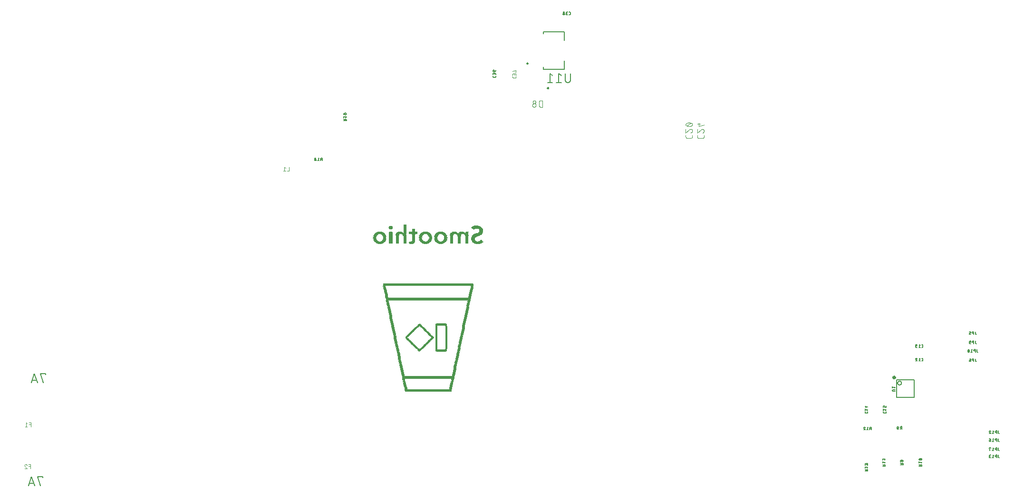
<source format=gbr>
G04 EAGLE Gerber RS-274X export*
G75*
%MOMM*%
%FSLAX34Y34*%
%LPD*%
%INSilkscreen Bottom*%
%IPPOS*%
%AMOC8*
5,1,8,0,0,1.08239X$1,22.5*%
G01*
%ADD10C,0.152400*%
%ADD11R,7.924800X0.076200*%
%ADD12R,8.229600X0.076200*%
%ADD13R,8.382000X0.076200*%
%ADD14R,0.457200X0.076200*%
%ADD15R,0.533400X0.076200*%
%ADD16R,0.381000X0.076200*%
%ADD17R,9.296400X0.076200*%
%ADD18R,1.752600X0.076200*%
%ADD19R,0.076200X0.076200*%
%ADD20R,1.981200X0.076200*%
%ADD21R,2.057400X0.076200*%
%ADD22R,0.685800X0.076200*%
%ADD23R,0.762000X0.076200*%
%ADD24R,0.304800X0.076200*%
%ADD25R,0.914400X0.076200*%
%ADD26R,0.609600X0.076200*%
%ADD27R,15.087600X0.076200*%
%ADD28R,15.240000X0.076200*%
%ADD29R,16.154400X0.076200*%
%ADD30R,16.002000X0.076200*%
%ADD31R,1.371600X0.076200*%
%ADD32R,1.066800X0.076200*%
%ADD33R,1.143000X0.076200*%
%ADD34R,1.524000X0.076200*%
%ADD35R,0.990600X0.076200*%
%ADD36R,1.828800X0.076200*%
%ADD37R,1.600200X0.076200*%
%ADD38R,1.905000X0.076200*%
%ADD39R,0.838200X0.076200*%
%ADD40R,0.152400X0.076200*%
%ADD41R,1.295400X0.076200*%
%ADD42R,1.447800X0.076200*%
%ADD43R,3.200400X0.076200*%
%ADD44R,1.219200X0.076200*%
%ADD45R,0.228600X0.076200*%
%ADD46R,1.676400X0.076200*%
%ADD47C,0.127000*%
%ADD48C,0.050800*%
%ADD49C,0.101600*%
%ADD50C,0.200000*%
%ADD51C,0.076200*%

G36*
X1642180Y244845D02*
X1642180Y244845D01*
X1642182Y244847D01*
X1642183Y244846D01*
X1642854Y245081D01*
X1642855Y245082D01*
X1642856Y245082D01*
X1643458Y245460D01*
X1643459Y245462D01*
X1643461Y245462D01*
X1643963Y245964D01*
X1643963Y245966D01*
X1643965Y245967D01*
X1644343Y246569D01*
X1644343Y246570D01*
X1644344Y246571D01*
X1644579Y247242D01*
X1644579Y247244D01*
X1644580Y247245D01*
X1644614Y247545D01*
X1644614Y247546D01*
X1644615Y247557D01*
X1644651Y247880D01*
X1644653Y247892D01*
X1644659Y247951D01*
X1644659Y247952D01*
X1644658Y247953D01*
X1644659Y247954D01*
X1644580Y248660D01*
X1644578Y248662D01*
X1644579Y248663D01*
X1644344Y249334D01*
X1644343Y249335D01*
X1644343Y249336D01*
X1643965Y249938D01*
X1643963Y249939D01*
X1643963Y249941D01*
X1643461Y250443D01*
X1643459Y250443D01*
X1643458Y250445D01*
X1642856Y250823D01*
X1642855Y250823D01*
X1642854Y250824D01*
X1642183Y251059D01*
X1642181Y251059D01*
X1642180Y251060D01*
X1641474Y251139D01*
X1641472Y251138D01*
X1641471Y251139D01*
X1640765Y251060D01*
X1640763Y251058D01*
X1640762Y251059D01*
X1640091Y250824D01*
X1640090Y250823D01*
X1640089Y250823D01*
X1639487Y250445D01*
X1639486Y250443D01*
X1639484Y250443D01*
X1638982Y249941D01*
X1638982Y249939D01*
X1638980Y249938D01*
X1638602Y249336D01*
X1638602Y249335D01*
X1638601Y249334D01*
X1638366Y248663D01*
X1638367Y248661D01*
X1638365Y248660D01*
X1638352Y248539D01*
X1638350Y248527D01*
X1638314Y248205D01*
X1638313Y248193D01*
X1638286Y247954D01*
X1638287Y247952D01*
X1638286Y247951D01*
X1638365Y247245D01*
X1638367Y247243D01*
X1638366Y247242D01*
X1638601Y246571D01*
X1638602Y246570D01*
X1638602Y246569D01*
X1638980Y245967D01*
X1638982Y245966D01*
X1638982Y245964D01*
X1639484Y245462D01*
X1639486Y245462D01*
X1639487Y245460D01*
X1640089Y245082D01*
X1640090Y245082D01*
X1640091Y245081D01*
X1640762Y244846D01*
X1640764Y244847D01*
X1640765Y244845D01*
X1641471Y244766D01*
X1641473Y244767D01*
X1641474Y244766D01*
X1642180Y244845D01*
G37*
D10*
X130213Y253210D02*
X130213Y255016D01*
X121182Y255016D01*
X125698Y238760D01*
X115485Y238760D02*
X110067Y255016D01*
X104648Y238760D01*
X106003Y242824D02*
X114131Y242824D01*
X125133Y71120D02*
X125133Y69314D01*
X125133Y71120D02*
X116102Y71120D01*
X120618Y54864D01*
X110405Y54864D02*
X104987Y71120D01*
X99568Y54864D01*
X100923Y58928D02*
X109051Y58928D01*
D11*
X811657Y222250D03*
D12*
X811657Y223012D03*
X811657Y223774D03*
D13*
X811657Y224536D03*
X811657Y225298D03*
X811657Y226060D03*
D14*
X851281Y226822D03*
X772033Y226822D03*
X851281Y227584D03*
X772033Y227584D03*
D15*
X851662Y228346D03*
X771652Y228346D03*
D14*
X852043Y229108D03*
D15*
X771652Y229108D03*
D14*
X852043Y229870D03*
X771271Y229870D03*
X852043Y230632D03*
X771271Y230632D03*
D15*
X852424Y231394D03*
X770890Y231394D03*
D14*
X852805Y232156D03*
X770509Y232156D03*
X852805Y232918D03*
X770509Y232918D03*
X852805Y233680D03*
X770509Y233680D03*
X852805Y234442D03*
X770509Y234442D03*
X853567Y235204D03*
X769747Y235204D03*
X853567Y235966D03*
X769747Y235966D03*
X853567Y236728D03*
X769747Y236728D03*
X853567Y237490D03*
X769747Y237490D03*
D16*
X853948Y238252D03*
X769366Y238252D03*
X853948Y239014D03*
X769366Y239014D03*
D14*
X854329Y239776D03*
X768985Y239776D03*
X854329Y240538D03*
X768985Y240538D03*
D16*
X854710Y241300D03*
X768604Y241300D03*
X854710Y242062D03*
X768604Y242062D03*
D14*
X855091Y242824D03*
X768223Y242824D03*
X855091Y243586D03*
X768223Y243586D03*
X855091Y244348D03*
X768223Y244348D03*
X855091Y245110D03*
X768223Y245110D03*
D17*
X811657Y245872D03*
X811657Y246634D03*
X811657Y247396D03*
X811657Y248158D03*
X811657Y248920D03*
X811657Y249682D03*
D14*
X856615Y250444D03*
X766699Y250444D03*
X856615Y251206D03*
X766699Y251206D03*
X856615Y251968D03*
X766699Y251968D03*
X856615Y252730D03*
X766699Y252730D03*
X857377Y253492D03*
X765937Y253492D03*
X857377Y254254D03*
X765937Y254254D03*
X857377Y255016D03*
X765937Y255016D03*
X857377Y255778D03*
X765937Y255778D03*
X857377Y256540D03*
X765937Y256540D03*
X858139Y257302D03*
X765175Y257302D03*
X858139Y258064D03*
X765175Y258064D03*
X858139Y258826D03*
X765175Y258826D03*
X858139Y259588D03*
X765175Y259588D03*
X858139Y260350D03*
X765175Y260350D03*
X858901Y261112D03*
X764413Y261112D03*
X858901Y261874D03*
X764413Y261874D03*
X858901Y262636D03*
X764413Y262636D03*
X858901Y263398D03*
X764413Y263398D03*
X858901Y264160D03*
X764413Y264160D03*
X859663Y264922D03*
X763651Y264922D03*
X859663Y265684D03*
X763651Y265684D03*
X859663Y266446D03*
X763651Y266446D03*
X859663Y267208D03*
X763651Y267208D03*
X859663Y267970D03*
X763651Y267970D03*
X860425Y268732D03*
X762889Y268732D03*
X860425Y269494D03*
X762889Y269494D03*
X860425Y270256D03*
X762889Y270256D03*
X860425Y271018D03*
X762889Y271018D03*
D16*
X860806Y271780D03*
X762508Y271780D03*
D14*
X861187Y272542D03*
X762127Y272542D03*
X861187Y273304D03*
X762127Y273304D03*
X861187Y274066D03*
X762127Y274066D03*
X861187Y274828D03*
X762127Y274828D03*
X861949Y275590D03*
X761365Y275590D03*
X861949Y276352D03*
X761365Y276352D03*
X861949Y277114D03*
X761365Y277114D03*
X861949Y277876D03*
X761365Y277876D03*
D16*
X862330Y278638D03*
X760984Y278638D03*
D14*
X862711Y279400D03*
X760603Y279400D03*
X862711Y280162D03*
X760603Y280162D03*
X862711Y280924D03*
X760603Y280924D03*
X862711Y281686D03*
X760603Y281686D03*
X863473Y282448D03*
X759841Y282448D03*
X863473Y283210D03*
X759841Y283210D03*
X863473Y283972D03*
X759841Y283972D03*
X863473Y284734D03*
X759841Y284734D03*
X863473Y285496D03*
X759841Y285496D03*
X864235Y286258D03*
X759079Y286258D03*
X864235Y287020D03*
X759079Y287020D03*
X864235Y287782D03*
X759079Y287782D03*
X864235Y288544D03*
X759079Y288544D03*
X864235Y289306D03*
X759079Y289306D03*
X864235Y290068D03*
X759079Y290068D03*
X864997Y290830D03*
X758317Y290830D03*
X864997Y291592D03*
X758317Y291592D03*
X864997Y292354D03*
X758317Y292354D03*
X864997Y293116D03*
X758317Y293116D03*
D16*
X865378Y293878D03*
D18*
X834898Y293878D03*
D19*
X796036Y293878D03*
D16*
X757936Y293878D03*
D14*
X865759Y294640D03*
D20*
X834517Y294640D03*
D16*
X796036Y294640D03*
D14*
X757555Y294640D03*
X865759Y295402D03*
D21*
X834898Y295402D03*
D15*
X796036Y295402D03*
D14*
X757555Y295402D03*
X865759Y296164D03*
D21*
X834898Y296164D03*
D22*
X796036Y296164D03*
D14*
X757555Y296164D03*
X865759Y296926D03*
D21*
X834898Y296926D03*
D23*
X796417Y296926D03*
D14*
X757555Y296926D03*
X866521Y297688D03*
D16*
X843280Y297688D03*
D24*
X826135Y297688D03*
D25*
X796417Y297688D03*
D14*
X756793Y297688D03*
X866521Y298450D03*
D24*
X843661Y298450D03*
X826135Y298450D03*
D14*
X799465Y298450D03*
X793369Y298450D03*
X756793Y298450D03*
X866521Y299212D03*
D24*
X843661Y299212D03*
X826135Y299212D03*
D14*
X800227Y299212D03*
D15*
X792226Y299212D03*
D14*
X756793Y299212D03*
X866521Y299974D03*
D24*
X843661Y299974D03*
X826135Y299974D03*
D14*
X800989Y299974D03*
D15*
X791464Y299974D03*
D14*
X756793Y299974D03*
D16*
X866902Y300736D03*
D24*
X843661Y300736D03*
X826135Y300736D03*
D14*
X801751Y300736D03*
X790321Y300736D03*
D16*
X756412Y300736D03*
D14*
X867283Y301498D03*
D24*
X843661Y301498D03*
X826135Y301498D03*
D14*
X802513Y301498D03*
D15*
X789940Y301498D03*
D14*
X756031Y301498D03*
X867283Y302260D03*
D24*
X843661Y302260D03*
X826135Y302260D03*
D14*
X803275Y302260D03*
D15*
X789178Y302260D03*
D14*
X756031Y302260D03*
X867283Y303022D03*
D24*
X843661Y303022D03*
X826135Y303022D03*
D14*
X804037Y303022D03*
D15*
X788416Y303022D03*
D14*
X756031Y303022D03*
X867283Y303784D03*
D24*
X843661Y303784D03*
X826135Y303784D03*
D14*
X804799Y303784D03*
D15*
X787654Y303784D03*
D14*
X756031Y303784D03*
X868045Y304546D03*
D24*
X843661Y304546D03*
X826135Y304546D03*
D14*
X805561Y304546D03*
X786511Y304546D03*
X755269Y304546D03*
X868045Y305308D03*
D24*
X843661Y305308D03*
X826135Y305308D03*
D14*
X806323Y305308D03*
X785749Y305308D03*
X755269Y305308D03*
X868045Y306070D03*
D24*
X843661Y306070D03*
X826135Y306070D03*
D14*
X807085Y306070D03*
X784987Y306070D03*
X755269Y306070D03*
X868045Y306832D03*
D24*
X843661Y306832D03*
X826135Y306832D03*
D14*
X807847Y306832D03*
X784225Y306832D03*
X755269Y306832D03*
D16*
X868426Y307594D03*
D24*
X843661Y307594D03*
X826135Y307594D03*
D14*
X808609Y307594D03*
X783463Y307594D03*
D16*
X754888Y307594D03*
D14*
X868807Y308356D03*
D24*
X843661Y308356D03*
X826135Y308356D03*
D14*
X809371Y308356D03*
D15*
X783082Y308356D03*
D14*
X754507Y308356D03*
X868807Y309118D03*
D24*
X843661Y309118D03*
X826135Y309118D03*
D14*
X810133Y309118D03*
X781939Y309118D03*
X754507Y309118D03*
X868807Y309880D03*
D24*
X843661Y309880D03*
X826135Y309880D03*
D14*
X810895Y309880D03*
X781177Y309880D03*
X754507Y309880D03*
X868807Y310642D03*
D24*
X843661Y310642D03*
X826135Y310642D03*
D14*
X811657Y310642D03*
X780415Y310642D03*
X754507Y310642D03*
X868807Y311404D03*
D24*
X843661Y311404D03*
X826135Y311404D03*
D14*
X812419Y311404D03*
X779653Y311404D03*
X754507Y311404D03*
X869569Y312166D03*
D24*
X843661Y312166D03*
X826135Y312166D03*
D14*
X813181Y312166D03*
X778891Y312166D03*
X753745Y312166D03*
X869569Y312928D03*
D24*
X843661Y312928D03*
X826135Y312928D03*
D14*
X813943Y312928D03*
X778129Y312928D03*
X753745Y312928D03*
X869569Y313690D03*
D24*
X843661Y313690D03*
X826135Y313690D03*
D14*
X814705Y313690D03*
X777367Y313690D03*
X753745Y313690D03*
X869569Y314452D03*
D24*
X843661Y314452D03*
X826135Y314452D03*
D14*
X815467Y314452D03*
X776605Y314452D03*
X753745Y314452D03*
X869569Y315214D03*
D24*
X843661Y315214D03*
X826135Y315214D03*
D14*
X816229Y315214D03*
X775843Y315214D03*
X753745Y315214D03*
X870331Y315976D03*
D24*
X843661Y315976D03*
X826135Y315976D03*
D14*
X816991Y315976D03*
X775081Y315976D03*
X752983Y315976D03*
X870331Y316738D03*
D24*
X843661Y316738D03*
X826135Y316738D03*
D14*
X817753Y316738D03*
X774319Y316738D03*
X752983Y316738D03*
X870331Y317500D03*
D24*
X843661Y317500D03*
X826135Y317500D03*
D14*
X818515Y317500D03*
X773557Y317500D03*
X752983Y317500D03*
X870331Y318262D03*
D24*
X843661Y318262D03*
X826135Y318262D03*
D14*
X819277Y318262D03*
D16*
X773176Y318262D03*
D14*
X752983Y318262D03*
X870331Y319024D03*
D24*
X843661Y319024D03*
X826135Y319024D03*
D14*
X819277Y319024D03*
D16*
X773176Y319024D03*
D14*
X752983Y319024D03*
X871093Y319786D03*
D24*
X843661Y319786D03*
X826135Y319786D03*
D14*
X818515Y319786D03*
X773557Y319786D03*
X752221Y319786D03*
X871093Y320548D03*
D24*
X843661Y320548D03*
X826135Y320548D03*
D14*
X817753Y320548D03*
X774319Y320548D03*
X752221Y320548D03*
X871093Y321310D03*
D24*
X843661Y321310D03*
X826135Y321310D03*
D14*
X816991Y321310D03*
X775081Y321310D03*
X752221Y321310D03*
X871093Y322072D03*
D24*
X843661Y322072D03*
X826135Y322072D03*
D14*
X816229Y322072D03*
X775843Y322072D03*
X752221Y322072D03*
D16*
X871474Y322834D03*
D24*
X843661Y322834D03*
X826135Y322834D03*
D14*
X815467Y322834D03*
X776605Y322834D03*
D16*
X751840Y322834D03*
D14*
X871855Y323596D03*
D24*
X843661Y323596D03*
X826135Y323596D03*
D14*
X814705Y323596D03*
X777367Y323596D03*
X751459Y323596D03*
X871855Y324358D03*
D24*
X843661Y324358D03*
X826135Y324358D03*
D14*
X813943Y324358D03*
X778129Y324358D03*
X751459Y324358D03*
X871855Y325120D03*
D24*
X843661Y325120D03*
X826135Y325120D03*
D14*
X813181Y325120D03*
X778891Y325120D03*
X751459Y325120D03*
X871855Y325882D03*
D24*
X843661Y325882D03*
X826135Y325882D03*
D14*
X812419Y325882D03*
X779653Y325882D03*
X751459Y325882D03*
X872617Y326644D03*
D24*
X843661Y326644D03*
X826135Y326644D03*
D14*
X811657Y326644D03*
X780415Y326644D03*
X750697Y326644D03*
X872617Y327406D03*
D24*
X843661Y327406D03*
X826135Y327406D03*
D14*
X810895Y327406D03*
X781177Y327406D03*
X750697Y327406D03*
X872617Y328168D03*
D24*
X843661Y328168D03*
X826135Y328168D03*
D14*
X810133Y328168D03*
X781939Y328168D03*
X750697Y328168D03*
X872617Y328930D03*
D24*
X843661Y328930D03*
X826135Y328930D03*
D14*
X809371Y328930D03*
D15*
X783082Y328930D03*
D14*
X750697Y328930D03*
D16*
X872998Y329692D03*
D24*
X843661Y329692D03*
X826135Y329692D03*
D14*
X808609Y329692D03*
D15*
X783844Y329692D03*
D16*
X750316Y329692D03*
D14*
X873379Y330454D03*
D24*
X843661Y330454D03*
X826135Y330454D03*
D14*
X807847Y330454D03*
X784225Y330454D03*
X749935Y330454D03*
X873379Y331216D03*
D24*
X843661Y331216D03*
X826135Y331216D03*
D14*
X807085Y331216D03*
X784987Y331216D03*
X749935Y331216D03*
X873379Y331978D03*
D24*
X843661Y331978D03*
X826135Y331978D03*
D14*
X806323Y331978D03*
X785749Y331978D03*
X749935Y331978D03*
X873379Y332740D03*
D24*
X843661Y332740D03*
X826135Y332740D03*
D14*
X805561Y332740D03*
X786511Y332740D03*
X749935Y332740D03*
X874141Y333502D03*
D24*
X843661Y333502D03*
X826135Y333502D03*
D14*
X804799Y333502D03*
D15*
X787654Y333502D03*
D14*
X749173Y333502D03*
X874141Y334264D03*
D24*
X843661Y334264D03*
X826135Y334264D03*
D14*
X804037Y334264D03*
D15*
X788416Y334264D03*
D14*
X749173Y334264D03*
X874141Y335026D03*
D24*
X843661Y335026D03*
X826135Y335026D03*
D14*
X803275Y335026D03*
D15*
X789178Y335026D03*
D14*
X749173Y335026D03*
X874141Y335788D03*
D24*
X843661Y335788D03*
X826135Y335788D03*
D14*
X802513Y335788D03*
D15*
X789940Y335788D03*
D14*
X749173Y335788D03*
X874141Y336550D03*
D24*
X843661Y336550D03*
X826135Y336550D03*
D14*
X801751Y336550D03*
D15*
X790702Y336550D03*
D14*
X749173Y336550D03*
X874903Y337312D03*
D24*
X843661Y337312D03*
X826135Y337312D03*
D14*
X800989Y337312D03*
D15*
X791464Y337312D03*
D14*
X748411Y337312D03*
X874903Y338074D03*
D24*
X843661Y338074D03*
X826135Y338074D03*
D14*
X800227Y338074D03*
D15*
X792226Y338074D03*
D14*
X748411Y338074D03*
X874903Y338836D03*
D24*
X843661Y338836D03*
X826135Y338836D03*
D14*
X799465Y338836D03*
X793369Y338836D03*
X748411Y338836D03*
X874903Y339598D03*
D16*
X843280Y339598D03*
D24*
X826135Y339598D03*
D25*
X796417Y339598D03*
D14*
X748411Y339598D03*
X874903Y340360D03*
D21*
X834898Y340360D03*
D23*
X796417Y340360D03*
D14*
X748411Y340360D03*
X874903Y341122D03*
D21*
X834898Y341122D03*
D26*
X796417Y341122D03*
D14*
X748411Y341122D03*
X875665Y341884D03*
D21*
X834898Y341884D03*
D15*
X796036Y341884D03*
D14*
X747649Y341884D03*
X875665Y342646D03*
D20*
X834517Y342646D03*
D24*
X796417Y342646D03*
D14*
X747649Y342646D03*
X875665Y343408D03*
D18*
X834898Y343408D03*
D14*
X747649Y343408D03*
X875665Y344170D03*
X747649Y344170D03*
D16*
X876046Y344932D03*
X747268Y344932D03*
D14*
X876427Y345694D03*
X746887Y345694D03*
X876427Y346456D03*
X746887Y346456D03*
X876427Y347218D03*
X746887Y347218D03*
X876427Y347980D03*
X746887Y347980D03*
X877189Y348742D03*
X746125Y348742D03*
X877189Y349504D03*
X746125Y349504D03*
X877189Y350266D03*
X746125Y350266D03*
X877189Y351028D03*
X746125Y351028D03*
D16*
X877570Y351790D03*
X745744Y351790D03*
D14*
X877951Y352552D03*
X745363Y352552D03*
X877951Y353314D03*
X745363Y353314D03*
X877951Y354076D03*
X745363Y354076D03*
X877951Y354838D03*
X745363Y354838D03*
X878713Y355600D03*
X744601Y355600D03*
X878713Y356362D03*
X744601Y356362D03*
X878713Y357124D03*
X744601Y357124D03*
X878713Y357886D03*
X744601Y357886D03*
X878713Y358648D03*
X744601Y358648D03*
X879475Y359410D03*
X743839Y359410D03*
X879475Y360172D03*
X743839Y360172D03*
X879475Y360934D03*
X743839Y360934D03*
X879475Y361696D03*
X743839Y361696D03*
X879475Y362458D03*
X743839Y362458D03*
X880237Y363220D03*
X743077Y363220D03*
X880237Y363982D03*
X743077Y363982D03*
X880237Y364744D03*
X743077Y364744D03*
X880237Y365506D03*
X743077Y365506D03*
X880237Y366268D03*
X743077Y366268D03*
X880999Y367030D03*
X742315Y367030D03*
X880999Y367792D03*
X742315Y367792D03*
X880999Y368554D03*
X742315Y368554D03*
X880999Y369316D03*
X742315Y369316D03*
X880999Y370078D03*
X742315Y370078D03*
X881761Y370840D03*
X741553Y370840D03*
X881761Y371602D03*
X741553Y371602D03*
X881761Y372364D03*
X741553Y372364D03*
X881761Y373126D03*
X741553Y373126D03*
D16*
X882142Y373888D03*
X741172Y373888D03*
D14*
X882523Y374650D03*
X740791Y374650D03*
X882523Y375412D03*
X740791Y375412D03*
X882523Y376174D03*
X740791Y376174D03*
X882523Y376936D03*
X740791Y376936D03*
X883285Y377698D03*
X740029Y377698D03*
X883285Y378460D03*
X740029Y378460D03*
X883285Y379222D03*
X740029Y379222D03*
X883285Y379984D03*
X740029Y379984D03*
D16*
X883666Y380746D03*
X739648Y380746D03*
D14*
X884047Y381508D03*
X739267Y381508D03*
X884047Y382270D03*
X739267Y382270D03*
X884047Y383032D03*
X739267Y383032D03*
X884047Y383794D03*
X739267Y383794D03*
X884809Y384556D03*
X738505Y384556D03*
D27*
X811657Y385318D03*
X811657Y386080D03*
X811657Y386842D03*
X811657Y387604D03*
D28*
X811657Y388366D03*
X811657Y389128D03*
D15*
X885190Y389890D03*
X738124Y389890D03*
D14*
X885571Y390652D03*
X737743Y390652D03*
X885571Y391414D03*
X737743Y391414D03*
X885571Y392176D03*
X737743Y392176D03*
D15*
X885952Y392938D03*
X737362Y392938D03*
D14*
X886333Y393700D03*
X736981Y393700D03*
X886333Y394462D03*
X736981Y394462D03*
X886333Y395224D03*
X736981Y395224D03*
X886333Y395986D03*
X736981Y395986D03*
X887095Y396748D03*
X736219Y396748D03*
X887095Y397510D03*
X736219Y397510D03*
X887095Y398272D03*
X736219Y398272D03*
X887095Y399034D03*
X736219Y399034D03*
D15*
X887476Y399796D03*
X735838Y399796D03*
D14*
X887857Y400558D03*
X735457Y400558D03*
X887857Y401320D03*
X735457Y401320D03*
X887857Y402082D03*
X735457Y402082D03*
X887857Y402844D03*
X735457Y402844D03*
X888619Y403606D03*
X734695Y403606D03*
X888619Y404368D03*
X734695Y404368D03*
X888619Y405130D03*
X734695Y405130D03*
D16*
X889000Y405892D03*
X734314Y405892D03*
D14*
X889381Y406654D03*
X733933Y406654D03*
X889381Y407416D03*
X733933Y407416D03*
X889381Y408178D03*
X733933Y408178D03*
D16*
X889762Y408940D03*
X733552Y408940D03*
D14*
X890143Y409702D03*
X733171Y409702D03*
X890143Y410464D03*
X733171Y410464D03*
D29*
X811657Y411226D03*
X811657Y411988D03*
X811657Y412750D03*
X811657Y413512D03*
X811657Y414274D03*
D30*
X811657Y415036D03*
D25*
X900049Y485902D03*
D22*
X834136Y485902D03*
X806704Y485902D03*
X781558Y485902D03*
X725170Y485902D03*
D31*
X900049Y486664D03*
D15*
X880618Y486664D03*
X866902Y486664D03*
X853186Y486664D03*
D32*
X833755Y486664D03*
D33*
X806704Y486664D03*
D25*
X781939Y486664D03*
D15*
X770128Y486664D03*
X756412Y486664D03*
D26*
X744601Y486664D03*
D33*
X725170Y486664D03*
D34*
X900049Y487426D03*
D15*
X880618Y487426D03*
X866902Y487426D03*
X853186Y487426D03*
D31*
X833755Y487426D03*
X807085Y487426D03*
D35*
X782320Y487426D03*
D15*
X770128Y487426D03*
X756412Y487426D03*
D26*
X744601Y487426D03*
D31*
X725551Y487426D03*
D36*
X900049Y488188D03*
D15*
X880618Y488188D03*
X866902Y488188D03*
X853186Y488188D03*
D37*
X834136Y488188D03*
X806704Y488188D03*
D35*
X782320Y488188D03*
D15*
X770128Y488188D03*
X756412Y488188D03*
D26*
X744601Y488188D03*
D37*
X725170Y488188D03*
D38*
X900430Y488950D03*
D15*
X880618Y488950D03*
X866902Y488950D03*
X853186Y488950D03*
D18*
X834136Y488950D03*
X806704Y488950D03*
D32*
X782701Y488950D03*
D15*
X770128Y488950D03*
X756412Y488950D03*
D26*
X744601Y488950D03*
D18*
X725170Y488950D03*
D20*
X900049Y489712D03*
D15*
X880618Y489712D03*
X866902Y489712D03*
X853186Y489712D03*
D36*
X833755Y489712D03*
D38*
X806704Y489712D03*
D32*
X782701Y489712D03*
D15*
X770128Y489712D03*
X756412Y489712D03*
D26*
X744601Y489712D03*
D38*
X725170Y489712D03*
D23*
X905383Y490474D03*
D25*
X893953Y490474D03*
D15*
X880618Y490474D03*
X866902Y490474D03*
X853186Y490474D03*
D39*
X839470Y490474D03*
X828040Y490474D03*
X812800Y490474D03*
X801370Y490474D03*
D26*
X784987Y490474D03*
D15*
X770128Y490474D03*
X756412Y490474D03*
D26*
X744601Y490474D03*
D39*
X731266Y490474D03*
X719836Y490474D03*
D15*
X905764Y491236D03*
D22*
X892810Y491236D03*
D15*
X880618Y491236D03*
X866902Y491236D03*
X853186Y491236D03*
D22*
X840994Y491236D03*
X827278Y491236D03*
X813562Y491236D03*
X799846Y491236D03*
D15*
X785368Y491236D03*
X770128Y491236D03*
X756412Y491236D03*
D26*
X744601Y491236D03*
D22*
X732028Y491236D03*
X718312Y491236D03*
D24*
X906145Y491998D03*
D22*
X892048Y491998D03*
D15*
X880618Y491998D03*
X866902Y491998D03*
X853186Y491998D03*
D26*
X841375Y491998D03*
D22*
X826516Y491998D03*
X814324Y491998D03*
D26*
X799465Y491998D03*
D15*
X785368Y491998D03*
X770128Y491998D03*
X756412Y491998D03*
D26*
X744601Y491998D03*
D22*
X732790Y491998D03*
D26*
X717931Y491998D03*
D40*
X906145Y492760D03*
D26*
X891667Y492760D03*
D15*
X880618Y492760D03*
X866902Y492760D03*
X853186Y492760D03*
D26*
X842137Y492760D03*
X826135Y492760D03*
X814705Y492760D03*
X798703Y492760D03*
D15*
X785368Y492760D03*
X770128Y492760D03*
X756412Y492760D03*
D26*
X744601Y492760D03*
X733171Y492760D03*
X717169Y492760D03*
X891667Y493522D03*
D15*
X880618Y493522D03*
X866902Y493522D03*
X853186Y493522D03*
D26*
X842137Y493522D03*
D15*
X825754Y493522D03*
X815086Y493522D03*
X798322Y493522D03*
X785368Y493522D03*
X770128Y493522D03*
X756412Y493522D03*
D26*
X744601Y493522D03*
D15*
X733552Y493522D03*
X716788Y493522D03*
D26*
X891667Y494284D03*
D15*
X880618Y494284D03*
X866902Y494284D03*
X853186Y494284D03*
X842518Y494284D03*
D26*
X825373Y494284D03*
X815467Y494284D03*
D15*
X798322Y494284D03*
X785368Y494284D03*
X770128Y494284D03*
X756412Y494284D03*
D26*
X744601Y494284D03*
X733933Y494284D03*
D15*
X716788Y494284D03*
D26*
X891667Y495046D03*
D15*
X880618Y495046D03*
X866902Y495046D03*
X853186Y495046D03*
X842518Y495046D03*
X824992Y495046D03*
X815848Y495046D03*
X798322Y495046D03*
X785368Y495046D03*
X770128Y495046D03*
X756412Y495046D03*
D26*
X744601Y495046D03*
D15*
X734314Y495046D03*
D26*
X716407Y495046D03*
X891667Y495808D03*
D15*
X880618Y495808D03*
X866902Y495808D03*
X853186Y495808D03*
D26*
X842899Y495808D03*
D15*
X824992Y495808D03*
X815848Y495808D03*
X797560Y495808D03*
X785368Y495808D03*
X770128Y495808D03*
X756412Y495808D03*
D26*
X744601Y495808D03*
D15*
X734314Y495808D03*
X716026Y495808D03*
D26*
X891667Y496570D03*
D15*
X880618Y496570D03*
X866902Y496570D03*
X853186Y496570D03*
D26*
X842899Y496570D03*
D15*
X824992Y496570D03*
X815848Y496570D03*
X797560Y496570D03*
X785368Y496570D03*
X770128Y496570D03*
X756412Y496570D03*
D26*
X744601Y496570D03*
D15*
X734314Y496570D03*
X716026Y496570D03*
D22*
X892048Y497332D03*
D15*
X880618Y497332D03*
X866902Y497332D03*
X853186Y497332D03*
D26*
X842899Y497332D03*
D15*
X824992Y497332D03*
X815848Y497332D03*
X797560Y497332D03*
X785368Y497332D03*
X770128Y497332D03*
X756412Y497332D03*
D26*
X744601Y497332D03*
D15*
X734314Y497332D03*
X716026Y497332D03*
D39*
X892810Y498094D03*
D15*
X880618Y498094D03*
X866902Y498094D03*
X853186Y498094D03*
X842518Y498094D03*
X824992Y498094D03*
X815848Y498094D03*
D26*
X797941Y498094D03*
D15*
X785368Y498094D03*
X770128Y498094D03*
X756412Y498094D03*
D26*
X744601Y498094D03*
D15*
X734314Y498094D03*
D26*
X716407Y498094D03*
D25*
X893953Y498856D03*
D15*
X880618Y498856D03*
X866902Y498856D03*
X853186Y498856D03*
X842518Y498856D03*
D26*
X825373Y498856D03*
X815467Y498856D03*
D15*
X798322Y498856D03*
X785368Y498856D03*
X770128Y498856D03*
X756412Y498856D03*
D26*
X744601Y498856D03*
X733933Y498856D03*
D15*
X716788Y498856D03*
D33*
X895096Y499618D03*
D15*
X880618Y499618D03*
D26*
X866521Y499618D03*
D15*
X853186Y499618D03*
X842518Y499618D03*
D26*
X825373Y499618D03*
D15*
X815086Y499618D03*
X798322Y499618D03*
X785368Y499618D03*
X770128Y499618D03*
X756412Y499618D03*
D26*
X744601Y499618D03*
D15*
X733552Y499618D03*
X716788Y499618D03*
D41*
X896620Y500380D03*
D26*
X880237Y500380D03*
X866521Y500380D03*
D15*
X853186Y500380D03*
D26*
X842137Y500380D03*
X826135Y500380D03*
X814705Y500380D03*
X798703Y500380D03*
D15*
X785368Y500380D03*
D26*
X769747Y500380D03*
D15*
X756412Y500380D03*
D26*
X744601Y500380D03*
X733171Y500380D03*
X717169Y500380D03*
D31*
X897763Y501142D03*
D26*
X880237Y501142D03*
X866521Y501142D03*
X853567Y501142D03*
X841375Y501142D03*
X826135Y501142D03*
X814705Y501142D03*
X799465Y501142D03*
D15*
X785368Y501142D03*
D26*
X769747Y501142D03*
X756793Y501142D03*
X744601Y501142D03*
X733171Y501142D03*
D22*
X717550Y501142D03*
D42*
X898906Y501904D03*
D22*
X879856Y501904D03*
D23*
X866521Y501904D03*
D26*
X853567Y501904D03*
D22*
X840994Y501904D03*
D26*
X826897Y501904D03*
X813943Y501904D03*
D22*
X799846Y501904D03*
D15*
X785368Y501904D03*
D22*
X769366Y501904D03*
D26*
X756793Y501904D03*
X744601Y501904D03*
X732409Y501904D03*
D22*
X718312Y501904D03*
D42*
X899668Y502666D03*
D23*
X879475Y502666D03*
D35*
X866140Y502666D03*
D22*
X853948Y502666D03*
D23*
X839851Y502666D03*
X827659Y502666D03*
X813181Y502666D03*
X800989Y502666D03*
D26*
X785749Y502666D03*
D23*
X768985Y502666D03*
D22*
X757174Y502666D03*
D26*
X744601Y502666D03*
D23*
X731647Y502666D03*
X719455Y502666D03*
D31*
X900811Y503428D03*
D43*
X867283Y503428D03*
D38*
X834136Y503428D03*
X806704Y503428D03*
D34*
X784987Y503428D03*
D38*
X763270Y503428D03*
D26*
X744601Y503428D03*
D38*
X725170Y503428D03*
D44*
X902335Y504190D03*
D43*
X867283Y504190D03*
D18*
X834136Y504190D03*
X806704Y504190D03*
D34*
X784987Y504190D03*
D36*
X763651Y504190D03*
D26*
X744601Y504190D03*
D18*
X725170Y504190D03*
D35*
X903478Y504952D03*
D18*
X874522Y504952D03*
D44*
X858139Y504952D03*
D37*
X834136Y504952D03*
X806704Y504952D03*
D34*
X784987Y504952D03*
D18*
X764032Y504952D03*
D26*
X744601Y504952D03*
D37*
X725170Y504952D03*
D39*
X905002Y505714D03*
D15*
X880618Y505714D03*
D32*
X871855Y505714D03*
D33*
X857758Y505714D03*
D42*
X834136Y505714D03*
X806704Y505714D03*
D34*
X784987Y505714D03*
D15*
X770128Y505714D03*
D33*
X760984Y505714D03*
D26*
X744601Y505714D03*
D42*
X725170Y505714D03*
D23*
X905383Y506476D03*
D15*
X880618Y506476D03*
D35*
X871474Y506476D03*
D25*
X858139Y506476D03*
D44*
X833755Y506476D03*
D33*
X806704Y506476D03*
D34*
X784987Y506476D03*
D15*
X770128Y506476D03*
D35*
X760984Y506476D03*
D26*
X744601Y506476D03*
D33*
X725170Y506476D03*
D26*
X906145Y507238D03*
D14*
X880999Y507238D03*
D22*
X871474Y507238D03*
D23*
X858139Y507238D03*
D39*
X834136Y507238D03*
X806704Y507238D03*
D34*
X784987Y507238D03*
D15*
X770128Y507238D03*
D22*
X760984Y507238D03*
D14*
X744601Y507238D03*
D39*
X725170Y507238D03*
D26*
X906145Y508000D03*
D15*
X785368Y508000D03*
X770128Y508000D03*
D26*
X906145Y508762D03*
D15*
X785368Y508762D03*
X770128Y508762D03*
D26*
X906145Y509524D03*
D15*
X785368Y509524D03*
X770128Y509524D03*
D26*
X906145Y510286D03*
D15*
X785368Y510286D03*
X770128Y510286D03*
D26*
X906145Y511048D03*
D19*
X892810Y511048D03*
D15*
X785368Y511048D03*
X770128Y511048D03*
D22*
X905764Y511810D03*
D45*
X892810Y511810D03*
D15*
X785368Y511810D03*
X770128Y511810D03*
D24*
X744601Y511810D03*
D22*
X905002Y512572D03*
D16*
X892810Y512572D03*
D15*
X785368Y512572D03*
X770128Y512572D03*
X744982Y512572D03*
D36*
X899287Y513334D03*
D15*
X770128Y513334D03*
D26*
X744601Y513334D03*
D36*
X898525Y514096D03*
D15*
X770128Y514096D03*
D22*
X744982Y514096D03*
D36*
X897763Y514858D03*
D15*
X770128Y514858D03*
D23*
X744601Y514858D03*
D46*
X897763Y515620D03*
D15*
X770128Y515620D03*
D26*
X744601Y515620D03*
D42*
X897382Y516382D03*
D15*
X770128Y516382D03*
D26*
X744601Y516382D03*
D44*
X897763Y517144D03*
D15*
X770128Y517144D03*
D14*
X744601Y517144D03*
D23*
X897763Y517906D03*
D15*
X770128Y517906D03*
X770128Y518668D03*
X770128Y519430D03*
D47*
X1690399Y277319D02*
X1691472Y277319D01*
X1691537Y277321D01*
X1691601Y277327D01*
X1691665Y277337D01*
X1691729Y277350D01*
X1691791Y277368D01*
X1691852Y277389D01*
X1691912Y277413D01*
X1691970Y277442D01*
X1692027Y277474D01*
X1692081Y277509D01*
X1692133Y277547D01*
X1692183Y277589D01*
X1692230Y277633D01*
X1692274Y277680D01*
X1692316Y277730D01*
X1692354Y277782D01*
X1692389Y277836D01*
X1692421Y277893D01*
X1692450Y277951D01*
X1692474Y278011D01*
X1692495Y278072D01*
X1692513Y278134D01*
X1692526Y278198D01*
X1692536Y278262D01*
X1692542Y278326D01*
X1692544Y278391D01*
X1692544Y281073D01*
X1692542Y281138D01*
X1692536Y281202D01*
X1692526Y281266D01*
X1692513Y281330D01*
X1692495Y281392D01*
X1692474Y281453D01*
X1692450Y281513D01*
X1692421Y281571D01*
X1692389Y281628D01*
X1692354Y281682D01*
X1692316Y281734D01*
X1692274Y281784D01*
X1692230Y281831D01*
X1692183Y281875D01*
X1692133Y281917D01*
X1692081Y281955D01*
X1692027Y281990D01*
X1691970Y282022D01*
X1691912Y282051D01*
X1691852Y282075D01*
X1691791Y282096D01*
X1691729Y282114D01*
X1691665Y282127D01*
X1691601Y282137D01*
X1691537Y282143D01*
X1691472Y282145D01*
X1690399Y282145D01*
X1687943Y281073D02*
X1686603Y282145D01*
X1686603Y277319D01*
X1687943Y277319D02*
X1685262Y277319D01*
X1680982Y282145D02*
X1680914Y282143D01*
X1680847Y282137D01*
X1680780Y282128D01*
X1680713Y282115D01*
X1680648Y282098D01*
X1680583Y282077D01*
X1680520Y282053D01*
X1680458Y282025D01*
X1680398Y281994D01*
X1680340Y281960D01*
X1680284Y281922D01*
X1680229Y281882D01*
X1680178Y281838D01*
X1680129Y281791D01*
X1680082Y281742D01*
X1680038Y281691D01*
X1679998Y281636D01*
X1679960Y281580D01*
X1679926Y281522D01*
X1679895Y281462D01*
X1679867Y281400D01*
X1679843Y281337D01*
X1679822Y281272D01*
X1679805Y281207D01*
X1679792Y281140D01*
X1679783Y281073D01*
X1679777Y281006D01*
X1679775Y280938D01*
X1680982Y282145D02*
X1681060Y282143D01*
X1681138Y282137D01*
X1681215Y282127D01*
X1681292Y282114D01*
X1681368Y282096D01*
X1681443Y282075D01*
X1681517Y282050D01*
X1681589Y282021D01*
X1681660Y281989D01*
X1681729Y281953D01*
X1681797Y281914D01*
X1681862Y281871D01*
X1681925Y281825D01*
X1681986Y281776D01*
X1682044Y281724D01*
X1682099Y281669D01*
X1682152Y281612D01*
X1682201Y281552D01*
X1682248Y281489D01*
X1682291Y281424D01*
X1682331Y281358D01*
X1682368Y281289D01*
X1682401Y281218D01*
X1682431Y281146D01*
X1682457Y281072D01*
X1680178Y280000D02*
X1680129Y280049D01*
X1680082Y280101D01*
X1680039Y280156D01*
X1679998Y280213D01*
X1679960Y280272D01*
X1679926Y280333D01*
X1679895Y280396D01*
X1679867Y280460D01*
X1679843Y280526D01*
X1679823Y280592D01*
X1679806Y280660D01*
X1679793Y280729D01*
X1679784Y280798D01*
X1679778Y280868D01*
X1679776Y280938D01*
X1680178Y280000D02*
X1682457Y277319D01*
X1679776Y277319D01*
X1589565Y186661D02*
X1589565Y185588D01*
X1589567Y185523D01*
X1589573Y185459D01*
X1589583Y185395D01*
X1589596Y185331D01*
X1589614Y185269D01*
X1589635Y185208D01*
X1589659Y185148D01*
X1589688Y185090D01*
X1589720Y185033D01*
X1589755Y184979D01*
X1589793Y184927D01*
X1589835Y184877D01*
X1589879Y184830D01*
X1589926Y184786D01*
X1589976Y184744D01*
X1590028Y184706D01*
X1590082Y184671D01*
X1590139Y184639D01*
X1590197Y184610D01*
X1590257Y184586D01*
X1590318Y184565D01*
X1590380Y184547D01*
X1590444Y184534D01*
X1590508Y184524D01*
X1590572Y184518D01*
X1590637Y184516D01*
X1593319Y184516D01*
X1593384Y184518D01*
X1593448Y184524D01*
X1593512Y184534D01*
X1593576Y184547D01*
X1593638Y184565D01*
X1593699Y184586D01*
X1593759Y184610D01*
X1593817Y184639D01*
X1593874Y184671D01*
X1593928Y184706D01*
X1593980Y184744D01*
X1594030Y184786D01*
X1594077Y184830D01*
X1594121Y184877D01*
X1594163Y184927D01*
X1594201Y184979D01*
X1594236Y185033D01*
X1594268Y185090D01*
X1594297Y185148D01*
X1594321Y185208D01*
X1594342Y185269D01*
X1594360Y185331D01*
X1594373Y185395D01*
X1594383Y185459D01*
X1594389Y185523D01*
X1594391Y185588D01*
X1594391Y186661D01*
X1593319Y189117D02*
X1594391Y190457D01*
X1589565Y190457D01*
X1589565Y189117D02*
X1589565Y191798D01*
X1590637Y194603D02*
X1594391Y195675D01*
X1590637Y194603D02*
X1590637Y197284D01*
X1591710Y196480D02*
X1589565Y196480D01*
X1690399Y301719D02*
X1691472Y301719D01*
X1691537Y301721D01*
X1691601Y301727D01*
X1691665Y301737D01*
X1691729Y301750D01*
X1691791Y301768D01*
X1691852Y301789D01*
X1691912Y301813D01*
X1691970Y301842D01*
X1692027Y301874D01*
X1692081Y301909D01*
X1692133Y301947D01*
X1692183Y301989D01*
X1692230Y302033D01*
X1692274Y302080D01*
X1692316Y302130D01*
X1692354Y302182D01*
X1692389Y302236D01*
X1692421Y302293D01*
X1692450Y302351D01*
X1692474Y302411D01*
X1692495Y302472D01*
X1692513Y302534D01*
X1692526Y302598D01*
X1692536Y302662D01*
X1692542Y302726D01*
X1692544Y302791D01*
X1692544Y305473D01*
X1692542Y305538D01*
X1692536Y305602D01*
X1692526Y305666D01*
X1692513Y305730D01*
X1692495Y305792D01*
X1692474Y305853D01*
X1692450Y305913D01*
X1692421Y305971D01*
X1692389Y306028D01*
X1692354Y306082D01*
X1692316Y306134D01*
X1692274Y306184D01*
X1692230Y306231D01*
X1692183Y306275D01*
X1692133Y306317D01*
X1692081Y306355D01*
X1692027Y306390D01*
X1691970Y306422D01*
X1691912Y306451D01*
X1691852Y306475D01*
X1691791Y306496D01*
X1691729Y306514D01*
X1691665Y306527D01*
X1691601Y306537D01*
X1691537Y306543D01*
X1691472Y306545D01*
X1690399Y306545D01*
X1687943Y305473D02*
X1686603Y306545D01*
X1686603Y301719D01*
X1687943Y301719D02*
X1685262Y301719D01*
X1682457Y301719D02*
X1681117Y301719D01*
X1681046Y301721D01*
X1680974Y301727D01*
X1680904Y301736D01*
X1680834Y301749D01*
X1680764Y301766D01*
X1680696Y301787D01*
X1680629Y301811D01*
X1680563Y301839D01*
X1680499Y301870D01*
X1680436Y301905D01*
X1680376Y301943D01*
X1680317Y301984D01*
X1680261Y302028D01*
X1680207Y302075D01*
X1680156Y302124D01*
X1680108Y302177D01*
X1680062Y302232D01*
X1680020Y302289D01*
X1679980Y302349D01*
X1679944Y302410D01*
X1679911Y302474D01*
X1679882Y302539D01*
X1679856Y302605D01*
X1679833Y302673D01*
X1679814Y302742D01*
X1679799Y302812D01*
X1679788Y302882D01*
X1679780Y302953D01*
X1679776Y303024D01*
X1679776Y303096D01*
X1679780Y303167D01*
X1679788Y303238D01*
X1679799Y303308D01*
X1679814Y303378D01*
X1679833Y303447D01*
X1679856Y303515D01*
X1679882Y303581D01*
X1679911Y303646D01*
X1679944Y303710D01*
X1679980Y303771D01*
X1680020Y303831D01*
X1680062Y303888D01*
X1680108Y303943D01*
X1680156Y303996D01*
X1680207Y304045D01*
X1680261Y304092D01*
X1680317Y304136D01*
X1680376Y304177D01*
X1680436Y304215D01*
X1680499Y304250D01*
X1680563Y304281D01*
X1680629Y304309D01*
X1680696Y304333D01*
X1680764Y304354D01*
X1680834Y304371D01*
X1680904Y304384D01*
X1680974Y304393D01*
X1681046Y304399D01*
X1681117Y304401D01*
X1680848Y306545D02*
X1682457Y306545D01*
X1680848Y306545D02*
X1680783Y306543D01*
X1680719Y306537D01*
X1680655Y306527D01*
X1680591Y306514D01*
X1680529Y306496D01*
X1680468Y306475D01*
X1680408Y306451D01*
X1680350Y306422D01*
X1680293Y306390D01*
X1680239Y306355D01*
X1680187Y306317D01*
X1680137Y306275D01*
X1680090Y306231D01*
X1680046Y306184D01*
X1680004Y306134D01*
X1679966Y306082D01*
X1679931Y306028D01*
X1679899Y305971D01*
X1679870Y305913D01*
X1679846Y305853D01*
X1679825Y305792D01*
X1679807Y305730D01*
X1679794Y305666D01*
X1679784Y305602D01*
X1679778Y305538D01*
X1679776Y305473D01*
X1679778Y305408D01*
X1679784Y305344D01*
X1679794Y305280D01*
X1679807Y305216D01*
X1679825Y305154D01*
X1679846Y305093D01*
X1679870Y305033D01*
X1679899Y304975D01*
X1679931Y304918D01*
X1679966Y304864D01*
X1680004Y304812D01*
X1680046Y304762D01*
X1680090Y304715D01*
X1680137Y304671D01*
X1680187Y304629D01*
X1680239Y304591D01*
X1680293Y304556D01*
X1680350Y304524D01*
X1680408Y304495D01*
X1680468Y304471D01*
X1680529Y304450D01*
X1680591Y304432D01*
X1680655Y304419D01*
X1680719Y304409D01*
X1680783Y304403D01*
X1680848Y304401D01*
X1680848Y304400D02*
X1681921Y304400D01*
X1622315Y186661D02*
X1622315Y185588D01*
X1622317Y185523D01*
X1622323Y185459D01*
X1622333Y185395D01*
X1622346Y185331D01*
X1622364Y185269D01*
X1622385Y185208D01*
X1622409Y185148D01*
X1622438Y185090D01*
X1622470Y185033D01*
X1622505Y184979D01*
X1622543Y184927D01*
X1622585Y184877D01*
X1622629Y184830D01*
X1622676Y184786D01*
X1622726Y184744D01*
X1622778Y184706D01*
X1622832Y184671D01*
X1622889Y184639D01*
X1622947Y184610D01*
X1623007Y184586D01*
X1623068Y184565D01*
X1623130Y184547D01*
X1623194Y184534D01*
X1623258Y184524D01*
X1623322Y184518D01*
X1623387Y184516D01*
X1626069Y184516D01*
X1626134Y184518D01*
X1626198Y184524D01*
X1626262Y184534D01*
X1626326Y184547D01*
X1626388Y184565D01*
X1626449Y184586D01*
X1626509Y184610D01*
X1626567Y184639D01*
X1626624Y184671D01*
X1626678Y184706D01*
X1626730Y184744D01*
X1626780Y184786D01*
X1626827Y184830D01*
X1626871Y184877D01*
X1626913Y184927D01*
X1626951Y184979D01*
X1626986Y185033D01*
X1627018Y185090D01*
X1627047Y185148D01*
X1627071Y185208D01*
X1627092Y185269D01*
X1627110Y185331D01*
X1627123Y185395D01*
X1627133Y185459D01*
X1627139Y185523D01*
X1627141Y185588D01*
X1627141Y186661D01*
X1626069Y189117D02*
X1627141Y190457D01*
X1622315Y190457D01*
X1622315Y189117D02*
X1622315Y191798D01*
X1622315Y194603D02*
X1622315Y196212D01*
X1622317Y196277D01*
X1622323Y196341D01*
X1622333Y196405D01*
X1622346Y196469D01*
X1622364Y196531D01*
X1622385Y196592D01*
X1622409Y196652D01*
X1622438Y196710D01*
X1622470Y196767D01*
X1622505Y196821D01*
X1622543Y196873D01*
X1622585Y196923D01*
X1622629Y196970D01*
X1622676Y197014D01*
X1622726Y197056D01*
X1622778Y197094D01*
X1622832Y197129D01*
X1622889Y197161D01*
X1622947Y197190D01*
X1623007Y197214D01*
X1623068Y197235D01*
X1623130Y197253D01*
X1623194Y197266D01*
X1623258Y197276D01*
X1623322Y197282D01*
X1623387Y197284D01*
X1623924Y197284D01*
X1623989Y197282D01*
X1624053Y197276D01*
X1624117Y197266D01*
X1624181Y197253D01*
X1624243Y197235D01*
X1624304Y197214D01*
X1624364Y197190D01*
X1624422Y197161D01*
X1624479Y197129D01*
X1624533Y197094D01*
X1624585Y197056D01*
X1624635Y197014D01*
X1624682Y196970D01*
X1624726Y196923D01*
X1624768Y196873D01*
X1624806Y196821D01*
X1624841Y196767D01*
X1624873Y196710D01*
X1624902Y196652D01*
X1624926Y196592D01*
X1624947Y196531D01*
X1624965Y196469D01*
X1624978Y196405D01*
X1624988Y196341D01*
X1624994Y196277D01*
X1624996Y196212D01*
X1624996Y194603D01*
X1627141Y194603D01*
X1627141Y197284D01*
X1786563Y325811D02*
X1786563Y329565D01*
X1786564Y325811D02*
X1786566Y325746D01*
X1786572Y325682D01*
X1786582Y325618D01*
X1786595Y325554D01*
X1786613Y325492D01*
X1786634Y325431D01*
X1786658Y325371D01*
X1786687Y325313D01*
X1786719Y325256D01*
X1786754Y325202D01*
X1786792Y325150D01*
X1786834Y325100D01*
X1786878Y325053D01*
X1786925Y325009D01*
X1786975Y324967D01*
X1787027Y324929D01*
X1787081Y324894D01*
X1787138Y324862D01*
X1787196Y324833D01*
X1787256Y324809D01*
X1787317Y324788D01*
X1787379Y324770D01*
X1787443Y324757D01*
X1787507Y324747D01*
X1787571Y324741D01*
X1787636Y324739D01*
X1788172Y324739D01*
X1783286Y324739D02*
X1783286Y329565D01*
X1781946Y329565D01*
X1781875Y329563D01*
X1781803Y329557D01*
X1781733Y329548D01*
X1781663Y329535D01*
X1781593Y329518D01*
X1781525Y329497D01*
X1781458Y329473D01*
X1781392Y329445D01*
X1781328Y329414D01*
X1781265Y329379D01*
X1781205Y329341D01*
X1781146Y329300D01*
X1781090Y329256D01*
X1781036Y329209D01*
X1780985Y329160D01*
X1780937Y329107D01*
X1780891Y329052D01*
X1780849Y328995D01*
X1780809Y328935D01*
X1780773Y328874D01*
X1780740Y328810D01*
X1780711Y328745D01*
X1780685Y328679D01*
X1780662Y328611D01*
X1780643Y328542D01*
X1780628Y328472D01*
X1780617Y328402D01*
X1780609Y328331D01*
X1780605Y328260D01*
X1780605Y328188D01*
X1780609Y328117D01*
X1780617Y328046D01*
X1780628Y327976D01*
X1780643Y327906D01*
X1780662Y327837D01*
X1780685Y327769D01*
X1780711Y327703D01*
X1780740Y327638D01*
X1780773Y327574D01*
X1780809Y327513D01*
X1780849Y327453D01*
X1780891Y327396D01*
X1780937Y327341D01*
X1780985Y327288D01*
X1781036Y327239D01*
X1781090Y327192D01*
X1781146Y327148D01*
X1781205Y327107D01*
X1781265Y327069D01*
X1781328Y327034D01*
X1781392Y327003D01*
X1781458Y326975D01*
X1781525Y326951D01*
X1781593Y326930D01*
X1781663Y326913D01*
X1781733Y326900D01*
X1781803Y326891D01*
X1781875Y326885D01*
X1781946Y326883D01*
X1781946Y326884D02*
X1783286Y326884D01*
X1778129Y324739D02*
X1776520Y324739D01*
X1776455Y324741D01*
X1776391Y324747D01*
X1776327Y324757D01*
X1776263Y324770D01*
X1776201Y324788D01*
X1776140Y324809D01*
X1776080Y324833D01*
X1776022Y324862D01*
X1775965Y324894D01*
X1775911Y324929D01*
X1775859Y324967D01*
X1775809Y325009D01*
X1775762Y325053D01*
X1775718Y325100D01*
X1775676Y325150D01*
X1775638Y325202D01*
X1775603Y325256D01*
X1775571Y325313D01*
X1775542Y325371D01*
X1775518Y325431D01*
X1775497Y325492D01*
X1775479Y325554D01*
X1775466Y325618D01*
X1775456Y325682D01*
X1775450Y325746D01*
X1775448Y325811D01*
X1775448Y326348D01*
X1775450Y326413D01*
X1775456Y326477D01*
X1775466Y326541D01*
X1775479Y326605D01*
X1775497Y326667D01*
X1775518Y326728D01*
X1775542Y326788D01*
X1775571Y326846D01*
X1775603Y326903D01*
X1775638Y326957D01*
X1775676Y327009D01*
X1775718Y327059D01*
X1775762Y327106D01*
X1775809Y327150D01*
X1775859Y327192D01*
X1775911Y327230D01*
X1775965Y327265D01*
X1776022Y327297D01*
X1776080Y327326D01*
X1776140Y327350D01*
X1776201Y327371D01*
X1776263Y327389D01*
X1776327Y327402D01*
X1776391Y327412D01*
X1776455Y327418D01*
X1776520Y327420D01*
X1778129Y327420D01*
X1778129Y329565D01*
X1775448Y329565D01*
X1786563Y313055D02*
X1786563Y309301D01*
X1786564Y309301D02*
X1786566Y309236D01*
X1786572Y309172D01*
X1786582Y309108D01*
X1786595Y309044D01*
X1786613Y308982D01*
X1786634Y308921D01*
X1786658Y308861D01*
X1786687Y308803D01*
X1786719Y308746D01*
X1786754Y308692D01*
X1786792Y308640D01*
X1786834Y308590D01*
X1786878Y308543D01*
X1786925Y308499D01*
X1786975Y308457D01*
X1787027Y308419D01*
X1787081Y308384D01*
X1787138Y308352D01*
X1787196Y308323D01*
X1787256Y308299D01*
X1787317Y308278D01*
X1787379Y308260D01*
X1787443Y308247D01*
X1787507Y308237D01*
X1787571Y308231D01*
X1787636Y308229D01*
X1788172Y308229D01*
X1783286Y308229D02*
X1783286Y313055D01*
X1781946Y313055D01*
X1781875Y313053D01*
X1781803Y313047D01*
X1781733Y313038D01*
X1781663Y313025D01*
X1781593Y313008D01*
X1781525Y312987D01*
X1781458Y312963D01*
X1781392Y312935D01*
X1781328Y312904D01*
X1781265Y312869D01*
X1781205Y312831D01*
X1781146Y312790D01*
X1781090Y312746D01*
X1781036Y312699D01*
X1780985Y312650D01*
X1780937Y312597D01*
X1780891Y312542D01*
X1780849Y312485D01*
X1780809Y312425D01*
X1780773Y312364D01*
X1780740Y312300D01*
X1780711Y312235D01*
X1780685Y312169D01*
X1780662Y312101D01*
X1780643Y312032D01*
X1780628Y311962D01*
X1780617Y311892D01*
X1780609Y311821D01*
X1780605Y311750D01*
X1780605Y311678D01*
X1780609Y311607D01*
X1780617Y311536D01*
X1780628Y311466D01*
X1780643Y311396D01*
X1780662Y311327D01*
X1780685Y311259D01*
X1780711Y311193D01*
X1780740Y311128D01*
X1780773Y311064D01*
X1780809Y311003D01*
X1780849Y310943D01*
X1780891Y310886D01*
X1780937Y310831D01*
X1780985Y310778D01*
X1781036Y310729D01*
X1781090Y310682D01*
X1781146Y310638D01*
X1781205Y310597D01*
X1781265Y310559D01*
X1781328Y310524D01*
X1781392Y310493D01*
X1781458Y310465D01*
X1781525Y310441D01*
X1781593Y310420D01*
X1781663Y310403D01*
X1781733Y310390D01*
X1781803Y310381D01*
X1781875Y310375D01*
X1781946Y310373D01*
X1781946Y310374D02*
X1783286Y310374D01*
X1777057Y310374D02*
X1775448Y310374D01*
X1777057Y310374D02*
X1777122Y310376D01*
X1777186Y310382D01*
X1777250Y310392D01*
X1777314Y310405D01*
X1777376Y310423D01*
X1777437Y310444D01*
X1777497Y310468D01*
X1777555Y310497D01*
X1777612Y310529D01*
X1777666Y310564D01*
X1777718Y310602D01*
X1777768Y310644D01*
X1777815Y310688D01*
X1777859Y310735D01*
X1777901Y310785D01*
X1777939Y310837D01*
X1777974Y310891D01*
X1778006Y310948D01*
X1778035Y311006D01*
X1778059Y311066D01*
X1778080Y311127D01*
X1778098Y311189D01*
X1778111Y311253D01*
X1778121Y311317D01*
X1778127Y311381D01*
X1778129Y311446D01*
X1778129Y311714D01*
X1778130Y311714D02*
X1778128Y311785D01*
X1778122Y311857D01*
X1778113Y311927D01*
X1778100Y311997D01*
X1778083Y312067D01*
X1778062Y312135D01*
X1778038Y312202D01*
X1778010Y312268D01*
X1777979Y312332D01*
X1777944Y312395D01*
X1777906Y312455D01*
X1777865Y312514D01*
X1777821Y312570D01*
X1777774Y312624D01*
X1777725Y312675D01*
X1777672Y312723D01*
X1777617Y312769D01*
X1777560Y312811D01*
X1777500Y312851D01*
X1777439Y312887D01*
X1777375Y312920D01*
X1777310Y312949D01*
X1777244Y312975D01*
X1777176Y312998D01*
X1777107Y313017D01*
X1777037Y313032D01*
X1776967Y313043D01*
X1776896Y313051D01*
X1776825Y313055D01*
X1776753Y313055D01*
X1776682Y313051D01*
X1776611Y313043D01*
X1776541Y313032D01*
X1776471Y313017D01*
X1776402Y312998D01*
X1776334Y312975D01*
X1776268Y312949D01*
X1776203Y312920D01*
X1776139Y312887D01*
X1776078Y312851D01*
X1776018Y312811D01*
X1775961Y312769D01*
X1775906Y312723D01*
X1775853Y312675D01*
X1775804Y312624D01*
X1775757Y312570D01*
X1775713Y312514D01*
X1775672Y312455D01*
X1775634Y312395D01*
X1775599Y312332D01*
X1775568Y312268D01*
X1775540Y312202D01*
X1775516Y312135D01*
X1775495Y312067D01*
X1775478Y311997D01*
X1775465Y311927D01*
X1775456Y311857D01*
X1775450Y311785D01*
X1775448Y311714D01*
X1775448Y310374D01*
X1775450Y310283D01*
X1775456Y310192D01*
X1775465Y310102D01*
X1775479Y310011D01*
X1775496Y309922D01*
X1775517Y309834D01*
X1775542Y309746D01*
X1775571Y309659D01*
X1775603Y309574D01*
X1775638Y309490D01*
X1775678Y309408D01*
X1775720Y309328D01*
X1775766Y309249D01*
X1775816Y309173D01*
X1775868Y309099D01*
X1775924Y309026D01*
X1775983Y308957D01*
X1776044Y308890D01*
X1776109Y308825D01*
X1776176Y308764D01*
X1776245Y308705D01*
X1776318Y308649D01*
X1776392Y308597D01*
X1776468Y308547D01*
X1776547Y308501D01*
X1776627Y308459D01*
X1776709Y308419D01*
X1776793Y308384D01*
X1776878Y308352D01*
X1776965Y308323D01*
X1777053Y308298D01*
X1777141Y308277D01*
X1777230Y308260D01*
X1777321Y308246D01*
X1777411Y308237D01*
X1777502Y308231D01*
X1777593Y308229D01*
X1786563Y281305D02*
X1786563Y277551D01*
X1786564Y277551D02*
X1786566Y277486D01*
X1786572Y277422D01*
X1786582Y277358D01*
X1786595Y277294D01*
X1786613Y277232D01*
X1786634Y277171D01*
X1786658Y277111D01*
X1786687Y277053D01*
X1786719Y276996D01*
X1786754Y276942D01*
X1786792Y276890D01*
X1786834Y276840D01*
X1786878Y276793D01*
X1786925Y276749D01*
X1786975Y276707D01*
X1787027Y276669D01*
X1787081Y276634D01*
X1787138Y276602D01*
X1787196Y276573D01*
X1787256Y276549D01*
X1787317Y276528D01*
X1787379Y276510D01*
X1787443Y276497D01*
X1787507Y276487D01*
X1787571Y276481D01*
X1787636Y276479D01*
X1788172Y276479D01*
X1783286Y276479D02*
X1783286Y281305D01*
X1781946Y281305D01*
X1781875Y281303D01*
X1781803Y281297D01*
X1781733Y281288D01*
X1781663Y281275D01*
X1781593Y281258D01*
X1781525Y281237D01*
X1781458Y281213D01*
X1781392Y281185D01*
X1781328Y281154D01*
X1781265Y281119D01*
X1781205Y281081D01*
X1781146Y281040D01*
X1781090Y280996D01*
X1781036Y280949D01*
X1780985Y280900D01*
X1780937Y280847D01*
X1780891Y280792D01*
X1780849Y280735D01*
X1780809Y280675D01*
X1780773Y280614D01*
X1780740Y280550D01*
X1780711Y280485D01*
X1780685Y280419D01*
X1780662Y280351D01*
X1780643Y280282D01*
X1780628Y280212D01*
X1780617Y280142D01*
X1780609Y280071D01*
X1780605Y280000D01*
X1780605Y279928D01*
X1780609Y279857D01*
X1780617Y279786D01*
X1780628Y279716D01*
X1780643Y279646D01*
X1780662Y279577D01*
X1780685Y279509D01*
X1780711Y279443D01*
X1780740Y279378D01*
X1780773Y279314D01*
X1780809Y279253D01*
X1780849Y279193D01*
X1780891Y279136D01*
X1780937Y279081D01*
X1780985Y279028D01*
X1781036Y278979D01*
X1781090Y278932D01*
X1781146Y278888D01*
X1781205Y278847D01*
X1781265Y278809D01*
X1781328Y278774D01*
X1781392Y278743D01*
X1781458Y278715D01*
X1781525Y278691D01*
X1781593Y278670D01*
X1781663Y278653D01*
X1781733Y278640D01*
X1781803Y278631D01*
X1781875Y278625D01*
X1781946Y278623D01*
X1781946Y278624D02*
X1783286Y278624D01*
X1778129Y279160D02*
X1776520Y279160D01*
X1776455Y279158D01*
X1776391Y279152D01*
X1776327Y279142D01*
X1776263Y279129D01*
X1776201Y279111D01*
X1776140Y279090D01*
X1776080Y279066D01*
X1776022Y279037D01*
X1775965Y279005D01*
X1775911Y278970D01*
X1775859Y278932D01*
X1775809Y278890D01*
X1775762Y278846D01*
X1775718Y278799D01*
X1775676Y278749D01*
X1775638Y278697D01*
X1775603Y278643D01*
X1775571Y278586D01*
X1775542Y278528D01*
X1775518Y278468D01*
X1775497Y278407D01*
X1775479Y278345D01*
X1775466Y278281D01*
X1775456Y278217D01*
X1775450Y278153D01*
X1775448Y278088D01*
X1775448Y277820D01*
X1775450Y277749D01*
X1775456Y277677D01*
X1775465Y277607D01*
X1775478Y277537D01*
X1775495Y277467D01*
X1775516Y277399D01*
X1775540Y277332D01*
X1775568Y277266D01*
X1775599Y277202D01*
X1775634Y277139D01*
X1775672Y277079D01*
X1775713Y277020D01*
X1775757Y276964D01*
X1775804Y276910D01*
X1775853Y276859D01*
X1775906Y276811D01*
X1775961Y276765D01*
X1776018Y276723D01*
X1776078Y276683D01*
X1776139Y276647D01*
X1776203Y276614D01*
X1776268Y276585D01*
X1776334Y276559D01*
X1776402Y276536D01*
X1776471Y276517D01*
X1776541Y276502D01*
X1776611Y276491D01*
X1776682Y276483D01*
X1776753Y276479D01*
X1776825Y276479D01*
X1776896Y276483D01*
X1776967Y276491D01*
X1777037Y276502D01*
X1777107Y276517D01*
X1777176Y276536D01*
X1777244Y276559D01*
X1777310Y276585D01*
X1777375Y276614D01*
X1777439Y276647D01*
X1777500Y276683D01*
X1777560Y276723D01*
X1777617Y276765D01*
X1777672Y276811D01*
X1777725Y276859D01*
X1777774Y276910D01*
X1777821Y276964D01*
X1777865Y277020D01*
X1777906Y277079D01*
X1777944Y277139D01*
X1777979Y277202D01*
X1778010Y277266D01*
X1778038Y277332D01*
X1778062Y277399D01*
X1778083Y277467D01*
X1778100Y277537D01*
X1778113Y277607D01*
X1778122Y277677D01*
X1778128Y277749D01*
X1778130Y277820D01*
X1778129Y277820D02*
X1778129Y279160D01*
X1778127Y279251D01*
X1778121Y279342D01*
X1778112Y279432D01*
X1778098Y279523D01*
X1778081Y279612D01*
X1778060Y279700D01*
X1778035Y279788D01*
X1778006Y279875D01*
X1777974Y279960D01*
X1777939Y280044D01*
X1777899Y280126D01*
X1777857Y280206D01*
X1777811Y280285D01*
X1777761Y280361D01*
X1777709Y280435D01*
X1777653Y280508D01*
X1777594Y280577D01*
X1777533Y280644D01*
X1777468Y280709D01*
X1777401Y280770D01*
X1777332Y280829D01*
X1777259Y280885D01*
X1777185Y280937D01*
X1777109Y280987D01*
X1777030Y281033D01*
X1776950Y281075D01*
X1776868Y281115D01*
X1776784Y281150D01*
X1776699Y281182D01*
X1776612Y281211D01*
X1776524Y281236D01*
X1776436Y281257D01*
X1776347Y281274D01*
X1776256Y281288D01*
X1776166Y281297D01*
X1776075Y281303D01*
X1775984Y281305D01*
X1789307Y294061D02*
X1789307Y297815D01*
X1789307Y294061D02*
X1789309Y293996D01*
X1789315Y293932D01*
X1789325Y293868D01*
X1789338Y293804D01*
X1789356Y293742D01*
X1789377Y293681D01*
X1789401Y293621D01*
X1789430Y293563D01*
X1789462Y293506D01*
X1789497Y293452D01*
X1789535Y293400D01*
X1789577Y293350D01*
X1789621Y293303D01*
X1789668Y293259D01*
X1789718Y293217D01*
X1789770Y293179D01*
X1789824Y293144D01*
X1789881Y293112D01*
X1789939Y293083D01*
X1789999Y293059D01*
X1790060Y293038D01*
X1790122Y293020D01*
X1790186Y293007D01*
X1790250Y292997D01*
X1790314Y292991D01*
X1790379Y292989D01*
X1790915Y292989D01*
X1786029Y292989D02*
X1786029Y297815D01*
X1784689Y297815D01*
X1784618Y297813D01*
X1784546Y297807D01*
X1784476Y297798D01*
X1784406Y297785D01*
X1784336Y297768D01*
X1784268Y297747D01*
X1784201Y297723D01*
X1784135Y297695D01*
X1784071Y297664D01*
X1784008Y297629D01*
X1783948Y297591D01*
X1783889Y297550D01*
X1783833Y297506D01*
X1783779Y297459D01*
X1783728Y297410D01*
X1783680Y297357D01*
X1783634Y297302D01*
X1783592Y297245D01*
X1783552Y297185D01*
X1783516Y297124D01*
X1783483Y297060D01*
X1783454Y296995D01*
X1783428Y296929D01*
X1783405Y296861D01*
X1783386Y296792D01*
X1783371Y296722D01*
X1783360Y296652D01*
X1783352Y296581D01*
X1783348Y296510D01*
X1783348Y296438D01*
X1783352Y296367D01*
X1783360Y296296D01*
X1783371Y296226D01*
X1783386Y296156D01*
X1783405Y296087D01*
X1783428Y296019D01*
X1783454Y295953D01*
X1783483Y295888D01*
X1783516Y295824D01*
X1783552Y295763D01*
X1783592Y295703D01*
X1783634Y295646D01*
X1783680Y295591D01*
X1783728Y295538D01*
X1783779Y295489D01*
X1783833Y295442D01*
X1783889Y295398D01*
X1783948Y295357D01*
X1784008Y295319D01*
X1784071Y295284D01*
X1784135Y295253D01*
X1784201Y295225D01*
X1784268Y295201D01*
X1784336Y295180D01*
X1784406Y295163D01*
X1784476Y295150D01*
X1784546Y295141D01*
X1784618Y295135D01*
X1784689Y295133D01*
X1784689Y295134D02*
X1786029Y295134D01*
X1780872Y296743D02*
X1779532Y297815D01*
X1779532Y292989D01*
X1780872Y292989D02*
X1778191Y292989D01*
X1775386Y295402D02*
X1775384Y295522D01*
X1775379Y295642D01*
X1775370Y295762D01*
X1775357Y295882D01*
X1775341Y296001D01*
X1775321Y296120D01*
X1775297Y296238D01*
X1775270Y296355D01*
X1775240Y296471D01*
X1775206Y296586D01*
X1775168Y296701D01*
X1775127Y296814D01*
X1775083Y296925D01*
X1775035Y297036D01*
X1774984Y297145D01*
X1774983Y297145D02*
X1774962Y297202D01*
X1774936Y297258D01*
X1774908Y297313D01*
X1774876Y297365D01*
X1774840Y297416D01*
X1774802Y297464D01*
X1774761Y297510D01*
X1774717Y297553D01*
X1774671Y297593D01*
X1774622Y297630D01*
X1774570Y297664D01*
X1774517Y297695D01*
X1774462Y297723D01*
X1774406Y297747D01*
X1774348Y297768D01*
X1774289Y297785D01*
X1774229Y297798D01*
X1774168Y297807D01*
X1774106Y297813D01*
X1774045Y297815D01*
X1773984Y297813D01*
X1773922Y297807D01*
X1773861Y297798D01*
X1773801Y297785D01*
X1773742Y297768D01*
X1773684Y297747D01*
X1773628Y297723D01*
X1773573Y297695D01*
X1773520Y297664D01*
X1773468Y297630D01*
X1773420Y297593D01*
X1773373Y297553D01*
X1773329Y297510D01*
X1773288Y297464D01*
X1773250Y297416D01*
X1773214Y297365D01*
X1773182Y297313D01*
X1773154Y297258D01*
X1773128Y297202D01*
X1773107Y297145D01*
X1773056Y297036D01*
X1773008Y296925D01*
X1772964Y296814D01*
X1772923Y296701D01*
X1772885Y296586D01*
X1772851Y296471D01*
X1772821Y296355D01*
X1772794Y296238D01*
X1772770Y296120D01*
X1772750Y296001D01*
X1772734Y295882D01*
X1772721Y295762D01*
X1772712Y295642D01*
X1772707Y295522D01*
X1772705Y295402D01*
X1775386Y295402D02*
X1775384Y295282D01*
X1775379Y295162D01*
X1775370Y295042D01*
X1775357Y294922D01*
X1775341Y294803D01*
X1775321Y294684D01*
X1775297Y294566D01*
X1775270Y294449D01*
X1775240Y294333D01*
X1775206Y294218D01*
X1775168Y294103D01*
X1775127Y293990D01*
X1775083Y293879D01*
X1775035Y293768D01*
X1774984Y293659D01*
X1774983Y293659D02*
X1774962Y293602D01*
X1774936Y293546D01*
X1774908Y293491D01*
X1774876Y293439D01*
X1774840Y293388D01*
X1774802Y293340D01*
X1774761Y293294D01*
X1774717Y293251D01*
X1774671Y293211D01*
X1774622Y293174D01*
X1774570Y293140D01*
X1774517Y293109D01*
X1774462Y293081D01*
X1774406Y293057D01*
X1774348Y293036D01*
X1774289Y293019D01*
X1774229Y293006D01*
X1774168Y292997D01*
X1774106Y292991D01*
X1774045Y292989D01*
X1773107Y293659D02*
X1773056Y293768D01*
X1773008Y293879D01*
X1772964Y293990D01*
X1772923Y294103D01*
X1772885Y294218D01*
X1772851Y294333D01*
X1772821Y294449D01*
X1772794Y294566D01*
X1772770Y294684D01*
X1772750Y294803D01*
X1772734Y294922D01*
X1772721Y295042D01*
X1772712Y295162D01*
X1772707Y295282D01*
X1772705Y295402D01*
X1773107Y293659D02*
X1773128Y293602D01*
X1773154Y293546D01*
X1773182Y293491D01*
X1773214Y293439D01*
X1773250Y293388D01*
X1773288Y293340D01*
X1773329Y293294D01*
X1773373Y293251D01*
X1773420Y293211D01*
X1773468Y293174D01*
X1773520Y293140D01*
X1773573Y293109D01*
X1773628Y293081D01*
X1773684Y293057D01*
X1773742Y293036D01*
X1773801Y293019D01*
X1773861Y293006D01*
X1773922Y292997D01*
X1773984Y292991D01*
X1774045Y292989D01*
X1775118Y294061D02*
X1772973Y296743D01*
X1827407Y109601D02*
X1827407Y105847D01*
X1827409Y105782D01*
X1827415Y105718D01*
X1827425Y105654D01*
X1827438Y105590D01*
X1827456Y105528D01*
X1827477Y105467D01*
X1827501Y105407D01*
X1827530Y105349D01*
X1827562Y105292D01*
X1827597Y105238D01*
X1827635Y105186D01*
X1827677Y105136D01*
X1827721Y105089D01*
X1827768Y105045D01*
X1827818Y105003D01*
X1827870Y104965D01*
X1827924Y104930D01*
X1827981Y104898D01*
X1828039Y104869D01*
X1828099Y104845D01*
X1828160Y104824D01*
X1828222Y104806D01*
X1828286Y104793D01*
X1828350Y104783D01*
X1828414Y104777D01*
X1828479Y104775D01*
X1829015Y104775D01*
X1824129Y104775D02*
X1824129Y109601D01*
X1822789Y109601D01*
X1822718Y109599D01*
X1822646Y109593D01*
X1822576Y109584D01*
X1822506Y109571D01*
X1822436Y109554D01*
X1822368Y109533D01*
X1822301Y109509D01*
X1822235Y109481D01*
X1822171Y109450D01*
X1822108Y109415D01*
X1822048Y109377D01*
X1821989Y109336D01*
X1821933Y109292D01*
X1821879Y109245D01*
X1821828Y109196D01*
X1821780Y109143D01*
X1821734Y109088D01*
X1821692Y109031D01*
X1821652Y108971D01*
X1821616Y108910D01*
X1821583Y108846D01*
X1821554Y108781D01*
X1821528Y108715D01*
X1821505Y108647D01*
X1821486Y108578D01*
X1821471Y108508D01*
X1821460Y108438D01*
X1821452Y108367D01*
X1821448Y108296D01*
X1821448Y108224D01*
X1821452Y108153D01*
X1821460Y108082D01*
X1821471Y108012D01*
X1821486Y107942D01*
X1821505Y107873D01*
X1821528Y107805D01*
X1821554Y107739D01*
X1821583Y107674D01*
X1821616Y107610D01*
X1821652Y107549D01*
X1821692Y107489D01*
X1821734Y107432D01*
X1821780Y107377D01*
X1821828Y107324D01*
X1821879Y107275D01*
X1821933Y107228D01*
X1821989Y107184D01*
X1822048Y107143D01*
X1822108Y107105D01*
X1822171Y107070D01*
X1822235Y107039D01*
X1822301Y107011D01*
X1822368Y106987D01*
X1822436Y106966D01*
X1822506Y106949D01*
X1822576Y106936D01*
X1822646Y106927D01*
X1822718Y106921D01*
X1822789Y106919D01*
X1822789Y106920D02*
X1824129Y106920D01*
X1818972Y108529D02*
X1817632Y109601D01*
X1817632Y104775D01*
X1818972Y104775D02*
X1816291Y104775D01*
X1813486Y104775D02*
X1812145Y104775D01*
X1812074Y104777D01*
X1812002Y104783D01*
X1811932Y104792D01*
X1811862Y104805D01*
X1811792Y104822D01*
X1811724Y104843D01*
X1811657Y104867D01*
X1811591Y104895D01*
X1811527Y104926D01*
X1811464Y104961D01*
X1811404Y104999D01*
X1811345Y105040D01*
X1811289Y105084D01*
X1811235Y105131D01*
X1811184Y105180D01*
X1811136Y105233D01*
X1811090Y105288D01*
X1811048Y105345D01*
X1811008Y105405D01*
X1810972Y105466D01*
X1810939Y105530D01*
X1810910Y105595D01*
X1810884Y105661D01*
X1810861Y105729D01*
X1810842Y105798D01*
X1810827Y105868D01*
X1810816Y105938D01*
X1810808Y106009D01*
X1810804Y106080D01*
X1810804Y106152D01*
X1810808Y106223D01*
X1810816Y106294D01*
X1810827Y106364D01*
X1810842Y106434D01*
X1810861Y106503D01*
X1810884Y106571D01*
X1810910Y106637D01*
X1810939Y106702D01*
X1810972Y106766D01*
X1811008Y106827D01*
X1811048Y106887D01*
X1811090Y106944D01*
X1811136Y106999D01*
X1811184Y107052D01*
X1811235Y107101D01*
X1811289Y107148D01*
X1811345Y107192D01*
X1811404Y107233D01*
X1811464Y107271D01*
X1811527Y107306D01*
X1811591Y107337D01*
X1811657Y107365D01*
X1811724Y107389D01*
X1811792Y107410D01*
X1811862Y107427D01*
X1811932Y107440D01*
X1812002Y107449D01*
X1812074Y107455D01*
X1812145Y107457D01*
X1811877Y109601D02*
X1813486Y109601D01*
X1811877Y109601D02*
X1811812Y109599D01*
X1811748Y109593D01*
X1811684Y109583D01*
X1811620Y109570D01*
X1811558Y109552D01*
X1811497Y109531D01*
X1811437Y109507D01*
X1811379Y109478D01*
X1811322Y109446D01*
X1811268Y109411D01*
X1811216Y109373D01*
X1811166Y109331D01*
X1811119Y109287D01*
X1811075Y109240D01*
X1811033Y109190D01*
X1810995Y109138D01*
X1810960Y109084D01*
X1810928Y109027D01*
X1810899Y108969D01*
X1810875Y108909D01*
X1810854Y108848D01*
X1810836Y108786D01*
X1810823Y108722D01*
X1810813Y108658D01*
X1810807Y108594D01*
X1810805Y108529D01*
X1810807Y108464D01*
X1810813Y108400D01*
X1810823Y108336D01*
X1810836Y108272D01*
X1810854Y108210D01*
X1810875Y108149D01*
X1810899Y108089D01*
X1810928Y108031D01*
X1810960Y107974D01*
X1810995Y107920D01*
X1811033Y107868D01*
X1811075Y107818D01*
X1811119Y107771D01*
X1811166Y107727D01*
X1811216Y107685D01*
X1811268Y107647D01*
X1811322Y107612D01*
X1811379Y107580D01*
X1811437Y107551D01*
X1811497Y107527D01*
X1811558Y107506D01*
X1811620Y107488D01*
X1811684Y107475D01*
X1811748Y107465D01*
X1811812Y107459D01*
X1811877Y107457D01*
X1811877Y107456D02*
X1812950Y107456D01*
X1827407Y118547D02*
X1827407Y122301D01*
X1827407Y118547D02*
X1827409Y118482D01*
X1827415Y118418D01*
X1827425Y118354D01*
X1827438Y118290D01*
X1827456Y118228D01*
X1827477Y118167D01*
X1827501Y118107D01*
X1827530Y118049D01*
X1827562Y117992D01*
X1827597Y117938D01*
X1827635Y117886D01*
X1827677Y117836D01*
X1827721Y117789D01*
X1827768Y117745D01*
X1827818Y117703D01*
X1827870Y117665D01*
X1827924Y117630D01*
X1827981Y117598D01*
X1828039Y117569D01*
X1828099Y117545D01*
X1828160Y117524D01*
X1828222Y117506D01*
X1828286Y117493D01*
X1828350Y117483D01*
X1828414Y117477D01*
X1828479Y117475D01*
X1829015Y117475D01*
X1824129Y117475D02*
X1824129Y122301D01*
X1822789Y122301D01*
X1822718Y122299D01*
X1822646Y122293D01*
X1822576Y122284D01*
X1822506Y122271D01*
X1822436Y122254D01*
X1822368Y122233D01*
X1822301Y122209D01*
X1822235Y122181D01*
X1822171Y122150D01*
X1822108Y122115D01*
X1822048Y122077D01*
X1821989Y122036D01*
X1821933Y121992D01*
X1821879Y121945D01*
X1821828Y121896D01*
X1821780Y121843D01*
X1821734Y121788D01*
X1821692Y121731D01*
X1821652Y121671D01*
X1821616Y121610D01*
X1821583Y121546D01*
X1821554Y121481D01*
X1821528Y121415D01*
X1821505Y121347D01*
X1821486Y121278D01*
X1821471Y121208D01*
X1821460Y121138D01*
X1821452Y121067D01*
X1821448Y120996D01*
X1821448Y120924D01*
X1821452Y120853D01*
X1821460Y120782D01*
X1821471Y120712D01*
X1821486Y120642D01*
X1821505Y120573D01*
X1821528Y120505D01*
X1821554Y120439D01*
X1821583Y120374D01*
X1821616Y120310D01*
X1821652Y120249D01*
X1821692Y120189D01*
X1821734Y120132D01*
X1821780Y120077D01*
X1821828Y120024D01*
X1821879Y119975D01*
X1821933Y119928D01*
X1821989Y119884D01*
X1822048Y119843D01*
X1822108Y119805D01*
X1822171Y119770D01*
X1822235Y119739D01*
X1822301Y119711D01*
X1822368Y119687D01*
X1822436Y119666D01*
X1822506Y119649D01*
X1822576Y119636D01*
X1822646Y119627D01*
X1822718Y119621D01*
X1822789Y119619D01*
X1822789Y119620D02*
X1824129Y119620D01*
X1818972Y121229D02*
X1817632Y122301D01*
X1817632Y117475D01*
X1818972Y117475D02*
X1816291Y117475D01*
X1813486Y121765D02*
X1813486Y122301D01*
X1810805Y122301D01*
X1812145Y117475D01*
X1827407Y149027D02*
X1827407Y152781D01*
X1827407Y149027D02*
X1827409Y148962D01*
X1827415Y148898D01*
X1827425Y148834D01*
X1827438Y148770D01*
X1827456Y148708D01*
X1827477Y148647D01*
X1827501Y148587D01*
X1827530Y148529D01*
X1827562Y148472D01*
X1827597Y148418D01*
X1827635Y148366D01*
X1827677Y148316D01*
X1827721Y148269D01*
X1827768Y148225D01*
X1827818Y148183D01*
X1827870Y148145D01*
X1827924Y148110D01*
X1827981Y148078D01*
X1828039Y148049D01*
X1828099Y148025D01*
X1828160Y148004D01*
X1828222Y147986D01*
X1828286Y147973D01*
X1828350Y147963D01*
X1828414Y147957D01*
X1828479Y147955D01*
X1829015Y147955D01*
X1824129Y147955D02*
X1824129Y152781D01*
X1822789Y152781D01*
X1822718Y152779D01*
X1822646Y152773D01*
X1822576Y152764D01*
X1822506Y152751D01*
X1822436Y152734D01*
X1822368Y152713D01*
X1822301Y152689D01*
X1822235Y152661D01*
X1822171Y152630D01*
X1822108Y152595D01*
X1822048Y152557D01*
X1821989Y152516D01*
X1821933Y152472D01*
X1821879Y152425D01*
X1821828Y152376D01*
X1821780Y152323D01*
X1821734Y152268D01*
X1821692Y152211D01*
X1821652Y152151D01*
X1821616Y152090D01*
X1821583Y152026D01*
X1821554Y151961D01*
X1821528Y151895D01*
X1821505Y151827D01*
X1821486Y151758D01*
X1821471Y151688D01*
X1821460Y151618D01*
X1821452Y151547D01*
X1821448Y151476D01*
X1821448Y151404D01*
X1821452Y151333D01*
X1821460Y151262D01*
X1821471Y151192D01*
X1821486Y151122D01*
X1821505Y151053D01*
X1821528Y150985D01*
X1821554Y150919D01*
X1821583Y150854D01*
X1821616Y150790D01*
X1821652Y150729D01*
X1821692Y150669D01*
X1821734Y150612D01*
X1821780Y150557D01*
X1821828Y150504D01*
X1821879Y150455D01*
X1821933Y150408D01*
X1821989Y150364D01*
X1822048Y150323D01*
X1822108Y150285D01*
X1822171Y150250D01*
X1822235Y150219D01*
X1822301Y150191D01*
X1822368Y150167D01*
X1822436Y150146D01*
X1822506Y150129D01*
X1822576Y150116D01*
X1822646Y150107D01*
X1822718Y150101D01*
X1822789Y150099D01*
X1822789Y150100D02*
X1824129Y150100D01*
X1818972Y151709D02*
X1817632Y152781D01*
X1817632Y147955D01*
X1818972Y147955D02*
X1816291Y147955D01*
X1812011Y152781D02*
X1811943Y152779D01*
X1811876Y152773D01*
X1811809Y152764D01*
X1811742Y152751D01*
X1811677Y152734D01*
X1811612Y152713D01*
X1811549Y152689D01*
X1811487Y152661D01*
X1811427Y152630D01*
X1811369Y152596D01*
X1811313Y152558D01*
X1811258Y152518D01*
X1811207Y152474D01*
X1811158Y152427D01*
X1811111Y152378D01*
X1811067Y152327D01*
X1811027Y152272D01*
X1810989Y152216D01*
X1810955Y152158D01*
X1810924Y152098D01*
X1810896Y152036D01*
X1810872Y151973D01*
X1810851Y151908D01*
X1810834Y151843D01*
X1810821Y151776D01*
X1810812Y151709D01*
X1810806Y151642D01*
X1810804Y151574D01*
X1812011Y152781D02*
X1812089Y152779D01*
X1812167Y152773D01*
X1812244Y152763D01*
X1812321Y152750D01*
X1812397Y152732D01*
X1812472Y152711D01*
X1812546Y152686D01*
X1812618Y152657D01*
X1812689Y152625D01*
X1812758Y152589D01*
X1812826Y152550D01*
X1812891Y152507D01*
X1812954Y152461D01*
X1813015Y152412D01*
X1813073Y152360D01*
X1813128Y152305D01*
X1813181Y152248D01*
X1813230Y152188D01*
X1813277Y152125D01*
X1813320Y152060D01*
X1813360Y151994D01*
X1813397Y151925D01*
X1813430Y151854D01*
X1813460Y151782D01*
X1813486Y151708D01*
X1811207Y150636D02*
X1811158Y150685D01*
X1811111Y150737D01*
X1811068Y150792D01*
X1811027Y150849D01*
X1810989Y150908D01*
X1810955Y150969D01*
X1810924Y151032D01*
X1810896Y151096D01*
X1810872Y151162D01*
X1810852Y151228D01*
X1810835Y151296D01*
X1810822Y151365D01*
X1810813Y151434D01*
X1810807Y151504D01*
X1810805Y151574D01*
X1811207Y150636D02*
X1813486Y147955D01*
X1810805Y147955D01*
X1827407Y138811D02*
X1827407Y135057D01*
X1827409Y134992D01*
X1827415Y134928D01*
X1827425Y134864D01*
X1827438Y134800D01*
X1827456Y134738D01*
X1827477Y134677D01*
X1827501Y134617D01*
X1827530Y134559D01*
X1827562Y134502D01*
X1827597Y134448D01*
X1827635Y134396D01*
X1827677Y134346D01*
X1827721Y134299D01*
X1827768Y134255D01*
X1827818Y134213D01*
X1827870Y134175D01*
X1827924Y134140D01*
X1827981Y134108D01*
X1828039Y134079D01*
X1828099Y134055D01*
X1828160Y134034D01*
X1828222Y134016D01*
X1828286Y134003D01*
X1828350Y133993D01*
X1828414Y133987D01*
X1828479Y133985D01*
X1829015Y133985D01*
X1824129Y133985D02*
X1824129Y138811D01*
X1822789Y138811D01*
X1822718Y138809D01*
X1822646Y138803D01*
X1822576Y138794D01*
X1822506Y138781D01*
X1822436Y138764D01*
X1822368Y138743D01*
X1822301Y138719D01*
X1822235Y138691D01*
X1822171Y138660D01*
X1822108Y138625D01*
X1822048Y138587D01*
X1821989Y138546D01*
X1821933Y138502D01*
X1821879Y138455D01*
X1821828Y138406D01*
X1821780Y138353D01*
X1821734Y138298D01*
X1821692Y138241D01*
X1821652Y138181D01*
X1821616Y138120D01*
X1821583Y138056D01*
X1821554Y137991D01*
X1821528Y137925D01*
X1821505Y137857D01*
X1821486Y137788D01*
X1821471Y137718D01*
X1821460Y137648D01*
X1821452Y137577D01*
X1821448Y137506D01*
X1821448Y137434D01*
X1821452Y137363D01*
X1821460Y137292D01*
X1821471Y137222D01*
X1821486Y137152D01*
X1821505Y137083D01*
X1821528Y137015D01*
X1821554Y136949D01*
X1821583Y136884D01*
X1821616Y136820D01*
X1821652Y136759D01*
X1821692Y136699D01*
X1821734Y136642D01*
X1821780Y136587D01*
X1821828Y136534D01*
X1821879Y136485D01*
X1821933Y136438D01*
X1821989Y136394D01*
X1822048Y136353D01*
X1822108Y136315D01*
X1822171Y136280D01*
X1822235Y136249D01*
X1822301Y136221D01*
X1822368Y136197D01*
X1822436Y136176D01*
X1822506Y136159D01*
X1822576Y136146D01*
X1822646Y136137D01*
X1822718Y136131D01*
X1822789Y136129D01*
X1822789Y136130D02*
X1824129Y136130D01*
X1818972Y137739D02*
X1817632Y138811D01*
X1817632Y133985D01*
X1818972Y133985D02*
X1816291Y133985D01*
X1813486Y136666D02*
X1811877Y136666D01*
X1811812Y136664D01*
X1811748Y136658D01*
X1811684Y136648D01*
X1811620Y136635D01*
X1811558Y136617D01*
X1811497Y136596D01*
X1811437Y136572D01*
X1811379Y136543D01*
X1811322Y136511D01*
X1811268Y136476D01*
X1811216Y136438D01*
X1811166Y136396D01*
X1811119Y136352D01*
X1811075Y136305D01*
X1811033Y136255D01*
X1810995Y136203D01*
X1810960Y136149D01*
X1810928Y136092D01*
X1810899Y136034D01*
X1810875Y135974D01*
X1810854Y135913D01*
X1810836Y135851D01*
X1810823Y135787D01*
X1810813Y135723D01*
X1810807Y135659D01*
X1810805Y135594D01*
X1810805Y135326D01*
X1810804Y135326D02*
X1810806Y135255D01*
X1810812Y135183D01*
X1810821Y135113D01*
X1810834Y135043D01*
X1810851Y134973D01*
X1810872Y134905D01*
X1810896Y134838D01*
X1810924Y134772D01*
X1810955Y134708D01*
X1810990Y134645D01*
X1811028Y134585D01*
X1811069Y134526D01*
X1811113Y134470D01*
X1811160Y134416D01*
X1811209Y134365D01*
X1811262Y134317D01*
X1811317Y134271D01*
X1811374Y134229D01*
X1811434Y134189D01*
X1811495Y134153D01*
X1811559Y134120D01*
X1811624Y134091D01*
X1811690Y134065D01*
X1811758Y134042D01*
X1811827Y134023D01*
X1811897Y134008D01*
X1811967Y133997D01*
X1812038Y133989D01*
X1812109Y133985D01*
X1812181Y133985D01*
X1812252Y133989D01*
X1812323Y133997D01*
X1812393Y134008D01*
X1812463Y134023D01*
X1812532Y134042D01*
X1812600Y134065D01*
X1812666Y134091D01*
X1812731Y134120D01*
X1812795Y134153D01*
X1812856Y134189D01*
X1812916Y134229D01*
X1812973Y134271D01*
X1813028Y134317D01*
X1813081Y134365D01*
X1813130Y134416D01*
X1813177Y134470D01*
X1813221Y134526D01*
X1813262Y134585D01*
X1813300Y134645D01*
X1813335Y134708D01*
X1813366Y134772D01*
X1813394Y134838D01*
X1813418Y134905D01*
X1813439Y134973D01*
X1813456Y135043D01*
X1813469Y135113D01*
X1813478Y135183D01*
X1813484Y135255D01*
X1813486Y135326D01*
X1813486Y136666D01*
X1813484Y136757D01*
X1813478Y136848D01*
X1813469Y136938D01*
X1813455Y137029D01*
X1813438Y137118D01*
X1813417Y137206D01*
X1813392Y137294D01*
X1813363Y137381D01*
X1813331Y137466D01*
X1813296Y137550D01*
X1813256Y137632D01*
X1813214Y137712D01*
X1813168Y137791D01*
X1813118Y137867D01*
X1813066Y137941D01*
X1813010Y138014D01*
X1812951Y138083D01*
X1812890Y138150D01*
X1812825Y138215D01*
X1812758Y138276D01*
X1812689Y138335D01*
X1812616Y138391D01*
X1812542Y138443D01*
X1812466Y138493D01*
X1812387Y138539D01*
X1812307Y138581D01*
X1812225Y138621D01*
X1812141Y138656D01*
X1812056Y138688D01*
X1811969Y138717D01*
X1811881Y138742D01*
X1811793Y138763D01*
X1811704Y138780D01*
X1811613Y138794D01*
X1811523Y138803D01*
X1811432Y138809D01*
X1811341Y138811D01*
X1657555Y92598D02*
X1652729Y92598D01*
X1657555Y92598D02*
X1657555Y93939D01*
X1657553Y94010D01*
X1657547Y94082D01*
X1657538Y94152D01*
X1657525Y94222D01*
X1657508Y94292D01*
X1657487Y94360D01*
X1657463Y94427D01*
X1657435Y94493D01*
X1657404Y94557D01*
X1657369Y94620D01*
X1657331Y94680D01*
X1657290Y94739D01*
X1657246Y94795D01*
X1657199Y94849D01*
X1657150Y94900D01*
X1657097Y94948D01*
X1657042Y94994D01*
X1656985Y95036D01*
X1656925Y95076D01*
X1656864Y95112D01*
X1656800Y95145D01*
X1656735Y95174D01*
X1656669Y95200D01*
X1656601Y95223D01*
X1656532Y95242D01*
X1656462Y95257D01*
X1656392Y95268D01*
X1656321Y95276D01*
X1656250Y95280D01*
X1656178Y95280D01*
X1656107Y95276D01*
X1656036Y95268D01*
X1655966Y95257D01*
X1655896Y95242D01*
X1655827Y95223D01*
X1655759Y95200D01*
X1655693Y95174D01*
X1655628Y95145D01*
X1655564Y95112D01*
X1655503Y95076D01*
X1655443Y95036D01*
X1655386Y94994D01*
X1655331Y94948D01*
X1655278Y94900D01*
X1655229Y94849D01*
X1655182Y94795D01*
X1655138Y94739D01*
X1655097Y94680D01*
X1655059Y94620D01*
X1655024Y94557D01*
X1654993Y94493D01*
X1654965Y94427D01*
X1654941Y94360D01*
X1654920Y94292D01*
X1654903Y94222D01*
X1654890Y94152D01*
X1654881Y94082D01*
X1654875Y94010D01*
X1654873Y93939D01*
X1654874Y93939D02*
X1654874Y92598D01*
X1654874Y94207D02*
X1652729Y95279D01*
X1654070Y98020D02*
X1654141Y98022D01*
X1654213Y98028D01*
X1654283Y98037D01*
X1654353Y98050D01*
X1654423Y98067D01*
X1654491Y98088D01*
X1654558Y98112D01*
X1654624Y98140D01*
X1654688Y98171D01*
X1654751Y98206D01*
X1654811Y98244D01*
X1654870Y98285D01*
X1654926Y98329D01*
X1654980Y98376D01*
X1655031Y98425D01*
X1655079Y98478D01*
X1655125Y98533D01*
X1655167Y98590D01*
X1655207Y98650D01*
X1655243Y98711D01*
X1655276Y98775D01*
X1655305Y98840D01*
X1655331Y98906D01*
X1655354Y98974D01*
X1655373Y99043D01*
X1655388Y99113D01*
X1655399Y99183D01*
X1655407Y99254D01*
X1655411Y99325D01*
X1655411Y99397D01*
X1655407Y99468D01*
X1655399Y99539D01*
X1655388Y99609D01*
X1655373Y99679D01*
X1655354Y99748D01*
X1655331Y99816D01*
X1655305Y99882D01*
X1655276Y99947D01*
X1655243Y100011D01*
X1655207Y100072D01*
X1655167Y100132D01*
X1655125Y100189D01*
X1655079Y100244D01*
X1655031Y100297D01*
X1654980Y100346D01*
X1654926Y100393D01*
X1654870Y100437D01*
X1654811Y100478D01*
X1654751Y100516D01*
X1654688Y100551D01*
X1654624Y100582D01*
X1654558Y100610D01*
X1654491Y100634D01*
X1654423Y100655D01*
X1654353Y100672D01*
X1654283Y100685D01*
X1654213Y100694D01*
X1654141Y100700D01*
X1654070Y100702D01*
X1653999Y100700D01*
X1653927Y100694D01*
X1653857Y100685D01*
X1653787Y100672D01*
X1653717Y100655D01*
X1653649Y100634D01*
X1653582Y100610D01*
X1653516Y100582D01*
X1653452Y100551D01*
X1653389Y100516D01*
X1653329Y100478D01*
X1653270Y100437D01*
X1653214Y100393D01*
X1653160Y100346D01*
X1653109Y100297D01*
X1653061Y100244D01*
X1653015Y100189D01*
X1652973Y100132D01*
X1652933Y100072D01*
X1652897Y100011D01*
X1652864Y99947D01*
X1652835Y99882D01*
X1652809Y99816D01*
X1652786Y99748D01*
X1652767Y99679D01*
X1652752Y99609D01*
X1652741Y99539D01*
X1652733Y99468D01*
X1652729Y99397D01*
X1652729Y99325D01*
X1652733Y99254D01*
X1652741Y99183D01*
X1652752Y99113D01*
X1652767Y99043D01*
X1652786Y98974D01*
X1652809Y98906D01*
X1652835Y98840D01*
X1652864Y98775D01*
X1652897Y98711D01*
X1652933Y98650D01*
X1652973Y98590D01*
X1653015Y98533D01*
X1653061Y98478D01*
X1653109Y98425D01*
X1653160Y98376D01*
X1653214Y98329D01*
X1653270Y98285D01*
X1653329Y98244D01*
X1653389Y98206D01*
X1653452Y98171D01*
X1653516Y98140D01*
X1653582Y98112D01*
X1653649Y98088D01*
X1653717Y98067D01*
X1653787Y98050D01*
X1653857Y98037D01*
X1653927Y98028D01*
X1653999Y98022D01*
X1654070Y98020D01*
X1656483Y98289D02*
X1656548Y98291D01*
X1656612Y98297D01*
X1656676Y98307D01*
X1656740Y98320D01*
X1656802Y98338D01*
X1656863Y98359D01*
X1656923Y98383D01*
X1656981Y98412D01*
X1657038Y98444D01*
X1657092Y98479D01*
X1657144Y98517D01*
X1657194Y98559D01*
X1657241Y98603D01*
X1657285Y98650D01*
X1657327Y98700D01*
X1657365Y98752D01*
X1657400Y98806D01*
X1657432Y98863D01*
X1657461Y98921D01*
X1657485Y98981D01*
X1657506Y99042D01*
X1657524Y99104D01*
X1657537Y99168D01*
X1657547Y99232D01*
X1657553Y99296D01*
X1657555Y99361D01*
X1657553Y99426D01*
X1657547Y99490D01*
X1657537Y99554D01*
X1657524Y99618D01*
X1657506Y99680D01*
X1657485Y99741D01*
X1657461Y99801D01*
X1657432Y99859D01*
X1657400Y99916D01*
X1657365Y99970D01*
X1657327Y100022D01*
X1657285Y100072D01*
X1657241Y100119D01*
X1657194Y100163D01*
X1657144Y100205D01*
X1657092Y100243D01*
X1657038Y100278D01*
X1656981Y100310D01*
X1656923Y100339D01*
X1656863Y100363D01*
X1656802Y100384D01*
X1656740Y100402D01*
X1656676Y100415D01*
X1656612Y100425D01*
X1656548Y100431D01*
X1656483Y100433D01*
X1656418Y100431D01*
X1656354Y100425D01*
X1656290Y100415D01*
X1656226Y100402D01*
X1656164Y100384D01*
X1656103Y100363D01*
X1656043Y100339D01*
X1655985Y100310D01*
X1655928Y100278D01*
X1655874Y100243D01*
X1655822Y100205D01*
X1655772Y100163D01*
X1655725Y100119D01*
X1655681Y100072D01*
X1655639Y100022D01*
X1655601Y99970D01*
X1655566Y99916D01*
X1655534Y99859D01*
X1655505Y99801D01*
X1655481Y99741D01*
X1655460Y99680D01*
X1655442Y99618D01*
X1655429Y99554D01*
X1655419Y99490D01*
X1655413Y99426D01*
X1655411Y99361D01*
X1655413Y99296D01*
X1655419Y99232D01*
X1655429Y99168D01*
X1655442Y99104D01*
X1655460Y99042D01*
X1655481Y98981D01*
X1655505Y98921D01*
X1655534Y98863D01*
X1655566Y98806D01*
X1655601Y98752D01*
X1655639Y98700D01*
X1655681Y98650D01*
X1655725Y98603D01*
X1655772Y98559D01*
X1655822Y98517D01*
X1655874Y98479D01*
X1655928Y98444D01*
X1655985Y98412D01*
X1656043Y98383D01*
X1656103Y98359D01*
X1656164Y98338D01*
X1656226Y98320D01*
X1656290Y98307D01*
X1656354Y98297D01*
X1656418Y98291D01*
X1656483Y98289D01*
X1655052Y155575D02*
X1655052Y160401D01*
X1653711Y160401D01*
X1653640Y160399D01*
X1653568Y160393D01*
X1653498Y160384D01*
X1653428Y160371D01*
X1653358Y160354D01*
X1653290Y160333D01*
X1653223Y160309D01*
X1653157Y160281D01*
X1653093Y160250D01*
X1653030Y160215D01*
X1652970Y160177D01*
X1652911Y160136D01*
X1652855Y160092D01*
X1652801Y160045D01*
X1652750Y159996D01*
X1652702Y159943D01*
X1652656Y159888D01*
X1652614Y159831D01*
X1652574Y159771D01*
X1652538Y159710D01*
X1652505Y159646D01*
X1652476Y159581D01*
X1652450Y159515D01*
X1652427Y159447D01*
X1652408Y159378D01*
X1652393Y159308D01*
X1652382Y159238D01*
X1652374Y159167D01*
X1652370Y159096D01*
X1652370Y159024D01*
X1652374Y158953D01*
X1652382Y158882D01*
X1652393Y158812D01*
X1652408Y158742D01*
X1652427Y158673D01*
X1652450Y158605D01*
X1652476Y158539D01*
X1652505Y158474D01*
X1652538Y158410D01*
X1652574Y158349D01*
X1652614Y158289D01*
X1652656Y158232D01*
X1652702Y158177D01*
X1652750Y158124D01*
X1652801Y158075D01*
X1652855Y158028D01*
X1652911Y157984D01*
X1652970Y157943D01*
X1653030Y157905D01*
X1653093Y157870D01*
X1653157Y157839D01*
X1653223Y157811D01*
X1653290Y157787D01*
X1653358Y157766D01*
X1653428Y157749D01*
X1653498Y157736D01*
X1653568Y157727D01*
X1653640Y157721D01*
X1653711Y157719D01*
X1653711Y157720D02*
X1655052Y157720D01*
X1653443Y157720D02*
X1652371Y155575D01*
X1648557Y157720D02*
X1646948Y157720D01*
X1648557Y157720D02*
X1648622Y157722D01*
X1648686Y157728D01*
X1648750Y157738D01*
X1648814Y157751D01*
X1648876Y157769D01*
X1648937Y157790D01*
X1648997Y157814D01*
X1649055Y157843D01*
X1649112Y157875D01*
X1649166Y157910D01*
X1649218Y157948D01*
X1649268Y157990D01*
X1649315Y158034D01*
X1649359Y158081D01*
X1649401Y158131D01*
X1649439Y158183D01*
X1649474Y158237D01*
X1649506Y158294D01*
X1649535Y158352D01*
X1649559Y158412D01*
X1649580Y158473D01*
X1649598Y158535D01*
X1649611Y158599D01*
X1649621Y158663D01*
X1649627Y158727D01*
X1649629Y158792D01*
X1649629Y159060D01*
X1649630Y159060D02*
X1649628Y159131D01*
X1649622Y159203D01*
X1649613Y159273D01*
X1649600Y159343D01*
X1649583Y159413D01*
X1649562Y159481D01*
X1649538Y159548D01*
X1649510Y159614D01*
X1649479Y159678D01*
X1649444Y159741D01*
X1649406Y159801D01*
X1649365Y159860D01*
X1649321Y159916D01*
X1649274Y159970D01*
X1649225Y160021D01*
X1649172Y160069D01*
X1649117Y160115D01*
X1649060Y160157D01*
X1649000Y160197D01*
X1648939Y160233D01*
X1648875Y160266D01*
X1648810Y160295D01*
X1648744Y160321D01*
X1648676Y160344D01*
X1648607Y160363D01*
X1648537Y160378D01*
X1648467Y160389D01*
X1648396Y160397D01*
X1648325Y160401D01*
X1648253Y160401D01*
X1648182Y160397D01*
X1648111Y160389D01*
X1648041Y160378D01*
X1647971Y160363D01*
X1647902Y160344D01*
X1647834Y160321D01*
X1647768Y160295D01*
X1647703Y160266D01*
X1647639Y160233D01*
X1647578Y160197D01*
X1647518Y160157D01*
X1647461Y160115D01*
X1647406Y160069D01*
X1647353Y160021D01*
X1647304Y159970D01*
X1647257Y159916D01*
X1647213Y159860D01*
X1647172Y159801D01*
X1647134Y159741D01*
X1647099Y159678D01*
X1647068Y159614D01*
X1647040Y159548D01*
X1647016Y159481D01*
X1646995Y159413D01*
X1646978Y159343D01*
X1646965Y159273D01*
X1646956Y159203D01*
X1646950Y159131D01*
X1646948Y159060D01*
X1646948Y157720D01*
X1646950Y157629D01*
X1646956Y157538D01*
X1646965Y157448D01*
X1646979Y157357D01*
X1646996Y157268D01*
X1647017Y157180D01*
X1647042Y157092D01*
X1647071Y157005D01*
X1647103Y156920D01*
X1647138Y156836D01*
X1647178Y156754D01*
X1647220Y156674D01*
X1647266Y156595D01*
X1647316Y156519D01*
X1647368Y156445D01*
X1647424Y156372D01*
X1647483Y156303D01*
X1647544Y156236D01*
X1647609Y156171D01*
X1647676Y156110D01*
X1647745Y156051D01*
X1647818Y155995D01*
X1647892Y155943D01*
X1647968Y155893D01*
X1648047Y155847D01*
X1648127Y155805D01*
X1648209Y155765D01*
X1648293Y155730D01*
X1648378Y155698D01*
X1648465Y155669D01*
X1648553Y155644D01*
X1648641Y155623D01*
X1648730Y155606D01*
X1648821Y155592D01*
X1648911Y155583D01*
X1649002Y155577D01*
X1649093Y155575D01*
X1685815Y89855D02*
X1690641Y89855D01*
X1690641Y91196D01*
X1690639Y91267D01*
X1690633Y91339D01*
X1690624Y91409D01*
X1690611Y91479D01*
X1690594Y91549D01*
X1690573Y91617D01*
X1690549Y91684D01*
X1690521Y91750D01*
X1690490Y91814D01*
X1690455Y91877D01*
X1690417Y91937D01*
X1690376Y91996D01*
X1690332Y92052D01*
X1690285Y92106D01*
X1690236Y92157D01*
X1690183Y92205D01*
X1690128Y92251D01*
X1690071Y92293D01*
X1690011Y92333D01*
X1689950Y92369D01*
X1689886Y92402D01*
X1689821Y92431D01*
X1689755Y92457D01*
X1689687Y92480D01*
X1689618Y92499D01*
X1689548Y92514D01*
X1689478Y92525D01*
X1689407Y92533D01*
X1689336Y92537D01*
X1689264Y92537D01*
X1689193Y92533D01*
X1689122Y92525D01*
X1689052Y92514D01*
X1688982Y92499D01*
X1688913Y92480D01*
X1688845Y92457D01*
X1688779Y92431D01*
X1688714Y92402D01*
X1688650Y92369D01*
X1688589Y92333D01*
X1688529Y92293D01*
X1688472Y92251D01*
X1688417Y92205D01*
X1688364Y92157D01*
X1688315Y92106D01*
X1688268Y92052D01*
X1688224Y91996D01*
X1688183Y91937D01*
X1688145Y91877D01*
X1688110Y91814D01*
X1688079Y91750D01*
X1688051Y91684D01*
X1688027Y91617D01*
X1688006Y91549D01*
X1687989Y91479D01*
X1687976Y91409D01*
X1687967Y91339D01*
X1687961Y91267D01*
X1687959Y91196D01*
X1687960Y91196D02*
X1687960Y89855D01*
X1687960Y91464D02*
X1685815Y92536D01*
X1689569Y95278D02*
X1690641Y96618D01*
X1685815Y96618D01*
X1685815Y95278D02*
X1685815Y97959D01*
X1688228Y100764D02*
X1688348Y100766D01*
X1688468Y100771D01*
X1688588Y100780D01*
X1688708Y100793D01*
X1688827Y100809D01*
X1688946Y100829D01*
X1689064Y100853D01*
X1689181Y100880D01*
X1689297Y100910D01*
X1689412Y100944D01*
X1689527Y100982D01*
X1689640Y101023D01*
X1689751Y101067D01*
X1689862Y101115D01*
X1689971Y101166D01*
X1689971Y101167D02*
X1690028Y101188D01*
X1690084Y101214D01*
X1690139Y101242D01*
X1690191Y101274D01*
X1690242Y101310D01*
X1690290Y101348D01*
X1690336Y101389D01*
X1690379Y101433D01*
X1690419Y101479D01*
X1690456Y101528D01*
X1690490Y101580D01*
X1690521Y101633D01*
X1690549Y101688D01*
X1690573Y101744D01*
X1690594Y101802D01*
X1690611Y101861D01*
X1690624Y101921D01*
X1690633Y101982D01*
X1690639Y102044D01*
X1690641Y102105D01*
X1690639Y102166D01*
X1690633Y102228D01*
X1690624Y102289D01*
X1690611Y102349D01*
X1690594Y102408D01*
X1690573Y102466D01*
X1690549Y102522D01*
X1690521Y102577D01*
X1690490Y102630D01*
X1690456Y102682D01*
X1690419Y102731D01*
X1690379Y102777D01*
X1690336Y102821D01*
X1690290Y102862D01*
X1690242Y102900D01*
X1690191Y102936D01*
X1690139Y102968D01*
X1690084Y102996D01*
X1690028Y103022D01*
X1689971Y103043D01*
X1689862Y103094D01*
X1689751Y103142D01*
X1689640Y103186D01*
X1689527Y103227D01*
X1689412Y103265D01*
X1689297Y103299D01*
X1689181Y103329D01*
X1689064Y103356D01*
X1688946Y103380D01*
X1688827Y103400D01*
X1688708Y103416D01*
X1688588Y103429D01*
X1688468Y103438D01*
X1688348Y103443D01*
X1688228Y103445D01*
X1688228Y100764D02*
X1688108Y100766D01*
X1687988Y100771D01*
X1687868Y100780D01*
X1687748Y100793D01*
X1687629Y100809D01*
X1687510Y100829D01*
X1687392Y100853D01*
X1687275Y100880D01*
X1687159Y100910D01*
X1687044Y100944D01*
X1686929Y100982D01*
X1686816Y101023D01*
X1686705Y101067D01*
X1686594Y101115D01*
X1686485Y101166D01*
X1686485Y101167D02*
X1686428Y101188D01*
X1686372Y101214D01*
X1686317Y101242D01*
X1686265Y101274D01*
X1686214Y101310D01*
X1686166Y101348D01*
X1686120Y101389D01*
X1686077Y101433D01*
X1686037Y101479D01*
X1686000Y101528D01*
X1685966Y101580D01*
X1685935Y101633D01*
X1685907Y101688D01*
X1685883Y101744D01*
X1685862Y101802D01*
X1685845Y101861D01*
X1685832Y101921D01*
X1685823Y101982D01*
X1685817Y102044D01*
X1685815Y102105D01*
X1686485Y103043D02*
X1686594Y103094D01*
X1686705Y103142D01*
X1686816Y103186D01*
X1686929Y103227D01*
X1687044Y103265D01*
X1687159Y103299D01*
X1687275Y103329D01*
X1687392Y103356D01*
X1687510Y103380D01*
X1687629Y103400D01*
X1687748Y103416D01*
X1687868Y103429D01*
X1687988Y103438D01*
X1688108Y103443D01*
X1688228Y103445D01*
X1686485Y103043D02*
X1686428Y103022D01*
X1686372Y102996D01*
X1686317Y102968D01*
X1686265Y102936D01*
X1686214Y102900D01*
X1686166Y102862D01*
X1686120Y102821D01*
X1686077Y102777D01*
X1686037Y102730D01*
X1686000Y102682D01*
X1685966Y102630D01*
X1685935Y102577D01*
X1685907Y102522D01*
X1685883Y102466D01*
X1685862Y102408D01*
X1685845Y102349D01*
X1685832Y102289D01*
X1685823Y102228D01*
X1685817Y102166D01*
X1685815Y102105D01*
X1686887Y101032D02*
X1689569Y103177D01*
X1625805Y89855D02*
X1620979Y89855D01*
X1625805Y89855D02*
X1625805Y91195D01*
X1625803Y91266D01*
X1625797Y91338D01*
X1625788Y91408D01*
X1625775Y91478D01*
X1625758Y91548D01*
X1625737Y91616D01*
X1625713Y91683D01*
X1625685Y91749D01*
X1625654Y91813D01*
X1625619Y91876D01*
X1625581Y91936D01*
X1625540Y91995D01*
X1625496Y92051D01*
X1625449Y92105D01*
X1625400Y92156D01*
X1625347Y92204D01*
X1625292Y92250D01*
X1625235Y92292D01*
X1625175Y92332D01*
X1625114Y92368D01*
X1625050Y92401D01*
X1624985Y92430D01*
X1624919Y92456D01*
X1624851Y92479D01*
X1624782Y92498D01*
X1624712Y92513D01*
X1624642Y92524D01*
X1624571Y92532D01*
X1624500Y92536D01*
X1624428Y92536D01*
X1624357Y92532D01*
X1624286Y92524D01*
X1624216Y92513D01*
X1624146Y92498D01*
X1624077Y92479D01*
X1624009Y92456D01*
X1623943Y92430D01*
X1623878Y92401D01*
X1623814Y92368D01*
X1623753Y92332D01*
X1623693Y92292D01*
X1623636Y92250D01*
X1623581Y92204D01*
X1623528Y92156D01*
X1623479Y92105D01*
X1623432Y92051D01*
X1623388Y91995D01*
X1623347Y91936D01*
X1623309Y91876D01*
X1623274Y91813D01*
X1623243Y91749D01*
X1623215Y91683D01*
X1623191Y91616D01*
X1623170Y91548D01*
X1623153Y91478D01*
X1623140Y91408D01*
X1623131Y91338D01*
X1623125Y91266D01*
X1623123Y91195D01*
X1623124Y91195D02*
X1623124Y89855D01*
X1623124Y91464D02*
X1620979Y92536D01*
X1624733Y95278D02*
X1625805Y96618D01*
X1620979Y96618D01*
X1620979Y95278D02*
X1620979Y97959D01*
X1624733Y100764D02*
X1625805Y102104D01*
X1620979Y102104D01*
X1620979Y100764D02*
X1620979Y103445D01*
X1600645Y154559D02*
X1600645Y159385D01*
X1599305Y159385D01*
X1599234Y159383D01*
X1599162Y159377D01*
X1599092Y159368D01*
X1599022Y159355D01*
X1598952Y159338D01*
X1598884Y159317D01*
X1598817Y159293D01*
X1598751Y159265D01*
X1598687Y159234D01*
X1598624Y159199D01*
X1598564Y159161D01*
X1598505Y159120D01*
X1598449Y159076D01*
X1598395Y159029D01*
X1598344Y158980D01*
X1598296Y158927D01*
X1598250Y158872D01*
X1598208Y158815D01*
X1598168Y158755D01*
X1598132Y158694D01*
X1598099Y158630D01*
X1598070Y158565D01*
X1598044Y158499D01*
X1598021Y158431D01*
X1598002Y158362D01*
X1597987Y158292D01*
X1597976Y158222D01*
X1597968Y158151D01*
X1597964Y158080D01*
X1597964Y158008D01*
X1597968Y157937D01*
X1597976Y157866D01*
X1597987Y157796D01*
X1598002Y157726D01*
X1598021Y157657D01*
X1598044Y157589D01*
X1598070Y157523D01*
X1598099Y157458D01*
X1598132Y157394D01*
X1598168Y157333D01*
X1598208Y157273D01*
X1598250Y157216D01*
X1598296Y157161D01*
X1598344Y157108D01*
X1598395Y157059D01*
X1598449Y157012D01*
X1598505Y156968D01*
X1598564Y156927D01*
X1598624Y156889D01*
X1598687Y156854D01*
X1598751Y156823D01*
X1598817Y156795D01*
X1598884Y156771D01*
X1598952Y156750D01*
X1599022Y156733D01*
X1599092Y156720D01*
X1599162Y156711D01*
X1599234Y156705D01*
X1599305Y156703D01*
X1599305Y156704D02*
X1600645Y156704D01*
X1599036Y156704D02*
X1597964Y154559D01*
X1595222Y158313D02*
X1593882Y159385D01*
X1593882Y154559D01*
X1595222Y154559D02*
X1592541Y154559D01*
X1588262Y159385D02*
X1588194Y159383D01*
X1588127Y159377D01*
X1588060Y159368D01*
X1587993Y159355D01*
X1587928Y159338D01*
X1587863Y159317D01*
X1587800Y159293D01*
X1587738Y159265D01*
X1587678Y159234D01*
X1587620Y159200D01*
X1587564Y159162D01*
X1587509Y159122D01*
X1587458Y159078D01*
X1587409Y159031D01*
X1587362Y158982D01*
X1587318Y158931D01*
X1587278Y158876D01*
X1587240Y158820D01*
X1587206Y158762D01*
X1587175Y158702D01*
X1587147Y158640D01*
X1587123Y158577D01*
X1587102Y158512D01*
X1587085Y158447D01*
X1587072Y158380D01*
X1587063Y158313D01*
X1587057Y158246D01*
X1587055Y158178D01*
X1588262Y159385D02*
X1588340Y159383D01*
X1588418Y159377D01*
X1588495Y159367D01*
X1588572Y159354D01*
X1588648Y159336D01*
X1588723Y159315D01*
X1588797Y159290D01*
X1588869Y159261D01*
X1588940Y159229D01*
X1589009Y159193D01*
X1589077Y159154D01*
X1589142Y159111D01*
X1589205Y159065D01*
X1589266Y159016D01*
X1589324Y158964D01*
X1589379Y158909D01*
X1589432Y158852D01*
X1589481Y158792D01*
X1589528Y158729D01*
X1589571Y158664D01*
X1589611Y158598D01*
X1589648Y158529D01*
X1589681Y158458D01*
X1589711Y158386D01*
X1589737Y158312D01*
X1587457Y157240D02*
X1587408Y157289D01*
X1587361Y157341D01*
X1587318Y157396D01*
X1587277Y157453D01*
X1587239Y157512D01*
X1587205Y157573D01*
X1587174Y157636D01*
X1587146Y157700D01*
X1587122Y157766D01*
X1587102Y157832D01*
X1587085Y157900D01*
X1587072Y157969D01*
X1587063Y158038D01*
X1587057Y158108D01*
X1587055Y158178D01*
X1587457Y157240D02*
X1589736Y154559D01*
X1587055Y154559D01*
X1589565Y80855D02*
X1594391Y80855D01*
X1594391Y82196D01*
X1594389Y82267D01*
X1594383Y82339D01*
X1594374Y82409D01*
X1594361Y82479D01*
X1594344Y82549D01*
X1594323Y82617D01*
X1594299Y82684D01*
X1594271Y82750D01*
X1594240Y82814D01*
X1594205Y82877D01*
X1594167Y82937D01*
X1594126Y82996D01*
X1594082Y83052D01*
X1594035Y83106D01*
X1593986Y83157D01*
X1593933Y83205D01*
X1593878Y83251D01*
X1593821Y83293D01*
X1593761Y83333D01*
X1593700Y83369D01*
X1593636Y83402D01*
X1593571Y83431D01*
X1593505Y83457D01*
X1593437Y83480D01*
X1593368Y83499D01*
X1593298Y83514D01*
X1593228Y83525D01*
X1593157Y83533D01*
X1593086Y83537D01*
X1593014Y83537D01*
X1592943Y83533D01*
X1592872Y83525D01*
X1592802Y83514D01*
X1592732Y83499D01*
X1592663Y83480D01*
X1592595Y83457D01*
X1592529Y83431D01*
X1592464Y83402D01*
X1592400Y83369D01*
X1592339Y83333D01*
X1592279Y83293D01*
X1592222Y83251D01*
X1592167Y83205D01*
X1592114Y83157D01*
X1592065Y83106D01*
X1592018Y83052D01*
X1591974Y82996D01*
X1591933Y82937D01*
X1591895Y82877D01*
X1591860Y82814D01*
X1591829Y82750D01*
X1591801Y82684D01*
X1591777Y82617D01*
X1591756Y82549D01*
X1591739Y82479D01*
X1591726Y82409D01*
X1591717Y82339D01*
X1591711Y82267D01*
X1591709Y82196D01*
X1591710Y82196D02*
X1591710Y80855D01*
X1591710Y82464D02*
X1589565Y83536D01*
X1593319Y86278D02*
X1594391Y87618D01*
X1589565Y87618D01*
X1589565Y86278D02*
X1589565Y88959D01*
X1589565Y91764D02*
X1589565Y93105D01*
X1589567Y93176D01*
X1589573Y93248D01*
X1589582Y93318D01*
X1589595Y93388D01*
X1589612Y93458D01*
X1589633Y93526D01*
X1589657Y93593D01*
X1589685Y93659D01*
X1589716Y93723D01*
X1589751Y93786D01*
X1589789Y93846D01*
X1589830Y93905D01*
X1589874Y93961D01*
X1589921Y94015D01*
X1589970Y94066D01*
X1590023Y94114D01*
X1590078Y94160D01*
X1590135Y94202D01*
X1590195Y94242D01*
X1590256Y94278D01*
X1590320Y94311D01*
X1590385Y94340D01*
X1590451Y94366D01*
X1590519Y94389D01*
X1590588Y94408D01*
X1590658Y94423D01*
X1590728Y94434D01*
X1590799Y94442D01*
X1590870Y94446D01*
X1590942Y94446D01*
X1591013Y94442D01*
X1591084Y94434D01*
X1591154Y94423D01*
X1591224Y94408D01*
X1591293Y94389D01*
X1591361Y94366D01*
X1591427Y94340D01*
X1591492Y94311D01*
X1591556Y94278D01*
X1591617Y94242D01*
X1591677Y94202D01*
X1591734Y94160D01*
X1591789Y94114D01*
X1591842Y94066D01*
X1591891Y94015D01*
X1591938Y93961D01*
X1591982Y93905D01*
X1592023Y93846D01*
X1592061Y93786D01*
X1592096Y93723D01*
X1592127Y93659D01*
X1592155Y93593D01*
X1592179Y93526D01*
X1592200Y93458D01*
X1592217Y93388D01*
X1592230Y93318D01*
X1592239Y93248D01*
X1592245Y93176D01*
X1592247Y93105D01*
X1594391Y93373D02*
X1594391Y91764D01*
X1594391Y93373D02*
X1594389Y93438D01*
X1594383Y93502D01*
X1594373Y93566D01*
X1594360Y93630D01*
X1594342Y93692D01*
X1594321Y93753D01*
X1594297Y93813D01*
X1594268Y93871D01*
X1594236Y93928D01*
X1594201Y93982D01*
X1594163Y94034D01*
X1594121Y94084D01*
X1594077Y94131D01*
X1594030Y94175D01*
X1593980Y94217D01*
X1593928Y94255D01*
X1593874Y94290D01*
X1593817Y94322D01*
X1593759Y94351D01*
X1593699Y94375D01*
X1593638Y94396D01*
X1593576Y94414D01*
X1593512Y94427D01*
X1593448Y94437D01*
X1593384Y94443D01*
X1593319Y94445D01*
X1593254Y94443D01*
X1593190Y94437D01*
X1593126Y94427D01*
X1593062Y94414D01*
X1593000Y94396D01*
X1592939Y94375D01*
X1592879Y94351D01*
X1592821Y94322D01*
X1592764Y94290D01*
X1592710Y94255D01*
X1592658Y94217D01*
X1592608Y94175D01*
X1592561Y94131D01*
X1592517Y94084D01*
X1592475Y94034D01*
X1592437Y93982D01*
X1592402Y93928D01*
X1592370Y93871D01*
X1592341Y93813D01*
X1592317Y93753D01*
X1592296Y93692D01*
X1592278Y93630D01*
X1592265Y93566D01*
X1592255Y93502D01*
X1592249Y93438D01*
X1592247Y93373D01*
X1592246Y93373D02*
X1592246Y92300D01*
X622745Y634619D02*
X622745Y639445D01*
X621405Y639445D01*
X621334Y639443D01*
X621262Y639437D01*
X621192Y639428D01*
X621122Y639415D01*
X621052Y639398D01*
X620984Y639377D01*
X620917Y639353D01*
X620851Y639325D01*
X620787Y639294D01*
X620724Y639259D01*
X620664Y639221D01*
X620605Y639180D01*
X620549Y639136D01*
X620495Y639089D01*
X620444Y639040D01*
X620396Y638987D01*
X620350Y638932D01*
X620308Y638875D01*
X620268Y638815D01*
X620232Y638754D01*
X620199Y638690D01*
X620170Y638625D01*
X620144Y638559D01*
X620121Y638491D01*
X620102Y638422D01*
X620087Y638352D01*
X620076Y638282D01*
X620068Y638211D01*
X620064Y638140D01*
X620064Y638068D01*
X620068Y637997D01*
X620076Y637926D01*
X620087Y637856D01*
X620102Y637786D01*
X620121Y637717D01*
X620144Y637649D01*
X620170Y637583D01*
X620199Y637518D01*
X620232Y637454D01*
X620268Y637393D01*
X620308Y637333D01*
X620350Y637276D01*
X620396Y637221D01*
X620444Y637168D01*
X620495Y637119D01*
X620549Y637072D01*
X620605Y637028D01*
X620664Y636987D01*
X620724Y636949D01*
X620787Y636914D01*
X620851Y636883D01*
X620917Y636855D01*
X620984Y636831D01*
X621052Y636810D01*
X621122Y636793D01*
X621192Y636780D01*
X621262Y636771D01*
X621334Y636765D01*
X621405Y636763D01*
X621405Y636764D02*
X622745Y636764D01*
X621136Y636764D02*
X620064Y634619D01*
X617322Y638373D02*
X615982Y639445D01*
X615982Y634619D01*
X617322Y634619D02*
X614641Y634619D01*
X611837Y635960D02*
X611835Y636031D01*
X611829Y636103D01*
X611820Y636173D01*
X611807Y636243D01*
X611790Y636313D01*
X611769Y636381D01*
X611745Y636448D01*
X611717Y636514D01*
X611686Y636578D01*
X611651Y636641D01*
X611613Y636701D01*
X611572Y636760D01*
X611528Y636816D01*
X611481Y636870D01*
X611432Y636921D01*
X611379Y636969D01*
X611324Y637015D01*
X611267Y637057D01*
X611207Y637097D01*
X611146Y637133D01*
X611082Y637166D01*
X611017Y637195D01*
X610951Y637221D01*
X610883Y637244D01*
X610814Y637263D01*
X610744Y637278D01*
X610674Y637289D01*
X610603Y637297D01*
X610532Y637301D01*
X610460Y637301D01*
X610389Y637297D01*
X610318Y637289D01*
X610248Y637278D01*
X610178Y637263D01*
X610109Y637244D01*
X610041Y637221D01*
X609975Y637195D01*
X609910Y637166D01*
X609846Y637133D01*
X609785Y637097D01*
X609725Y637057D01*
X609668Y637015D01*
X609613Y636969D01*
X609560Y636921D01*
X609511Y636870D01*
X609464Y636816D01*
X609420Y636760D01*
X609379Y636701D01*
X609341Y636641D01*
X609306Y636578D01*
X609275Y636514D01*
X609247Y636448D01*
X609223Y636381D01*
X609202Y636313D01*
X609185Y636243D01*
X609172Y636173D01*
X609163Y636103D01*
X609157Y636031D01*
X609155Y635960D01*
X609157Y635889D01*
X609163Y635817D01*
X609172Y635747D01*
X609185Y635677D01*
X609202Y635607D01*
X609223Y635539D01*
X609247Y635472D01*
X609275Y635406D01*
X609306Y635342D01*
X609341Y635279D01*
X609379Y635219D01*
X609420Y635160D01*
X609464Y635104D01*
X609511Y635050D01*
X609560Y634999D01*
X609613Y634951D01*
X609668Y634905D01*
X609725Y634863D01*
X609785Y634823D01*
X609846Y634787D01*
X609910Y634754D01*
X609975Y634725D01*
X610041Y634699D01*
X610109Y634676D01*
X610178Y634657D01*
X610248Y634642D01*
X610318Y634631D01*
X610389Y634623D01*
X610460Y634619D01*
X610532Y634619D01*
X610603Y634623D01*
X610674Y634631D01*
X610744Y634642D01*
X610814Y634657D01*
X610883Y634676D01*
X610951Y634699D01*
X611017Y634725D01*
X611082Y634754D01*
X611146Y634787D01*
X611207Y634823D01*
X611267Y634863D01*
X611324Y634905D01*
X611379Y634951D01*
X611432Y634999D01*
X611481Y635050D01*
X611528Y635104D01*
X611572Y635160D01*
X611613Y635219D01*
X611651Y635279D01*
X611686Y635342D01*
X611717Y635406D01*
X611745Y635472D01*
X611769Y635539D01*
X611790Y635607D01*
X611807Y635677D01*
X611820Y635747D01*
X611829Y635817D01*
X611835Y635889D01*
X611837Y635960D01*
X611568Y638373D02*
X611566Y638438D01*
X611560Y638502D01*
X611550Y638566D01*
X611537Y638630D01*
X611519Y638692D01*
X611498Y638753D01*
X611474Y638813D01*
X611445Y638871D01*
X611413Y638928D01*
X611378Y638982D01*
X611340Y639034D01*
X611298Y639084D01*
X611254Y639131D01*
X611207Y639175D01*
X611157Y639217D01*
X611105Y639255D01*
X611051Y639290D01*
X610994Y639322D01*
X610936Y639351D01*
X610876Y639375D01*
X610815Y639396D01*
X610753Y639414D01*
X610689Y639427D01*
X610625Y639437D01*
X610561Y639443D01*
X610496Y639445D01*
X610431Y639443D01*
X610367Y639437D01*
X610303Y639427D01*
X610239Y639414D01*
X610177Y639396D01*
X610116Y639375D01*
X610056Y639351D01*
X609998Y639322D01*
X609941Y639290D01*
X609887Y639255D01*
X609835Y639217D01*
X609785Y639175D01*
X609738Y639131D01*
X609694Y639084D01*
X609652Y639034D01*
X609614Y638982D01*
X609579Y638928D01*
X609547Y638871D01*
X609518Y638813D01*
X609494Y638753D01*
X609473Y638692D01*
X609455Y638630D01*
X609442Y638566D01*
X609432Y638502D01*
X609426Y638438D01*
X609424Y638373D01*
X609426Y638308D01*
X609432Y638244D01*
X609442Y638180D01*
X609455Y638116D01*
X609473Y638054D01*
X609494Y637993D01*
X609518Y637933D01*
X609547Y637875D01*
X609579Y637818D01*
X609614Y637764D01*
X609652Y637712D01*
X609694Y637662D01*
X609738Y637615D01*
X609785Y637571D01*
X609835Y637529D01*
X609887Y637491D01*
X609941Y637456D01*
X609998Y637424D01*
X610056Y637395D01*
X610116Y637371D01*
X610177Y637350D01*
X610239Y637332D01*
X610303Y637319D01*
X610367Y637309D01*
X610431Y637303D01*
X610496Y637301D01*
X610561Y637303D01*
X610625Y637309D01*
X610689Y637319D01*
X610753Y637332D01*
X610815Y637350D01*
X610876Y637371D01*
X610936Y637395D01*
X610994Y637424D01*
X611051Y637456D01*
X611105Y637491D01*
X611157Y637529D01*
X611207Y637571D01*
X611254Y637615D01*
X611298Y637662D01*
X611340Y637712D01*
X611378Y637764D01*
X611413Y637818D01*
X611445Y637875D01*
X611474Y637933D01*
X611498Y637993D01*
X611519Y638054D01*
X611537Y638116D01*
X611550Y638180D01*
X611560Y638244D01*
X611566Y638308D01*
X611568Y638373D01*
X661035Y705675D02*
X665861Y705675D01*
X665861Y707016D01*
X665859Y707087D01*
X665853Y707159D01*
X665844Y707229D01*
X665831Y707299D01*
X665814Y707369D01*
X665793Y707437D01*
X665769Y707504D01*
X665741Y707570D01*
X665710Y707634D01*
X665675Y707697D01*
X665637Y707757D01*
X665596Y707816D01*
X665552Y707872D01*
X665505Y707926D01*
X665456Y707977D01*
X665403Y708025D01*
X665348Y708071D01*
X665291Y708113D01*
X665231Y708153D01*
X665170Y708189D01*
X665106Y708222D01*
X665041Y708251D01*
X664975Y708277D01*
X664907Y708300D01*
X664838Y708319D01*
X664768Y708334D01*
X664698Y708345D01*
X664627Y708353D01*
X664556Y708357D01*
X664484Y708357D01*
X664413Y708353D01*
X664342Y708345D01*
X664272Y708334D01*
X664202Y708319D01*
X664133Y708300D01*
X664065Y708277D01*
X663999Y708251D01*
X663934Y708222D01*
X663870Y708189D01*
X663809Y708153D01*
X663749Y708113D01*
X663692Y708071D01*
X663637Y708025D01*
X663584Y707977D01*
X663535Y707926D01*
X663488Y707872D01*
X663444Y707816D01*
X663403Y707757D01*
X663365Y707697D01*
X663330Y707634D01*
X663299Y707570D01*
X663271Y707504D01*
X663247Y707437D01*
X663226Y707369D01*
X663209Y707299D01*
X663196Y707229D01*
X663187Y707159D01*
X663181Y707087D01*
X663179Y707016D01*
X663180Y707016D02*
X663180Y705675D01*
X663180Y707284D02*
X661035Y708356D01*
X664789Y711098D02*
X665861Y712438D01*
X661035Y712438D01*
X661035Y711098D02*
X661035Y713779D01*
X663180Y717656D02*
X663180Y719265D01*
X663180Y717656D02*
X663182Y717591D01*
X663188Y717527D01*
X663198Y717463D01*
X663211Y717399D01*
X663229Y717337D01*
X663250Y717276D01*
X663274Y717216D01*
X663303Y717158D01*
X663335Y717101D01*
X663370Y717047D01*
X663408Y716995D01*
X663450Y716945D01*
X663494Y716898D01*
X663541Y716854D01*
X663591Y716812D01*
X663643Y716774D01*
X663697Y716739D01*
X663754Y716707D01*
X663812Y716678D01*
X663872Y716654D01*
X663933Y716633D01*
X663995Y716615D01*
X664059Y716602D01*
X664123Y716592D01*
X664187Y716586D01*
X664252Y716584D01*
X664520Y716584D01*
X664591Y716586D01*
X664663Y716592D01*
X664733Y716601D01*
X664803Y716614D01*
X664873Y716631D01*
X664941Y716652D01*
X665008Y716676D01*
X665074Y716704D01*
X665138Y716735D01*
X665201Y716770D01*
X665261Y716808D01*
X665320Y716849D01*
X665376Y716893D01*
X665430Y716940D01*
X665481Y716989D01*
X665529Y717042D01*
X665575Y717097D01*
X665617Y717154D01*
X665657Y717214D01*
X665693Y717275D01*
X665726Y717339D01*
X665755Y717404D01*
X665781Y717470D01*
X665804Y717538D01*
X665823Y717607D01*
X665838Y717677D01*
X665849Y717747D01*
X665857Y717818D01*
X665861Y717889D01*
X665861Y717961D01*
X665857Y718032D01*
X665849Y718103D01*
X665838Y718173D01*
X665823Y718243D01*
X665804Y718312D01*
X665781Y718380D01*
X665755Y718446D01*
X665726Y718511D01*
X665693Y718575D01*
X665657Y718636D01*
X665617Y718696D01*
X665575Y718753D01*
X665529Y718808D01*
X665481Y718861D01*
X665430Y718910D01*
X665376Y718957D01*
X665320Y719001D01*
X665261Y719042D01*
X665201Y719080D01*
X665138Y719115D01*
X665074Y719146D01*
X665008Y719174D01*
X664941Y719198D01*
X664873Y719219D01*
X664803Y719236D01*
X664733Y719249D01*
X664663Y719258D01*
X664591Y719264D01*
X664520Y719266D01*
X664520Y719265D02*
X663180Y719265D01*
X663089Y719263D01*
X662998Y719257D01*
X662908Y719248D01*
X662817Y719234D01*
X662728Y719217D01*
X662640Y719196D01*
X662552Y719171D01*
X662465Y719142D01*
X662380Y719110D01*
X662296Y719075D01*
X662214Y719035D01*
X662134Y718993D01*
X662055Y718947D01*
X661979Y718897D01*
X661905Y718845D01*
X661832Y718789D01*
X661763Y718730D01*
X661696Y718669D01*
X661631Y718604D01*
X661570Y718537D01*
X661511Y718468D01*
X661455Y718395D01*
X661403Y718321D01*
X661353Y718245D01*
X661307Y718166D01*
X661265Y718086D01*
X661225Y718004D01*
X661190Y717920D01*
X661158Y717835D01*
X661129Y717748D01*
X661104Y717660D01*
X661083Y717572D01*
X661066Y717483D01*
X661052Y717392D01*
X661043Y717302D01*
X661037Y717211D01*
X661035Y717120D01*
X1647781Y238140D02*
X1647783Y238256D01*
X1647789Y238371D01*
X1647799Y238487D01*
X1647813Y238602D01*
X1647831Y238716D01*
X1647853Y238830D01*
X1647878Y238943D01*
X1647908Y239055D01*
X1647942Y239165D01*
X1647979Y239275D01*
X1648020Y239383D01*
X1648065Y239490D01*
X1648113Y239595D01*
X1648165Y239699D01*
X1648221Y239800D01*
X1648280Y239900D01*
X1648342Y239997D01*
X1648408Y240093D01*
X1648477Y240186D01*
X1648549Y240276D01*
X1648624Y240364D01*
X1648703Y240449D01*
X1648784Y240532D01*
X1648868Y240612D01*
X1648955Y240689D01*
X1649044Y240762D01*
X1649136Y240833D01*
X1649230Y240900D01*
X1649326Y240964D01*
X1649425Y241025D01*
X1649525Y241082D01*
X1649628Y241136D01*
X1649732Y241187D01*
X1649838Y241233D01*
X1649946Y241276D01*
X1650055Y241315D01*
X1650165Y241351D01*
X1650276Y241382D01*
X1650389Y241410D01*
X1650502Y241434D01*
X1650616Y241454D01*
X1650731Y241470D01*
X1650846Y241482D01*
X1650961Y241490D01*
X1651077Y241494D01*
X1651193Y241494D01*
X1651309Y241490D01*
X1651424Y241482D01*
X1651539Y241470D01*
X1651654Y241454D01*
X1651768Y241434D01*
X1651881Y241410D01*
X1651994Y241382D01*
X1652105Y241351D01*
X1652215Y241315D01*
X1652324Y241276D01*
X1652432Y241233D01*
X1652538Y241187D01*
X1652642Y241136D01*
X1652745Y241082D01*
X1652845Y241025D01*
X1652944Y240964D01*
X1653040Y240900D01*
X1653134Y240833D01*
X1653226Y240762D01*
X1653315Y240689D01*
X1653402Y240612D01*
X1653486Y240532D01*
X1653567Y240449D01*
X1653646Y240364D01*
X1653721Y240276D01*
X1653793Y240186D01*
X1653862Y240093D01*
X1653928Y239997D01*
X1653990Y239900D01*
X1654049Y239800D01*
X1654105Y239699D01*
X1654157Y239595D01*
X1654205Y239490D01*
X1654250Y239383D01*
X1654291Y239275D01*
X1654328Y239165D01*
X1654362Y239055D01*
X1654392Y238943D01*
X1654417Y238830D01*
X1654439Y238716D01*
X1654457Y238602D01*
X1654471Y238487D01*
X1654481Y238371D01*
X1654487Y238256D01*
X1654489Y238140D01*
X1654487Y238024D01*
X1654481Y237909D01*
X1654471Y237793D01*
X1654457Y237678D01*
X1654439Y237564D01*
X1654417Y237450D01*
X1654392Y237337D01*
X1654362Y237225D01*
X1654328Y237115D01*
X1654291Y237005D01*
X1654250Y236897D01*
X1654205Y236790D01*
X1654157Y236685D01*
X1654105Y236581D01*
X1654049Y236480D01*
X1653990Y236380D01*
X1653928Y236283D01*
X1653862Y236187D01*
X1653793Y236094D01*
X1653721Y236004D01*
X1653646Y235916D01*
X1653567Y235831D01*
X1653486Y235748D01*
X1653402Y235668D01*
X1653315Y235591D01*
X1653226Y235518D01*
X1653134Y235447D01*
X1653040Y235380D01*
X1652944Y235316D01*
X1652845Y235255D01*
X1652745Y235198D01*
X1652642Y235144D01*
X1652538Y235093D01*
X1652432Y235047D01*
X1652324Y235004D01*
X1652215Y234965D01*
X1652105Y234929D01*
X1651994Y234898D01*
X1651881Y234870D01*
X1651768Y234846D01*
X1651654Y234826D01*
X1651539Y234810D01*
X1651424Y234798D01*
X1651309Y234790D01*
X1651193Y234786D01*
X1651077Y234786D01*
X1650961Y234790D01*
X1650846Y234798D01*
X1650731Y234810D01*
X1650616Y234826D01*
X1650502Y234846D01*
X1650389Y234870D01*
X1650276Y234898D01*
X1650165Y234929D01*
X1650055Y234965D01*
X1649946Y235004D01*
X1649838Y235047D01*
X1649732Y235093D01*
X1649628Y235144D01*
X1649525Y235198D01*
X1649425Y235255D01*
X1649326Y235316D01*
X1649230Y235380D01*
X1649136Y235447D01*
X1649044Y235518D01*
X1648955Y235591D01*
X1648868Y235668D01*
X1648784Y235748D01*
X1648703Y235831D01*
X1648624Y235916D01*
X1648549Y236004D01*
X1648477Y236094D01*
X1648408Y236187D01*
X1648342Y236283D01*
X1648280Y236380D01*
X1648221Y236480D01*
X1648165Y236581D01*
X1648113Y236685D01*
X1648065Y236790D01*
X1648020Y236897D01*
X1647979Y237005D01*
X1647942Y237115D01*
X1647908Y237225D01*
X1647878Y237337D01*
X1647853Y237450D01*
X1647831Y237564D01*
X1647813Y237678D01*
X1647799Y237793D01*
X1647789Y237909D01*
X1647783Y238024D01*
X1647781Y238140D01*
X1677035Y243840D02*
X1677035Y212340D01*
X1645535Y212340D01*
X1645535Y243840D01*
X1677035Y243840D01*
X1643250Y223465D02*
X1639765Y223465D01*
X1639765Y223464D02*
X1639694Y223466D01*
X1639622Y223472D01*
X1639552Y223481D01*
X1639482Y223494D01*
X1639412Y223511D01*
X1639344Y223532D01*
X1639277Y223556D01*
X1639211Y223584D01*
X1639147Y223615D01*
X1639084Y223650D01*
X1639024Y223688D01*
X1638965Y223729D01*
X1638909Y223773D01*
X1638855Y223820D01*
X1638804Y223869D01*
X1638756Y223922D01*
X1638710Y223977D01*
X1638668Y224034D01*
X1638628Y224094D01*
X1638592Y224155D01*
X1638559Y224219D01*
X1638530Y224284D01*
X1638504Y224350D01*
X1638481Y224418D01*
X1638462Y224487D01*
X1638447Y224557D01*
X1638436Y224627D01*
X1638428Y224698D01*
X1638424Y224769D01*
X1638424Y224841D01*
X1638428Y224912D01*
X1638436Y224983D01*
X1638447Y225053D01*
X1638462Y225123D01*
X1638481Y225192D01*
X1638504Y225260D01*
X1638530Y225326D01*
X1638559Y225391D01*
X1638592Y225455D01*
X1638628Y225516D01*
X1638668Y225576D01*
X1638710Y225633D01*
X1638756Y225688D01*
X1638804Y225741D01*
X1638855Y225790D01*
X1638909Y225837D01*
X1638965Y225881D01*
X1639024Y225922D01*
X1639084Y225960D01*
X1639147Y225995D01*
X1639211Y226026D01*
X1639277Y226054D01*
X1639344Y226078D01*
X1639412Y226099D01*
X1639482Y226116D01*
X1639552Y226129D01*
X1639622Y226138D01*
X1639694Y226144D01*
X1639765Y226146D01*
X1643250Y226146D01*
X1642178Y229134D02*
X1643250Y230475D01*
X1638424Y230475D01*
X1638424Y231815D02*
X1638424Y229134D01*
D48*
X962058Y783454D02*
X962058Y784696D01*
X962058Y783454D02*
X962060Y783384D01*
X962066Y783315D01*
X962076Y783246D01*
X962089Y783178D01*
X962107Y783110D01*
X962128Y783044D01*
X962153Y782979D01*
X962181Y782915D01*
X962213Y782853D01*
X962248Y782793D01*
X962287Y782735D01*
X962329Y782680D01*
X962374Y782626D01*
X962422Y782576D01*
X962472Y782528D01*
X962526Y782483D01*
X962581Y782441D01*
X962639Y782402D01*
X962699Y782367D01*
X962761Y782335D01*
X962825Y782307D01*
X962890Y782282D01*
X962956Y782261D01*
X963024Y782243D01*
X963092Y782230D01*
X963161Y782220D01*
X963230Y782214D01*
X963300Y782212D01*
X966404Y782212D01*
X966474Y782214D01*
X966543Y782220D01*
X966612Y782230D01*
X966680Y782243D01*
X966748Y782261D01*
X966814Y782282D01*
X966879Y782307D01*
X966943Y782335D01*
X967005Y782367D01*
X967065Y782402D01*
X967123Y782441D01*
X967178Y782483D01*
X967232Y782528D01*
X967282Y782576D01*
X967330Y782626D01*
X967375Y782680D01*
X967417Y782735D01*
X967456Y782793D01*
X967491Y782853D01*
X967523Y782915D01*
X967551Y782979D01*
X967576Y783044D01*
X967597Y783110D01*
X967615Y783178D01*
X967628Y783246D01*
X967638Y783315D01*
X967644Y783384D01*
X967646Y783454D01*
X967646Y784696D01*
X962058Y786800D02*
X962058Y788352D01*
X962060Y788429D01*
X962066Y788507D01*
X962075Y788583D01*
X962089Y788660D01*
X962106Y788735D01*
X962127Y788809D01*
X962152Y788883D01*
X962180Y788955D01*
X962212Y789025D01*
X962247Y789094D01*
X962286Y789161D01*
X962328Y789226D01*
X962373Y789289D01*
X962421Y789350D01*
X962472Y789408D01*
X962526Y789463D01*
X962583Y789516D01*
X962642Y789565D01*
X962704Y789612D01*
X962768Y789656D01*
X962834Y789696D01*
X962902Y789733D01*
X962972Y789767D01*
X963043Y789797D01*
X963116Y789823D01*
X963190Y789846D01*
X963265Y789865D01*
X963340Y789880D01*
X963417Y789892D01*
X963494Y789900D01*
X963571Y789904D01*
X963649Y789904D01*
X963726Y789900D01*
X963803Y789892D01*
X963880Y789880D01*
X963955Y789865D01*
X964030Y789846D01*
X964104Y789823D01*
X964177Y789797D01*
X964248Y789767D01*
X964318Y789733D01*
X964386Y789696D01*
X964452Y789656D01*
X964516Y789612D01*
X964578Y789565D01*
X964637Y789516D01*
X964694Y789463D01*
X964748Y789408D01*
X964799Y789350D01*
X964847Y789289D01*
X964892Y789226D01*
X964934Y789161D01*
X964973Y789094D01*
X965008Y789025D01*
X965040Y788955D01*
X965068Y788883D01*
X965093Y788809D01*
X965114Y788735D01*
X965131Y788660D01*
X965145Y788583D01*
X965154Y788507D01*
X965160Y788429D01*
X965162Y788352D01*
X967646Y788663D02*
X967646Y786800D01*
X967646Y788663D02*
X967644Y788733D01*
X967638Y788802D01*
X967628Y788871D01*
X967615Y788939D01*
X967597Y789007D01*
X967576Y789073D01*
X967551Y789138D01*
X967523Y789202D01*
X967491Y789264D01*
X967456Y789324D01*
X967417Y789382D01*
X967375Y789437D01*
X967330Y789491D01*
X967282Y789541D01*
X967232Y789589D01*
X967178Y789634D01*
X967123Y789676D01*
X967065Y789715D01*
X967005Y789750D01*
X966943Y789782D01*
X966879Y789810D01*
X966814Y789835D01*
X966748Y789856D01*
X966680Y789874D01*
X966612Y789887D01*
X966543Y789897D01*
X966474Y789903D01*
X966404Y789905D01*
X966334Y789903D01*
X966265Y789897D01*
X966196Y789887D01*
X966128Y789874D01*
X966060Y789856D01*
X965994Y789835D01*
X965929Y789810D01*
X965865Y789782D01*
X965803Y789750D01*
X965743Y789715D01*
X965685Y789676D01*
X965630Y789634D01*
X965576Y789589D01*
X965526Y789541D01*
X965478Y789491D01*
X965433Y789437D01*
X965391Y789382D01*
X965352Y789324D01*
X965317Y789264D01*
X965285Y789202D01*
X965257Y789138D01*
X965232Y789073D01*
X965211Y789007D01*
X965193Y788939D01*
X965180Y788871D01*
X965170Y788802D01*
X965164Y788733D01*
X965162Y788663D01*
X965162Y787421D01*
X967025Y792287D02*
X967646Y792287D01*
X967646Y795391D01*
X962058Y793839D01*
D47*
X1062463Y894777D02*
X1063536Y894777D01*
X1063601Y894779D01*
X1063665Y894785D01*
X1063729Y894795D01*
X1063793Y894808D01*
X1063855Y894826D01*
X1063916Y894847D01*
X1063976Y894871D01*
X1064034Y894900D01*
X1064091Y894932D01*
X1064145Y894967D01*
X1064197Y895005D01*
X1064247Y895047D01*
X1064294Y895091D01*
X1064338Y895138D01*
X1064380Y895188D01*
X1064418Y895240D01*
X1064453Y895294D01*
X1064485Y895351D01*
X1064514Y895409D01*
X1064538Y895469D01*
X1064559Y895530D01*
X1064577Y895592D01*
X1064590Y895656D01*
X1064600Y895720D01*
X1064606Y895784D01*
X1064608Y895849D01*
X1064608Y898531D01*
X1064606Y898596D01*
X1064600Y898660D01*
X1064590Y898724D01*
X1064577Y898788D01*
X1064559Y898850D01*
X1064538Y898911D01*
X1064514Y898971D01*
X1064485Y899029D01*
X1064453Y899086D01*
X1064418Y899140D01*
X1064380Y899192D01*
X1064338Y899242D01*
X1064294Y899289D01*
X1064247Y899333D01*
X1064197Y899375D01*
X1064145Y899413D01*
X1064091Y899448D01*
X1064034Y899480D01*
X1063976Y899509D01*
X1063916Y899533D01*
X1063855Y899554D01*
X1063793Y899572D01*
X1063729Y899585D01*
X1063665Y899595D01*
X1063601Y899601D01*
X1063536Y899603D01*
X1062463Y899603D01*
X1060007Y894777D02*
X1058667Y894777D01*
X1058596Y894779D01*
X1058524Y894785D01*
X1058454Y894794D01*
X1058384Y894807D01*
X1058314Y894824D01*
X1058246Y894845D01*
X1058179Y894869D01*
X1058113Y894897D01*
X1058049Y894928D01*
X1057986Y894963D01*
X1057926Y895001D01*
X1057867Y895042D01*
X1057811Y895086D01*
X1057757Y895133D01*
X1057706Y895182D01*
X1057658Y895235D01*
X1057612Y895290D01*
X1057570Y895347D01*
X1057530Y895407D01*
X1057494Y895468D01*
X1057461Y895532D01*
X1057432Y895597D01*
X1057406Y895663D01*
X1057383Y895731D01*
X1057364Y895800D01*
X1057349Y895870D01*
X1057338Y895940D01*
X1057330Y896011D01*
X1057326Y896082D01*
X1057326Y896154D01*
X1057330Y896225D01*
X1057338Y896296D01*
X1057349Y896366D01*
X1057364Y896436D01*
X1057383Y896505D01*
X1057406Y896573D01*
X1057432Y896639D01*
X1057461Y896704D01*
X1057494Y896768D01*
X1057530Y896829D01*
X1057570Y896889D01*
X1057612Y896946D01*
X1057658Y897001D01*
X1057706Y897054D01*
X1057757Y897103D01*
X1057811Y897150D01*
X1057867Y897194D01*
X1057926Y897235D01*
X1057986Y897273D01*
X1058049Y897308D01*
X1058113Y897339D01*
X1058179Y897367D01*
X1058246Y897391D01*
X1058314Y897412D01*
X1058384Y897429D01*
X1058454Y897442D01*
X1058524Y897451D01*
X1058596Y897457D01*
X1058667Y897459D01*
X1058399Y899603D02*
X1060007Y899603D01*
X1058399Y899603D02*
X1058334Y899601D01*
X1058270Y899595D01*
X1058206Y899585D01*
X1058142Y899572D01*
X1058080Y899554D01*
X1058019Y899533D01*
X1057959Y899509D01*
X1057901Y899480D01*
X1057844Y899448D01*
X1057790Y899413D01*
X1057738Y899375D01*
X1057688Y899333D01*
X1057641Y899289D01*
X1057597Y899242D01*
X1057555Y899192D01*
X1057517Y899140D01*
X1057482Y899086D01*
X1057450Y899029D01*
X1057421Y898971D01*
X1057397Y898911D01*
X1057376Y898850D01*
X1057358Y898788D01*
X1057345Y898724D01*
X1057335Y898660D01*
X1057329Y898596D01*
X1057327Y898531D01*
X1057329Y898466D01*
X1057335Y898402D01*
X1057345Y898338D01*
X1057358Y898274D01*
X1057376Y898212D01*
X1057397Y898151D01*
X1057421Y898091D01*
X1057450Y898033D01*
X1057482Y897976D01*
X1057517Y897922D01*
X1057555Y897870D01*
X1057597Y897820D01*
X1057641Y897773D01*
X1057688Y897729D01*
X1057738Y897687D01*
X1057790Y897649D01*
X1057844Y897614D01*
X1057901Y897582D01*
X1057959Y897553D01*
X1058019Y897529D01*
X1058080Y897508D01*
X1058142Y897490D01*
X1058206Y897477D01*
X1058270Y897467D01*
X1058334Y897461D01*
X1058399Y897459D01*
X1058399Y897458D02*
X1059471Y897458D01*
X1054521Y896118D02*
X1054519Y896189D01*
X1054513Y896261D01*
X1054504Y896331D01*
X1054491Y896401D01*
X1054474Y896471D01*
X1054453Y896539D01*
X1054429Y896606D01*
X1054401Y896672D01*
X1054370Y896736D01*
X1054335Y896799D01*
X1054297Y896859D01*
X1054256Y896918D01*
X1054212Y896974D01*
X1054165Y897028D01*
X1054116Y897079D01*
X1054063Y897127D01*
X1054008Y897173D01*
X1053951Y897215D01*
X1053891Y897255D01*
X1053830Y897291D01*
X1053766Y897324D01*
X1053701Y897353D01*
X1053635Y897379D01*
X1053567Y897402D01*
X1053498Y897421D01*
X1053428Y897436D01*
X1053358Y897447D01*
X1053287Y897455D01*
X1053216Y897459D01*
X1053144Y897459D01*
X1053073Y897455D01*
X1053002Y897447D01*
X1052932Y897436D01*
X1052862Y897421D01*
X1052793Y897402D01*
X1052725Y897379D01*
X1052659Y897353D01*
X1052594Y897324D01*
X1052530Y897291D01*
X1052469Y897255D01*
X1052409Y897215D01*
X1052352Y897173D01*
X1052297Y897127D01*
X1052244Y897079D01*
X1052195Y897028D01*
X1052148Y896974D01*
X1052104Y896918D01*
X1052063Y896859D01*
X1052025Y896799D01*
X1051990Y896736D01*
X1051959Y896672D01*
X1051931Y896606D01*
X1051907Y896539D01*
X1051886Y896471D01*
X1051869Y896401D01*
X1051856Y896331D01*
X1051847Y896261D01*
X1051841Y896189D01*
X1051839Y896118D01*
X1051841Y896047D01*
X1051847Y895975D01*
X1051856Y895905D01*
X1051869Y895835D01*
X1051886Y895765D01*
X1051907Y895697D01*
X1051931Y895630D01*
X1051959Y895564D01*
X1051990Y895500D01*
X1052025Y895437D01*
X1052063Y895377D01*
X1052104Y895318D01*
X1052148Y895262D01*
X1052195Y895208D01*
X1052244Y895157D01*
X1052297Y895109D01*
X1052352Y895063D01*
X1052409Y895021D01*
X1052469Y894981D01*
X1052530Y894945D01*
X1052594Y894912D01*
X1052659Y894883D01*
X1052725Y894857D01*
X1052793Y894834D01*
X1052862Y894815D01*
X1052932Y894800D01*
X1053002Y894789D01*
X1053073Y894781D01*
X1053144Y894777D01*
X1053216Y894777D01*
X1053287Y894781D01*
X1053358Y894789D01*
X1053428Y894800D01*
X1053498Y894815D01*
X1053567Y894834D01*
X1053635Y894857D01*
X1053701Y894883D01*
X1053766Y894912D01*
X1053830Y894945D01*
X1053891Y894981D01*
X1053951Y895021D01*
X1054008Y895063D01*
X1054063Y895109D01*
X1054116Y895157D01*
X1054165Y895208D01*
X1054212Y895262D01*
X1054256Y895318D01*
X1054297Y895377D01*
X1054335Y895437D01*
X1054370Y895500D01*
X1054401Y895564D01*
X1054429Y895630D01*
X1054453Y895697D01*
X1054474Y895765D01*
X1054491Y895835D01*
X1054504Y895905D01*
X1054513Y895975D01*
X1054519Y896047D01*
X1054521Y896118D01*
X1054252Y898531D02*
X1054250Y898596D01*
X1054244Y898660D01*
X1054234Y898724D01*
X1054221Y898788D01*
X1054203Y898850D01*
X1054182Y898911D01*
X1054158Y898971D01*
X1054129Y899029D01*
X1054097Y899086D01*
X1054062Y899140D01*
X1054024Y899192D01*
X1053982Y899242D01*
X1053938Y899289D01*
X1053891Y899333D01*
X1053841Y899375D01*
X1053789Y899413D01*
X1053735Y899448D01*
X1053678Y899480D01*
X1053620Y899509D01*
X1053560Y899533D01*
X1053499Y899554D01*
X1053437Y899572D01*
X1053373Y899585D01*
X1053309Y899595D01*
X1053245Y899601D01*
X1053180Y899603D01*
X1053115Y899601D01*
X1053051Y899595D01*
X1052987Y899585D01*
X1052923Y899572D01*
X1052861Y899554D01*
X1052800Y899533D01*
X1052740Y899509D01*
X1052682Y899480D01*
X1052625Y899448D01*
X1052571Y899413D01*
X1052519Y899375D01*
X1052469Y899333D01*
X1052422Y899289D01*
X1052378Y899242D01*
X1052336Y899192D01*
X1052298Y899140D01*
X1052263Y899086D01*
X1052231Y899029D01*
X1052202Y898971D01*
X1052178Y898911D01*
X1052157Y898850D01*
X1052139Y898788D01*
X1052126Y898724D01*
X1052116Y898660D01*
X1052110Y898596D01*
X1052108Y898531D01*
X1052110Y898466D01*
X1052116Y898402D01*
X1052126Y898338D01*
X1052139Y898274D01*
X1052157Y898212D01*
X1052178Y898151D01*
X1052202Y898091D01*
X1052231Y898033D01*
X1052263Y897976D01*
X1052298Y897922D01*
X1052336Y897870D01*
X1052378Y897820D01*
X1052422Y897773D01*
X1052469Y897729D01*
X1052519Y897687D01*
X1052571Y897649D01*
X1052625Y897614D01*
X1052682Y897582D01*
X1052740Y897553D01*
X1052800Y897529D01*
X1052861Y897508D01*
X1052923Y897490D01*
X1052987Y897477D01*
X1053051Y897467D01*
X1053115Y897461D01*
X1053180Y897459D01*
X1053245Y897461D01*
X1053309Y897467D01*
X1053373Y897477D01*
X1053437Y897490D01*
X1053499Y897508D01*
X1053560Y897529D01*
X1053620Y897553D01*
X1053678Y897582D01*
X1053735Y897614D01*
X1053789Y897649D01*
X1053841Y897687D01*
X1053891Y897729D01*
X1053938Y897773D01*
X1053982Y897820D01*
X1054024Y897870D01*
X1054062Y897922D01*
X1054097Y897976D01*
X1054129Y898033D01*
X1054158Y898091D01*
X1054182Y898151D01*
X1054203Y898212D01*
X1054221Y898274D01*
X1054234Y898338D01*
X1054244Y898402D01*
X1054250Y898466D01*
X1054252Y898531D01*
X1023874Y763778D02*
X1023876Y763849D01*
X1023882Y763920D01*
X1023892Y763991D01*
X1023906Y764061D01*
X1023924Y764130D01*
X1023945Y764197D01*
X1023971Y764264D01*
X1024000Y764329D01*
X1024032Y764392D01*
X1024069Y764454D01*
X1024108Y764513D01*
X1024151Y764570D01*
X1024197Y764624D01*
X1024246Y764676D01*
X1024298Y764725D01*
X1024352Y764771D01*
X1024409Y764814D01*
X1024468Y764853D01*
X1024530Y764890D01*
X1024593Y764922D01*
X1024658Y764951D01*
X1024725Y764977D01*
X1024792Y764998D01*
X1024861Y765016D01*
X1024931Y765030D01*
X1025002Y765040D01*
X1025073Y765046D01*
X1025144Y765048D01*
X1025215Y765046D01*
X1025286Y765040D01*
X1025357Y765030D01*
X1025427Y765016D01*
X1025496Y764998D01*
X1025563Y764977D01*
X1025630Y764951D01*
X1025695Y764922D01*
X1025758Y764890D01*
X1025820Y764853D01*
X1025879Y764814D01*
X1025936Y764771D01*
X1025990Y764725D01*
X1026042Y764676D01*
X1026091Y764624D01*
X1026137Y764570D01*
X1026180Y764513D01*
X1026219Y764454D01*
X1026256Y764392D01*
X1026288Y764329D01*
X1026317Y764264D01*
X1026343Y764197D01*
X1026364Y764130D01*
X1026382Y764061D01*
X1026396Y763991D01*
X1026406Y763920D01*
X1026412Y763849D01*
X1026414Y763778D01*
X1026412Y763707D01*
X1026406Y763636D01*
X1026396Y763565D01*
X1026382Y763495D01*
X1026364Y763426D01*
X1026343Y763359D01*
X1026317Y763292D01*
X1026288Y763227D01*
X1026256Y763164D01*
X1026219Y763102D01*
X1026180Y763043D01*
X1026137Y762986D01*
X1026091Y762932D01*
X1026042Y762880D01*
X1025990Y762831D01*
X1025936Y762785D01*
X1025879Y762742D01*
X1025820Y762703D01*
X1025758Y762666D01*
X1025695Y762634D01*
X1025630Y762605D01*
X1025563Y762579D01*
X1025496Y762558D01*
X1025427Y762540D01*
X1025357Y762526D01*
X1025286Y762516D01*
X1025215Y762510D01*
X1025144Y762508D01*
X1025073Y762510D01*
X1025002Y762516D01*
X1024931Y762526D01*
X1024861Y762540D01*
X1024792Y762558D01*
X1024725Y762579D01*
X1024658Y762605D01*
X1024593Y762634D01*
X1024530Y762666D01*
X1024468Y762703D01*
X1024409Y762742D01*
X1024352Y762785D01*
X1024298Y762831D01*
X1024246Y762880D01*
X1024197Y762932D01*
X1024151Y762986D01*
X1024108Y763043D01*
X1024069Y763102D01*
X1024032Y763164D01*
X1024000Y763227D01*
X1023971Y763292D01*
X1023945Y763359D01*
X1023924Y763426D01*
X1023906Y763495D01*
X1023892Y763565D01*
X1023882Y763636D01*
X1023876Y763707D01*
X1023874Y763778D01*
D49*
X1015416Y741780D02*
X1015416Y730096D01*
X1015416Y741780D02*
X1012170Y741780D01*
X1012057Y741778D01*
X1011944Y741772D01*
X1011831Y741762D01*
X1011718Y741748D01*
X1011606Y741731D01*
X1011495Y741709D01*
X1011385Y741684D01*
X1011275Y741654D01*
X1011167Y741621D01*
X1011060Y741584D01*
X1010954Y741544D01*
X1010850Y741499D01*
X1010747Y741451D01*
X1010646Y741400D01*
X1010547Y741345D01*
X1010450Y741287D01*
X1010355Y741225D01*
X1010262Y741160D01*
X1010172Y741092D01*
X1010084Y741021D01*
X1009998Y740946D01*
X1009915Y740869D01*
X1009835Y740789D01*
X1009758Y740706D01*
X1009683Y740620D01*
X1009612Y740532D01*
X1009544Y740442D01*
X1009479Y740349D01*
X1009417Y740254D01*
X1009359Y740157D01*
X1009304Y740058D01*
X1009253Y739957D01*
X1009205Y739854D01*
X1009160Y739750D01*
X1009120Y739644D01*
X1009083Y739537D01*
X1009050Y739429D01*
X1009020Y739319D01*
X1008995Y739209D01*
X1008973Y739098D01*
X1008956Y738986D01*
X1008942Y738873D01*
X1008932Y738760D01*
X1008926Y738647D01*
X1008924Y738534D01*
X1008925Y738534D02*
X1008925Y733342D01*
X1008924Y733342D02*
X1008926Y733229D01*
X1008932Y733116D01*
X1008942Y733003D01*
X1008956Y732890D01*
X1008973Y732778D01*
X1008995Y732667D01*
X1009020Y732557D01*
X1009050Y732447D01*
X1009083Y732339D01*
X1009120Y732232D01*
X1009160Y732126D01*
X1009205Y732022D01*
X1009253Y731919D01*
X1009304Y731818D01*
X1009359Y731719D01*
X1009417Y731622D01*
X1009479Y731527D01*
X1009544Y731434D01*
X1009612Y731344D01*
X1009683Y731256D01*
X1009758Y731170D01*
X1009835Y731087D01*
X1009915Y731007D01*
X1009998Y730930D01*
X1010084Y730855D01*
X1010172Y730784D01*
X1010262Y730716D01*
X1010355Y730651D01*
X1010450Y730589D01*
X1010547Y730531D01*
X1010646Y730476D01*
X1010747Y730425D01*
X1010850Y730377D01*
X1010954Y730332D01*
X1011060Y730292D01*
X1011167Y730255D01*
X1011275Y730222D01*
X1011385Y730192D01*
X1011495Y730167D01*
X1011606Y730145D01*
X1011718Y730128D01*
X1011831Y730114D01*
X1011944Y730104D01*
X1012057Y730098D01*
X1012170Y730096D01*
X1015416Y730096D01*
X1003605Y733342D02*
X1003603Y733455D01*
X1003597Y733568D01*
X1003587Y733681D01*
X1003573Y733794D01*
X1003556Y733906D01*
X1003534Y734017D01*
X1003509Y734127D01*
X1003479Y734237D01*
X1003446Y734345D01*
X1003409Y734452D01*
X1003369Y734558D01*
X1003324Y734662D01*
X1003276Y734765D01*
X1003225Y734866D01*
X1003170Y734965D01*
X1003112Y735062D01*
X1003050Y735157D01*
X1002985Y735250D01*
X1002917Y735340D01*
X1002846Y735428D01*
X1002771Y735514D01*
X1002694Y735597D01*
X1002614Y735677D01*
X1002531Y735754D01*
X1002445Y735829D01*
X1002357Y735900D01*
X1002267Y735968D01*
X1002174Y736033D01*
X1002079Y736095D01*
X1001982Y736153D01*
X1001883Y736208D01*
X1001782Y736259D01*
X1001679Y736307D01*
X1001575Y736352D01*
X1001469Y736392D01*
X1001362Y736429D01*
X1001254Y736462D01*
X1001144Y736492D01*
X1001034Y736517D01*
X1000923Y736539D01*
X1000811Y736556D01*
X1000698Y736570D01*
X1000585Y736580D01*
X1000472Y736586D01*
X1000359Y736588D01*
X1000246Y736586D01*
X1000133Y736580D01*
X1000020Y736570D01*
X999907Y736556D01*
X999795Y736539D01*
X999684Y736517D01*
X999574Y736492D01*
X999464Y736462D01*
X999356Y736429D01*
X999249Y736392D01*
X999143Y736352D01*
X999039Y736307D01*
X998936Y736259D01*
X998835Y736208D01*
X998736Y736153D01*
X998639Y736095D01*
X998544Y736033D01*
X998451Y735968D01*
X998361Y735900D01*
X998273Y735829D01*
X998187Y735754D01*
X998104Y735677D01*
X998024Y735597D01*
X997947Y735514D01*
X997872Y735428D01*
X997801Y735340D01*
X997733Y735250D01*
X997668Y735157D01*
X997606Y735062D01*
X997548Y734965D01*
X997493Y734866D01*
X997442Y734765D01*
X997394Y734662D01*
X997349Y734558D01*
X997309Y734452D01*
X997272Y734345D01*
X997239Y734237D01*
X997209Y734127D01*
X997184Y734017D01*
X997162Y733906D01*
X997145Y733794D01*
X997131Y733681D01*
X997121Y733568D01*
X997115Y733455D01*
X997113Y733342D01*
X997115Y733229D01*
X997121Y733116D01*
X997131Y733003D01*
X997145Y732890D01*
X997162Y732778D01*
X997184Y732667D01*
X997209Y732557D01*
X997239Y732447D01*
X997272Y732339D01*
X997309Y732232D01*
X997349Y732126D01*
X997394Y732022D01*
X997442Y731919D01*
X997493Y731818D01*
X997548Y731719D01*
X997606Y731622D01*
X997668Y731527D01*
X997733Y731434D01*
X997801Y731344D01*
X997872Y731256D01*
X997947Y731170D01*
X998024Y731087D01*
X998104Y731007D01*
X998187Y730930D01*
X998273Y730855D01*
X998361Y730784D01*
X998451Y730716D01*
X998544Y730651D01*
X998639Y730589D01*
X998736Y730531D01*
X998835Y730476D01*
X998936Y730425D01*
X999039Y730377D01*
X999143Y730332D01*
X999249Y730292D01*
X999356Y730255D01*
X999464Y730222D01*
X999574Y730192D01*
X999684Y730167D01*
X999795Y730145D01*
X999907Y730128D01*
X1000020Y730114D01*
X1000133Y730104D01*
X1000246Y730098D01*
X1000359Y730096D01*
X1000472Y730098D01*
X1000585Y730104D01*
X1000698Y730114D01*
X1000811Y730128D01*
X1000923Y730145D01*
X1001034Y730167D01*
X1001144Y730192D01*
X1001254Y730222D01*
X1001362Y730255D01*
X1001469Y730292D01*
X1001575Y730332D01*
X1001679Y730377D01*
X1001782Y730425D01*
X1001883Y730476D01*
X1001982Y730531D01*
X1002079Y730589D01*
X1002174Y730651D01*
X1002267Y730716D01*
X1002357Y730784D01*
X1002445Y730855D01*
X1002531Y730930D01*
X1002614Y731007D01*
X1002694Y731087D01*
X1002771Y731170D01*
X1002846Y731256D01*
X1002917Y731344D01*
X1002985Y731434D01*
X1003050Y731527D01*
X1003112Y731622D01*
X1003170Y731719D01*
X1003225Y731818D01*
X1003276Y731919D01*
X1003324Y732022D01*
X1003369Y732126D01*
X1003409Y732232D01*
X1003446Y732339D01*
X1003479Y732447D01*
X1003509Y732557D01*
X1003534Y732667D01*
X1003556Y732778D01*
X1003573Y732890D01*
X1003587Y733003D01*
X1003597Y733116D01*
X1003603Y733229D01*
X1003605Y733342D01*
X1002955Y739184D02*
X1002953Y739285D01*
X1002947Y739385D01*
X1002937Y739485D01*
X1002924Y739585D01*
X1002906Y739684D01*
X1002885Y739783D01*
X1002860Y739880D01*
X1002831Y739977D01*
X1002798Y740072D01*
X1002762Y740166D01*
X1002722Y740258D01*
X1002679Y740349D01*
X1002632Y740438D01*
X1002582Y740525D01*
X1002528Y740611D01*
X1002471Y740694D01*
X1002411Y740774D01*
X1002348Y740853D01*
X1002281Y740929D01*
X1002212Y741002D01*
X1002140Y741072D01*
X1002066Y741140D01*
X1001989Y741205D01*
X1001909Y741266D01*
X1001827Y741325D01*
X1001743Y741380D01*
X1001657Y741432D01*
X1001569Y741481D01*
X1001479Y741526D01*
X1001387Y741568D01*
X1001294Y741606D01*
X1001199Y741640D01*
X1001104Y741671D01*
X1001007Y741698D01*
X1000909Y741721D01*
X1000810Y741741D01*
X1000710Y741756D01*
X1000610Y741768D01*
X1000510Y741776D01*
X1000409Y741780D01*
X1000309Y741780D01*
X1000208Y741776D01*
X1000108Y741768D01*
X1000008Y741756D01*
X999908Y741741D01*
X999809Y741721D01*
X999711Y741698D01*
X999614Y741671D01*
X999519Y741640D01*
X999424Y741606D01*
X999331Y741568D01*
X999239Y741526D01*
X999149Y741481D01*
X999061Y741432D01*
X998975Y741380D01*
X998891Y741325D01*
X998809Y741266D01*
X998729Y741205D01*
X998652Y741140D01*
X998578Y741072D01*
X998506Y741002D01*
X998437Y740929D01*
X998370Y740853D01*
X998307Y740774D01*
X998247Y740694D01*
X998190Y740611D01*
X998136Y740525D01*
X998086Y740438D01*
X998039Y740349D01*
X997996Y740258D01*
X997956Y740166D01*
X997920Y740072D01*
X997887Y739977D01*
X997858Y739880D01*
X997833Y739783D01*
X997812Y739684D01*
X997794Y739585D01*
X997781Y739485D01*
X997771Y739385D01*
X997765Y739285D01*
X997763Y739184D01*
X997765Y739083D01*
X997771Y738983D01*
X997781Y738883D01*
X997794Y738783D01*
X997812Y738684D01*
X997833Y738585D01*
X997858Y738488D01*
X997887Y738391D01*
X997920Y738296D01*
X997956Y738202D01*
X997996Y738110D01*
X998039Y738019D01*
X998086Y737930D01*
X998136Y737843D01*
X998190Y737757D01*
X998247Y737674D01*
X998307Y737594D01*
X998370Y737515D01*
X998437Y737439D01*
X998506Y737366D01*
X998578Y737296D01*
X998652Y737228D01*
X998729Y737163D01*
X998809Y737102D01*
X998891Y737043D01*
X998975Y736988D01*
X999061Y736936D01*
X999149Y736887D01*
X999239Y736842D01*
X999331Y736800D01*
X999424Y736762D01*
X999519Y736728D01*
X999614Y736697D01*
X999711Y736670D01*
X999809Y736647D01*
X999908Y736627D01*
X1000008Y736612D01*
X1000108Y736600D01*
X1000208Y736592D01*
X1000309Y736588D01*
X1000409Y736588D01*
X1000510Y736592D01*
X1000610Y736600D01*
X1000710Y736612D01*
X1000810Y736627D01*
X1000909Y736647D01*
X1001007Y736670D01*
X1001104Y736697D01*
X1001199Y736728D01*
X1001294Y736762D01*
X1001387Y736800D01*
X1001479Y736842D01*
X1001569Y736887D01*
X1001657Y736936D01*
X1001743Y736988D01*
X1001827Y737043D01*
X1001909Y737102D01*
X1001989Y737163D01*
X1002066Y737228D01*
X1002140Y737296D01*
X1002212Y737366D01*
X1002281Y737439D01*
X1002348Y737515D01*
X1002411Y737594D01*
X1002471Y737674D01*
X1002528Y737757D01*
X1002582Y737843D01*
X1002632Y737930D01*
X1002679Y738019D01*
X1002722Y738110D01*
X1002762Y738202D01*
X1002798Y738296D01*
X1002831Y738391D01*
X1002860Y738488D01*
X1002885Y738585D01*
X1002906Y738684D01*
X1002924Y738783D01*
X1002937Y738883D01*
X1002947Y738983D01*
X1002953Y739083D01*
X1002955Y739184D01*
D47*
X1016804Y797588D02*
X1016804Y801488D01*
X1016804Y797588D02*
X1053804Y797588D01*
X1053804Y813088D01*
X1053804Y849188D02*
X1053804Y864588D01*
X1016804Y864588D01*
X1016804Y860588D01*
D50*
X987304Y808088D02*
X987306Y808151D01*
X987312Y808213D01*
X987322Y808275D01*
X987335Y808337D01*
X987353Y808397D01*
X987374Y808456D01*
X987399Y808514D01*
X987428Y808570D01*
X987460Y808624D01*
X987495Y808676D01*
X987533Y808725D01*
X987575Y808773D01*
X987619Y808817D01*
X987667Y808859D01*
X987716Y808897D01*
X987768Y808932D01*
X987822Y808964D01*
X987878Y808993D01*
X987936Y809018D01*
X987995Y809039D01*
X988055Y809057D01*
X988117Y809070D01*
X988179Y809080D01*
X988241Y809086D01*
X988304Y809088D01*
X988367Y809086D01*
X988429Y809080D01*
X988491Y809070D01*
X988553Y809057D01*
X988613Y809039D01*
X988672Y809018D01*
X988730Y808993D01*
X988786Y808964D01*
X988840Y808932D01*
X988892Y808897D01*
X988941Y808859D01*
X988989Y808817D01*
X989033Y808773D01*
X989075Y808725D01*
X989113Y808676D01*
X989148Y808624D01*
X989180Y808570D01*
X989209Y808514D01*
X989234Y808456D01*
X989255Y808397D01*
X989273Y808337D01*
X989286Y808275D01*
X989296Y808213D01*
X989302Y808151D01*
X989304Y808088D01*
X989302Y808025D01*
X989296Y807963D01*
X989286Y807901D01*
X989273Y807839D01*
X989255Y807779D01*
X989234Y807720D01*
X989209Y807662D01*
X989180Y807606D01*
X989148Y807552D01*
X989113Y807500D01*
X989075Y807451D01*
X989033Y807403D01*
X988989Y807359D01*
X988941Y807317D01*
X988892Y807279D01*
X988840Y807244D01*
X988786Y807212D01*
X988730Y807183D01*
X988672Y807158D01*
X988613Y807137D01*
X988553Y807119D01*
X988491Y807106D01*
X988429Y807096D01*
X988367Y807090D01*
X988304Y807088D01*
X988241Y807090D01*
X988179Y807096D01*
X988117Y807106D01*
X988055Y807119D01*
X987995Y807137D01*
X987936Y807158D01*
X987878Y807183D01*
X987822Y807212D01*
X987768Y807244D01*
X987716Y807279D01*
X987667Y807317D01*
X987619Y807359D01*
X987575Y807403D01*
X987533Y807451D01*
X987495Y807500D01*
X987460Y807552D01*
X987428Y807606D01*
X987399Y807662D01*
X987374Y807720D01*
X987353Y807779D01*
X987335Y807839D01*
X987322Y807901D01*
X987312Y807963D01*
X987306Y808025D01*
X987304Y808088D01*
D10*
X1064861Y790264D02*
X1064861Y778506D01*
X1064859Y778373D01*
X1064853Y778241D01*
X1064843Y778108D01*
X1064830Y777976D01*
X1064812Y777845D01*
X1064791Y777713D01*
X1064766Y777583D01*
X1064737Y777454D01*
X1064704Y777325D01*
X1064667Y777197D01*
X1064627Y777071D01*
X1064583Y776946D01*
X1064536Y776822D01*
X1064484Y776699D01*
X1064429Y776578D01*
X1064371Y776459D01*
X1064309Y776341D01*
X1064244Y776226D01*
X1064175Y776112D01*
X1064104Y776001D01*
X1064028Y775891D01*
X1063950Y775784D01*
X1063869Y775679D01*
X1063784Y775577D01*
X1063697Y775477D01*
X1063606Y775380D01*
X1063513Y775285D01*
X1063417Y775193D01*
X1063318Y775104D01*
X1063217Y775018D01*
X1063114Y774935D01*
X1063008Y774855D01*
X1062899Y774779D01*
X1062789Y774705D01*
X1062676Y774635D01*
X1062562Y774568D01*
X1062445Y774504D01*
X1062327Y774444D01*
X1062207Y774388D01*
X1062085Y774335D01*
X1061962Y774285D01*
X1061837Y774239D01*
X1061711Y774197D01*
X1061584Y774159D01*
X1061456Y774124D01*
X1061327Y774093D01*
X1061197Y774066D01*
X1061066Y774043D01*
X1060935Y774023D01*
X1060803Y774008D01*
X1060671Y773996D01*
X1060538Y773988D01*
X1060405Y773984D01*
X1060273Y773984D01*
X1060140Y773988D01*
X1060007Y773996D01*
X1059875Y774008D01*
X1059743Y774023D01*
X1059612Y774043D01*
X1059481Y774066D01*
X1059351Y774093D01*
X1059222Y774124D01*
X1059094Y774159D01*
X1058967Y774197D01*
X1058841Y774239D01*
X1058716Y774285D01*
X1058593Y774335D01*
X1058471Y774388D01*
X1058351Y774444D01*
X1058233Y774504D01*
X1058116Y774568D01*
X1058002Y774635D01*
X1057889Y774705D01*
X1057779Y774779D01*
X1057670Y774855D01*
X1057564Y774935D01*
X1057461Y775018D01*
X1057360Y775104D01*
X1057261Y775193D01*
X1057165Y775285D01*
X1057072Y775380D01*
X1056981Y775477D01*
X1056894Y775577D01*
X1056809Y775679D01*
X1056728Y775784D01*
X1056650Y775891D01*
X1056574Y776001D01*
X1056503Y776112D01*
X1056434Y776226D01*
X1056369Y776341D01*
X1056307Y776459D01*
X1056249Y776578D01*
X1056194Y776699D01*
X1056142Y776822D01*
X1056095Y776946D01*
X1056051Y777071D01*
X1056011Y777197D01*
X1055974Y777325D01*
X1055941Y777454D01*
X1055912Y777583D01*
X1055887Y777713D01*
X1055866Y777845D01*
X1055848Y777976D01*
X1055835Y778108D01*
X1055825Y778241D01*
X1055819Y778373D01*
X1055817Y778506D01*
X1055817Y790264D01*
X1048691Y786646D02*
X1044168Y790264D01*
X1044168Y773984D01*
X1039646Y773984D02*
X1048691Y773984D01*
X1033042Y786646D02*
X1028519Y790264D01*
X1028519Y773984D01*
X1023997Y773984D02*
X1033042Y773984D01*
D47*
X926879Y784536D02*
X926879Y785609D01*
X926879Y784536D02*
X926881Y784471D01*
X926887Y784407D01*
X926897Y784343D01*
X926910Y784279D01*
X926928Y784217D01*
X926949Y784156D01*
X926973Y784096D01*
X927002Y784038D01*
X927034Y783981D01*
X927069Y783927D01*
X927107Y783875D01*
X927149Y783825D01*
X927193Y783778D01*
X927240Y783734D01*
X927290Y783692D01*
X927342Y783654D01*
X927396Y783619D01*
X927453Y783587D01*
X927511Y783558D01*
X927571Y783534D01*
X927632Y783513D01*
X927694Y783495D01*
X927758Y783482D01*
X927822Y783472D01*
X927886Y783466D01*
X927951Y783464D01*
X930633Y783464D01*
X930698Y783466D01*
X930762Y783472D01*
X930826Y783482D01*
X930890Y783495D01*
X930952Y783513D01*
X931013Y783534D01*
X931073Y783558D01*
X931131Y783587D01*
X931188Y783619D01*
X931242Y783654D01*
X931294Y783692D01*
X931344Y783734D01*
X931391Y783778D01*
X931435Y783825D01*
X931477Y783875D01*
X931515Y783927D01*
X931550Y783981D01*
X931582Y784038D01*
X931611Y784096D01*
X931635Y784156D01*
X931656Y784217D01*
X931674Y784279D01*
X931687Y784343D01*
X931697Y784407D01*
X931703Y784471D01*
X931705Y784536D01*
X931705Y785609D01*
X926879Y788065D02*
X926879Y789405D01*
X926881Y789476D01*
X926887Y789548D01*
X926896Y789618D01*
X926909Y789688D01*
X926926Y789758D01*
X926947Y789826D01*
X926971Y789893D01*
X926999Y789959D01*
X927030Y790023D01*
X927065Y790086D01*
X927103Y790146D01*
X927144Y790205D01*
X927188Y790261D01*
X927235Y790315D01*
X927284Y790366D01*
X927337Y790414D01*
X927392Y790460D01*
X927449Y790502D01*
X927509Y790542D01*
X927570Y790578D01*
X927634Y790611D01*
X927699Y790640D01*
X927765Y790666D01*
X927833Y790689D01*
X927902Y790708D01*
X927972Y790723D01*
X928042Y790734D01*
X928113Y790742D01*
X928184Y790746D01*
X928256Y790746D01*
X928327Y790742D01*
X928398Y790734D01*
X928468Y790723D01*
X928538Y790708D01*
X928607Y790689D01*
X928675Y790666D01*
X928741Y790640D01*
X928806Y790611D01*
X928870Y790578D01*
X928931Y790542D01*
X928991Y790502D01*
X929048Y790460D01*
X929103Y790414D01*
X929156Y790366D01*
X929205Y790315D01*
X929252Y790261D01*
X929296Y790205D01*
X929337Y790146D01*
X929375Y790086D01*
X929410Y790023D01*
X929441Y789959D01*
X929469Y789893D01*
X929493Y789826D01*
X929514Y789758D01*
X929531Y789688D01*
X929544Y789618D01*
X929553Y789548D01*
X929559Y789476D01*
X929561Y789405D01*
X931705Y789673D02*
X931705Y788065D01*
X931705Y789673D02*
X931703Y789738D01*
X931697Y789802D01*
X931687Y789866D01*
X931674Y789930D01*
X931656Y789992D01*
X931635Y790053D01*
X931611Y790113D01*
X931582Y790171D01*
X931550Y790228D01*
X931515Y790282D01*
X931477Y790334D01*
X931435Y790384D01*
X931391Y790431D01*
X931344Y790475D01*
X931294Y790517D01*
X931242Y790555D01*
X931188Y790590D01*
X931131Y790622D01*
X931073Y790651D01*
X931013Y790675D01*
X930952Y790696D01*
X930890Y790714D01*
X930826Y790727D01*
X930762Y790737D01*
X930698Y790743D01*
X930633Y790745D01*
X930568Y790743D01*
X930504Y790737D01*
X930440Y790727D01*
X930376Y790714D01*
X930314Y790696D01*
X930253Y790675D01*
X930193Y790651D01*
X930135Y790622D01*
X930078Y790590D01*
X930024Y790555D01*
X929972Y790517D01*
X929922Y790475D01*
X929875Y790431D01*
X929831Y790384D01*
X929789Y790334D01*
X929751Y790282D01*
X929716Y790228D01*
X929684Y790171D01*
X929655Y790113D01*
X929631Y790053D01*
X929610Y789992D01*
X929592Y789930D01*
X929579Y789866D01*
X929569Y789802D01*
X929563Y789738D01*
X929561Y789673D01*
X929560Y789673D02*
X929560Y788601D01*
X929560Y793551D02*
X929560Y795160D01*
X929558Y795225D01*
X929552Y795289D01*
X929542Y795353D01*
X929529Y795417D01*
X929511Y795479D01*
X929490Y795540D01*
X929466Y795600D01*
X929437Y795658D01*
X929405Y795715D01*
X929370Y795769D01*
X929332Y795821D01*
X929290Y795871D01*
X929246Y795918D01*
X929199Y795962D01*
X929149Y796004D01*
X929097Y796042D01*
X929043Y796077D01*
X928986Y796109D01*
X928928Y796138D01*
X928868Y796162D01*
X928807Y796183D01*
X928745Y796201D01*
X928681Y796214D01*
X928617Y796224D01*
X928553Y796230D01*
X928488Y796232D01*
X928220Y796232D01*
X928220Y796233D02*
X928149Y796231D01*
X928077Y796225D01*
X928007Y796216D01*
X927937Y796203D01*
X927867Y796186D01*
X927799Y796165D01*
X927732Y796141D01*
X927666Y796113D01*
X927602Y796082D01*
X927539Y796047D01*
X927479Y796009D01*
X927420Y795968D01*
X927364Y795924D01*
X927310Y795877D01*
X927259Y795828D01*
X927211Y795775D01*
X927165Y795720D01*
X927123Y795663D01*
X927083Y795603D01*
X927047Y795542D01*
X927014Y795478D01*
X926985Y795413D01*
X926959Y795347D01*
X926936Y795279D01*
X926917Y795210D01*
X926902Y795140D01*
X926891Y795070D01*
X926883Y794999D01*
X926879Y794928D01*
X926879Y794856D01*
X926883Y794785D01*
X926891Y794714D01*
X926902Y794644D01*
X926917Y794574D01*
X926936Y794505D01*
X926959Y794437D01*
X926985Y794371D01*
X927014Y794306D01*
X927047Y794242D01*
X927083Y794181D01*
X927123Y794121D01*
X927165Y794064D01*
X927211Y794009D01*
X927259Y793956D01*
X927310Y793907D01*
X927364Y793860D01*
X927420Y793816D01*
X927479Y793775D01*
X927539Y793737D01*
X927602Y793702D01*
X927666Y793671D01*
X927732Y793643D01*
X927799Y793619D01*
X927867Y793598D01*
X927937Y793581D01*
X928007Y793568D01*
X928077Y793559D01*
X928149Y793553D01*
X928220Y793551D01*
X929560Y793551D01*
X929651Y793553D01*
X929742Y793559D01*
X929832Y793568D01*
X929923Y793582D01*
X930012Y793599D01*
X930100Y793620D01*
X930188Y793645D01*
X930275Y793674D01*
X930360Y793706D01*
X930444Y793741D01*
X930526Y793781D01*
X930606Y793823D01*
X930685Y793869D01*
X930761Y793919D01*
X930835Y793971D01*
X930908Y794027D01*
X930977Y794086D01*
X931044Y794147D01*
X931109Y794212D01*
X931170Y794279D01*
X931229Y794348D01*
X931285Y794420D01*
X931337Y794495D01*
X931387Y794571D01*
X931433Y794650D01*
X931475Y794730D01*
X931515Y794812D01*
X931550Y794896D01*
X931582Y794981D01*
X931611Y795068D01*
X931636Y795155D01*
X931657Y795244D01*
X931674Y795333D01*
X931688Y795424D01*
X931697Y795514D01*
X931703Y795605D01*
X931705Y795696D01*
D49*
X1270254Y680024D02*
X1270254Y677427D01*
X1270256Y677328D01*
X1270262Y677228D01*
X1270271Y677129D01*
X1270284Y677031D01*
X1270301Y676933D01*
X1270322Y676835D01*
X1270347Y676739D01*
X1270375Y676644D01*
X1270407Y676550D01*
X1270442Y676457D01*
X1270481Y676365D01*
X1270524Y676275D01*
X1270569Y676187D01*
X1270619Y676100D01*
X1270671Y676016D01*
X1270727Y675933D01*
X1270785Y675853D01*
X1270847Y675775D01*
X1270912Y675700D01*
X1270980Y675627D01*
X1271050Y675557D01*
X1271123Y675489D01*
X1271198Y675424D01*
X1271276Y675362D01*
X1271356Y675304D01*
X1271439Y675248D01*
X1271523Y675196D01*
X1271610Y675146D01*
X1271698Y675101D01*
X1271788Y675058D01*
X1271880Y675019D01*
X1271973Y674984D01*
X1272067Y674952D01*
X1272162Y674924D01*
X1272258Y674899D01*
X1272356Y674878D01*
X1272454Y674861D01*
X1272552Y674848D01*
X1272651Y674839D01*
X1272751Y674833D01*
X1272850Y674831D01*
X1279342Y674831D01*
X1279441Y674833D01*
X1279541Y674839D01*
X1279640Y674848D01*
X1279738Y674861D01*
X1279836Y674878D01*
X1279934Y674899D01*
X1280030Y674924D01*
X1280125Y674952D01*
X1280219Y674984D01*
X1280312Y675019D01*
X1280404Y675058D01*
X1280494Y675101D01*
X1280582Y675146D01*
X1280669Y675196D01*
X1280753Y675248D01*
X1280836Y675304D01*
X1280916Y675362D01*
X1280994Y675424D01*
X1281069Y675489D01*
X1281142Y675557D01*
X1281212Y675627D01*
X1281280Y675700D01*
X1281345Y675775D01*
X1281407Y675853D01*
X1281465Y675933D01*
X1281521Y676016D01*
X1281573Y676100D01*
X1281623Y676187D01*
X1281668Y676275D01*
X1281711Y676365D01*
X1281750Y676457D01*
X1281785Y676549D01*
X1281817Y676644D01*
X1281845Y676739D01*
X1281870Y676835D01*
X1281891Y676933D01*
X1281908Y677031D01*
X1281921Y677129D01*
X1281930Y677228D01*
X1281936Y677328D01*
X1281938Y677427D01*
X1281938Y680024D01*
X1281938Y687959D02*
X1281936Y688066D01*
X1281930Y688172D01*
X1281920Y688278D01*
X1281907Y688384D01*
X1281889Y688490D01*
X1281868Y688594D01*
X1281843Y688698D01*
X1281814Y688801D01*
X1281782Y688902D01*
X1281745Y689002D01*
X1281705Y689101D01*
X1281662Y689199D01*
X1281615Y689295D01*
X1281564Y689389D01*
X1281510Y689481D01*
X1281453Y689571D01*
X1281393Y689659D01*
X1281329Y689744D01*
X1281262Y689827D01*
X1281192Y689908D01*
X1281120Y689986D01*
X1281044Y690062D01*
X1280966Y690134D01*
X1280885Y690204D01*
X1280802Y690271D01*
X1280717Y690335D01*
X1280629Y690395D01*
X1280539Y690452D01*
X1280447Y690506D01*
X1280353Y690557D01*
X1280257Y690604D01*
X1280159Y690647D01*
X1280060Y690687D01*
X1279960Y690724D01*
X1279859Y690756D01*
X1279756Y690785D01*
X1279652Y690810D01*
X1279548Y690831D01*
X1279442Y690849D01*
X1279336Y690862D01*
X1279230Y690872D01*
X1279124Y690878D01*
X1279017Y690880D01*
X1281938Y687959D02*
X1281936Y687838D01*
X1281930Y687717D01*
X1281920Y687597D01*
X1281907Y687476D01*
X1281889Y687357D01*
X1281868Y687237D01*
X1281843Y687119D01*
X1281814Y687002D01*
X1281781Y686885D01*
X1281745Y686770D01*
X1281704Y686656D01*
X1281661Y686543D01*
X1281613Y686431D01*
X1281562Y686322D01*
X1281507Y686214D01*
X1281449Y686107D01*
X1281388Y686003D01*
X1281323Y685901D01*
X1281255Y685801D01*
X1281184Y685703D01*
X1281110Y685607D01*
X1281033Y685514D01*
X1280952Y685424D01*
X1280869Y685336D01*
X1280783Y685251D01*
X1280694Y685168D01*
X1280603Y685089D01*
X1280509Y685012D01*
X1280413Y684939D01*
X1280315Y684869D01*
X1280214Y684802D01*
X1280111Y684738D01*
X1280006Y684678D01*
X1279899Y684621D01*
X1279791Y684567D01*
X1279681Y684517D01*
X1279569Y684471D01*
X1279456Y684428D01*
X1279341Y684389D01*
X1276745Y689907D02*
X1276822Y689986D01*
X1276903Y690062D01*
X1276986Y690135D01*
X1277071Y690205D01*
X1277159Y690272D01*
X1277249Y690336D01*
X1277341Y690396D01*
X1277436Y690453D01*
X1277532Y690507D01*
X1277630Y690558D01*
X1277730Y690605D01*
X1277832Y690649D01*
X1277935Y690689D01*
X1278039Y690725D01*
X1278145Y690757D01*
X1278251Y690786D01*
X1278359Y690811D01*
X1278467Y690833D01*
X1278577Y690850D01*
X1278686Y690864D01*
X1278796Y690873D01*
X1278907Y690879D01*
X1279017Y690881D01*
X1276745Y689906D02*
X1270254Y684389D01*
X1270254Y690880D01*
X1276096Y695819D02*
X1276326Y695822D01*
X1276556Y695830D01*
X1276785Y695844D01*
X1277014Y695863D01*
X1277243Y695888D01*
X1277470Y695918D01*
X1277698Y695953D01*
X1277924Y695994D01*
X1278149Y696040D01*
X1278373Y696092D01*
X1278595Y696149D01*
X1278817Y696211D01*
X1279036Y696279D01*
X1279254Y696352D01*
X1279471Y696430D01*
X1279685Y696513D01*
X1279897Y696601D01*
X1280107Y696694D01*
X1280315Y696793D01*
X1280315Y696792D02*
X1280405Y696825D01*
X1280494Y696861D01*
X1280582Y696901D01*
X1280667Y696945D01*
X1280751Y696992D01*
X1280833Y697042D01*
X1280913Y697096D01*
X1280990Y697152D01*
X1281066Y697212D01*
X1281139Y697275D01*
X1281209Y697340D01*
X1281277Y697409D01*
X1281341Y697480D01*
X1281403Y697553D01*
X1281462Y697629D01*
X1281518Y697707D01*
X1281571Y697788D01*
X1281620Y697870D01*
X1281666Y697954D01*
X1281709Y698041D01*
X1281748Y698128D01*
X1281784Y698218D01*
X1281816Y698308D01*
X1281844Y698400D01*
X1281869Y698493D01*
X1281890Y698587D01*
X1281907Y698681D01*
X1281921Y698776D01*
X1281930Y698872D01*
X1281936Y698968D01*
X1281938Y699064D01*
X1281936Y699160D01*
X1281930Y699256D01*
X1281921Y699352D01*
X1281907Y699447D01*
X1281890Y699541D01*
X1281869Y699635D01*
X1281844Y699728D01*
X1281816Y699820D01*
X1281784Y699910D01*
X1281748Y700000D01*
X1281709Y700087D01*
X1281666Y700174D01*
X1281620Y700258D01*
X1281571Y700340D01*
X1281518Y700421D01*
X1281462Y700499D01*
X1281403Y700575D01*
X1281341Y700648D01*
X1281277Y700719D01*
X1281209Y700788D01*
X1281139Y700853D01*
X1281066Y700916D01*
X1280990Y700976D01*
X1280913Y701032D01*
X1280833Y701086D01*
X1280751Y701136D01*
X1280667Y701183D01*
X1280582Y701227D01*
X1280494Y701267D01*
X1280405Y701303D01*
X1280315Y701336D01*
X1280315Y701337D02*
X1280108Y701436D01*
X1279898Y701529D01*
X1279685Y701617D01*
X1279471Y701700D01*
X1279255Y701778D01*
X1279037Y701851D01*
X1278817Y701919D01*
X1278596Y701981D01*
X1278373Y702038D01*
X1278149Y702090D01*
X1277924Y702136D01*
X1277698Y702177D01*
X1277471Y702212D01*
X1277243Y702242D01*
X1277014Y702267D01*
X1276785Y702286D01*
X1276556Y702300D01*
X1276326Y702308D01*
X1276096Y702311D01*
X1276096Y695819D02*
X1275866Y695822D01*
X1275636Y695830D01*
X1275407Y695844D01*
X1275178Y695863D01*
X1274949Y695888D01*
X1274721Y695918D01*
X1274494Y695953D01*
X1274268Y695994D01*
X1274043Y696040D01*
X1273819Y696092D01*
X1273596Y696149D01*
X1273375Y696211D01*
X1273155Y696279D01*
X1272937Y696352D01*
X1272721Y696430D01*
X1272507Y696513D01*
X1272295Y696601D01*
X1272084Y696694D01*
X1271877Y696793D01*
X1271877Y696792D02*
X1271787Y696825D01*
X1271698Y696861D01*
X1271610Y696902D01*
X1271525Y696945D01*
X1271441Y696992D01*
X1271359Y697042D01*
X1271279Y697096D01*
X1271202Y697152D01*
X1271126Y697212D01*
X1271053Y697275D01*
X1270983Y697340D01*
X1270915Y697409D01*
X1270851Y697480D01*
X1270789Y697553D01*
X1270730Y697629D01*
X1270674Y697707D01*
X1270621Y697788D01*
X1270572Y697870D01*
X1270526Y697954D01*
X1270483Y698041D01*
X1270444Y698128D01*
X1270408Y698218D01*
X1270376Y698308D01*
X1270348Y698400D01*
X1270323Y698493D01*
X1270302Y698587D01*
X1270285Y698681D01*
X1270271Y698776D01*
X1270262Y698872D01*
X1270256Y698968D01*
X1270254Y699064D01*
X1271877Y701336D02*
X1272084Y701435D01*
X1272295Y701528D01*
X1272507Y701616D01*
X1272721Y701699D01*
X1272937Y701777D01*
X1273155Y701850D01*
X1273375Y701918D01*
X1273596Y701980D01*
X1273819Y702037D01*
X1274043Y702089D01*
X1274268Y702135D01*
X1274494Y702176D01*
X1274721Y702211D01*
X1274949Y702241D01*
X1275178Y702266D01*
X1275407Y702285D01*
X1275636Y702299D01*
X1275866Y702307D01*
X1276096Y702310D01*
X1271877Y701336D02*
X1271787Y701303D01*
X1271698Y701267D01*
X1271610Y701227D01*
X1271525Y701183D01*
X1271441Y701136D01*
X1271359Y701086D01*
X1271279Y701032D01*
X1271202Y700976D01*
X1271126Y700916D01*
X1271053Y700853D01*
X1270983Y700788D01*
X1270915Y700719D01*
X1270851Y700648D01*
X1270789Y700575D01*
X1270730Y700499D01*
X1270674Y700421D01*
X1270621Y700340D01*
X1270572Y700258D01*
X1270526Y700174D01*
X1270483Y700087D01*
X1270444Y700000D01*
X1270408Y699910D01*
X1270376Y699820D01*
X1270348Y699728D01*
X1270323Y699635D01*
X1270302Y699541D01*
X1270285Y699447D01*
X1270271Y699352D01*
X1270262Y699256D01*
X1270256Y699160D01*
X1270254Y699064D01*
X1272850Y696468D02*
X1279342Y701661D01*
X1291082Y679770D02*
X1291082Y677173D01*
X1291084Y677074D01*
X1291090Y676974D01*
X1291099Y676875D01*
X1291112Y676777D01*
X1291129Y676679D01*
X1291150Y676581D01*
X1291175Y676485D01*
X1291203Y676390D01*
X1291235Y676296D01*
X1291270Y676203D01*
X1291309Y676111D01*
X1291352Y676021D01*
X1291397Y675933D01*
X1291447Y675846D01*
X1291499Y675762D01*
X1291555Y675679D01*
X1291613Y675599D01*
X1291675Y675521D01*
X1291740Y675446D01*
X1291808Y675373D01*
X1291878Y675303D01*
X1291951Y675235D01*
X1292026Y675170D01*
X1292104Y675108D01*
X1292184Y675050D01*
X1292267Y674994D01*
X1292351Y674942D01*
X1292438Y674892D01*
X1292526Y674847D01*
X1292616Y674804D01*
X1292708Y674765D01*
X1292801Y674730D01*
X1292895Y674698D01*
X1292990Y674670D01*
X1293086Y674645D01*
X1293184Y674624D01*
X1293282Y674607D01*
X1293380Y674594D01*
X1293479Y674585D01*
X1293579Y674579D01*
X1293678Y674577D01*
X1300170Y674577D01*
X1300269Y674579D01*
X1300369Y674585D01*
X1300468Y674594D01*
X1300566Y674607D01*
X1300664Y674624D01*
X1300762Y674645D01*
X1300858Y674670D01*
X1300953Y674698D01*
X1301047Y674730D01*
X1301140Y674765D01*
X1301232Y674804D01*
X1301322Y674847D01*
X1301410Y674892D01*
X1301497Y674942D01*
X1301581Y674994D01*
X1301664Y675050D01*
X1301744Y675108D01*
X1301822Y675170D01*
X1301897Y675235D01*
X1301970Y675303D01*
X1302040Y675373D01*
X1302108Y675446D01*
X1302173Y675521D01*
X1302235Y675599D01*
X1302293Y675679D01*
X1302349Y675762D01*
X1302401Y675846D01*
X1302451Y675933D01*
X1302496Y676021D01*
X1302539Y676111D01*
X1302578Y676203D01*
X1302613Y676295D01*
X1302645Y676390D01*
X1302673Y676485D01*
X1302698Y676581D01*
X1302719Y676679D01*
X1302736Y676777D01*
X1302749Y676875D01*
X1302758Y676974D01*
X1302764Y677074D01*
X1302766Y677173D01*
X1302766Y679770D01*
X1302766Y687705D02*
X1302764Y687812D01*
X1302758Y687918D01*
X1302748Y688024D01*
X1302735Y688130D01*
X1302717Y688236D01*
X1302696Y688340D01*
X1302671Y688444D01*
X1302642Y688547D01*
X1302610Y688648D01*
X1302573Y688748D01*
X1302533Y688847D01*
X1302490Y688945D01*
X1302443Y689041D01*
X1302392Y689135D01*
X1302338Y689227D01*
X1302281Y689317D01*
X1302221Y689405D01*
X1302157Y689490D01*
X1302090Y689573D01*
X1302020Y689654D01*
X1301948Y689732D01*
X1301872Y689808D01*
X1301794Y689880D01*
X1301713Y689950D01*
X1301630Y690017D01*
X1301545Y690081D01*
X1301457Y690141D01*
X1301367Y690198D01*
X1301275Y690252D01*
X1301181Y690303D01*
X1301085Y690350D01*
X1300987Y690393D01*
X1300888Y690433D01*
X1300788Y690470D01*
X1300687Y690502D01*
X1300584Y690531D01*
X1300480Y690556D01*
X1300376Y690577D01*
X1300270Y690595D01*
X1300164Y690608D01*
X1300058Y690618D01*
X1299952Y690624D01*
X1299845Y690626D01*
X1302766Y687705D02*
X1302764Y687584D01*
X1302758Y687463D01*
X1302748Y687343D01*
X1302735Y687222D01*
X1302717Y687103D01*
X1302696Y686983D01*
X1302671Y686865D01*
X1302642Y686748D01*
X1302609Y686631D01*
X1302573Y686516D01*
X1302532Y686402D01*
X1302489Y686289D01*
X1302441Y686177D01*
X1302390Y686068D01*
X1302335Y685960D01*
X1302277Y685853D01*
X1302216Y685749D01*
X1302151Y685647D01*
X1302083Y685547D01*
X1302012Y685449D01*
X1301938Y685353D01*
X1301861Y685260D01*
X1301780Y685170D01*
X1301697Y685082D01*
X1301611Y684997D01*
X1301522Y684914D01*
X1301431Y684835D01*
X1301337Y684758D01*
X1301241Y684685D01*
X1301143Y684615D01*
X1301042Y684548D01*
X1300939Y684484D01*
X1300834Y684424D01*
X1300727Y684367D01*
X1300619Y684313D01*
X1300509Y684263D01*
X1300397Y684217D01*
X1300284Y684174D01*
X1300169Y684135D01*
X1297573Y689653D02*
X1297650Y689732D01*
X1297731Y689808D01*
X1297814Y689881D01*
X1297899Y689951D01*
X1297987Y690018D01*
X1298077Y690082D01*
X1298169Y690142D01*
X1298264Y690199D01*
X1298360Y690253D01*
X1298458Y690304D01*
X1298558Y690351D01*
X1298660Y690395D01*
X1298763Y690435D01*
X1298867Y690471D01*
X1298973Y690503D01*
X1299079Y690532D01*
X1299187Y690557D01*
X1299295Y690579D01*
X1299405Y690596D01*
X1299514Y690610D01*
X1299624Y690619D01*
X1299735Y690625D01*
X1299845Y690627D01*
X1297573Y689652D02*
X1291082Y684135D01*
X1291082Y690626D01*
X1293678Y695565D02*
X1302766Y698161D01*
X1293678Y695565D02*
X1293678Y702056D01*
X1296275Y700109D02*
X1291082Y700109D01*
D51*
X103772Y167513D02*
X103772Y160147D01*
X103772Y167513D02*
X100498Y167513D01*
X100498Y164239D02*
X103772Y164239D01*
X97691Y165876D02*
X95645Y167513D01*
X95645Y160147D01*
X97691Y160147D02*
X93599Y160147D01*
X103010Y93091D02*
X103010Y85725D01*
X103010Y93091D02*
X99736Y93091D01*
X99736Y89817D02*
X103010Y89817D01*
X94679Y93092D02*
X94594Y93090D01*
X94509Y93084D01*
X94425Y93074D01*
X94341Y93061D01*
X94257Y93043D01*
X94175Y93022D01*
X94094Y92997D01*
X94014Y92968D01*
X93935Y92935D01*
X93858Y92899D01*
X93783Y92859D01*
X93709Y92816D01*
X93638Y92770D01*
X93569Y92720D01*
X93502Y92667D01*
X93438Y92611D01*
X93377Y92552D01*
X93318Y92491D01*
X93262Y92427D01*
X93209Y92360D01*
X93159Y92291D01*
X93113Y92220D01*
X93070Y92146D01*
X93030Y92071D01*
X92994Y91994D01*
X92961Y91915D01*
X92932Y91835D01*
X92907Y91754D01*
X92886Y91672D01*
X92868Y91588D01*
X92855Y91504D01*
X92845Y91420D01*
X92839Y91335D01*
X92837Y91250D01*
X94679Y93091D02*
X94775Y93089D01*
X94871Y93083D01*
X94966Y93073D01*
X95061Y93060D01*
X95156Y93042D01*
X95249Y93021D01*
X95342Y92996D01*
X95433Y92967D01*
X95524Y92935D01*
X95613Y92899D01*
X95700Y92859D01*
X95786Y92816D01*
X95870Y92770D01*
X95952Y92720D01*
X96032Y92666D01*
X96109Y92610D01*
X96184Y92550D01*
X96257Y92488D01*
X96327Y92422D01*
X96395Y92354D01*
X96460Y92283D01*
X96521Y92210D01*
X96580Y92134D01*
X96636Y92055D01*
X96688Y91975D01*
X96737Y91892D01*
X96783Y91808D01*
X96825Y91722D01*
X96863Y91634D01*
X96898Y91545D01*
X96930Y91454D01*
X93451Y89818D02*
X93391Y89877D01*
X93334Y89939D01*
X93279Y90003D01*
X93228Y90070D01*
X93179Y90139D01*
X93133Y90209D01*
X93090Y90282D01*
X93050Y90356D01*
X93014Y90432D01*
X92981Y90510D01*
X92951Y90589D01*
X92924Y90669D01*
X92901Y90750D01*
X92882Y90832D01*
X92866Y90914D01*
X92853Y90998D01*
X92844Y91082D01*
X92839Y91166D01*
X92837Y91250D01*
X93451Y89817D02*
X96929Y85725D01*
X92837Y85725D01*
X563609Y615949D02*
X563609Y623315D01*
X563609Y615949D02*
X560335Y615949D01*
X557529Y621678D02*
X555483Y623315D01*
X555483Y615949D01*
X557529Y615949D02*
X553437Y615949D01*
M02*

</source>
